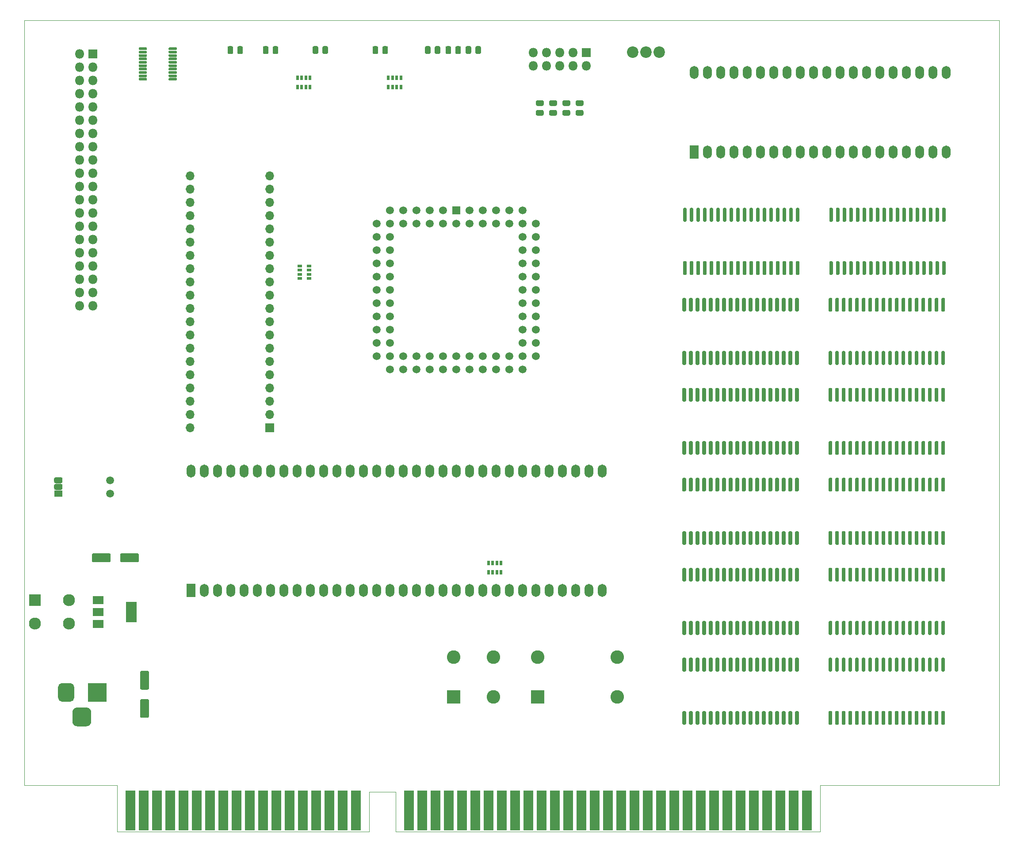
<source format=gbr>
%TF.GenerationSoftware,KiCad,Pcbnew,5.1.6-c6e7f7d~86~ubuntu18.04.1*%
%TF.CreationDate,2021-01-31T21:38:44+08:00*%
%TF.ProjectId,68k_dev,36386b5f-6465-4762-9e6b-696361645f70,rev?*%
%TF.SameCoordinates,Original*%
%TF.FileFunction,Soldermask,Top*%
%TF.FilePolarity,Negative*%
%FSLAX46Y46*%
G04 Gerber Fmt 4.6, Leading zero omitted, Abs format (unit mm)*
G04 Created by KiCad (PCBNEW 5.1.6-c6e7f7d~86~ubuntu18.04.1) date 2021-01-31 21:38:44*
%MOMM*%
%LPD*%
G01*
G04 APERTURE LIST*
%TA.AperFunction,Profile*%
%ADD10C,0.050000*%
%TD*%
%ADD11O,1.700000X2.500000*%
%ADD12R,1.700000X2.500000*%
%ADD13C,2.300000*%
%ADD14R,2.300000X2.300000*%
%ADD15C,2.200000*%
%ADD16R,1.880000X7.720000*%
%ADD17R,3.600000X3.600000*%
%ADD18C,1.500000*%
%ADD19R,0.600000X0.900000*%
%ADD20R,0.500000X0.900000*%
%ADD21R,0.900000X0.600000*%
%ADD22R,0.900000X0.500000*%
%ADD23R,2.100000X1.600000*%
%ADD24R,2.100000X3.900000*%
%ADD25R,1.700000X1.700000*%
%ADD26O,1.700000X1.700000*%
%ADD27R,2.600000X2.600000*%
%ADD28C,2.600000*%
%ADD29R,1.600000X1.150000*%
%ADD30C,1.522400*%
%ADD31R,1.522400X1.522400*%
%ADD32R,1.800000X1.800000*%
%ADD33O,1.800000X1.800000*%
G04 APERTURE END LIST*
D10*
X34163000Y-159512000D02*
X16383000Y-159512000D01*
X34163000Y-168402000D02*
X34163000Y-159512000D01*
X82423000Y-168402000D02*
X34163000Y-168402000D01*
X82423000Y-160782000D02*
X82423000Y-168402000D01*
X87503000Y-160782000D02*
X82423000Y-160782000D01*
X87503000Y-168402000D02*
X87503000Y-160782000D01*
X168783000Y-168402000D02*
X87503000Y-168402000D01*
X168783000Y-159512000D02*
X168783000Y-168402000D01*
X170053000Y-159512000D02*
X168783000Y-159512000D01*
X16383000Y-13000000D02*
X16383000Y-159512000D01*
X203073000Y-13000000D02*
X16383000Y-13000000D01*
X203073000Y-159512000D02*
X203073000Y-13000000D01*
X170053000Y-159512000D02*
X203073000Y-159512000D01*
D11*
%TO.C,U1*%
X48260000Y-99314000D03*
X127000000Y-122174000D03*
X50800000Y-99314000D03*
X124460000Y-122174000D03*
X53340000Y-99314000D03*
X121920000Y-122174000D03*
X55880000Y-99314000D03*
X119380000Y-122174000D03*
X58420000Y-99314000D03*
X116840000Y-122174000D03*
X60960000Y-99314000D03*
X114300000Y-122174000D03*
X63500000Y-99314000D03*
X111760000Y-122174000D03*
X66040000Y-99314000D03*
X109220000Y-122174000D03*
X68580000Y-99314000D03*
X106680000Y-122174000D03*
X71120000Y-99314000D03*
X104140000Y-122174000D03*
X73660000Y-99314000D03*
X101600000Y-122174000D03*
X76200000Y-99314000D03*
X99060000Y-122174000D03*
X78740000Y-99314000D03*
X96520000Y-122174000D03*
X81280000Y-99314000D03*
X93980000Y-122174000D03*
X83820000Y-99314000D03*
X91440000Y-122174000D03*
X86360000Y-99314000D03*
X88900000Y-122174000D03*
X88900000Y-99314000D03*
X86360000Y-122174000D03*
X91440000Y-99314000D03*
X83820000Y-122174000D03*
X93980000Y-99314000D03*
X81280000Y-122174000D03*
X96520000Y-99314000D03*
X78740000Y-122174000D03*
X99060000Y-99314000D03*
X76200000Y-122174000D03*
X101600000Y-99314000D03*
X73660000Y-122174000D03*
X104140000Y-99314000D03*
X71120000Y-122174000D03*
X106680000Y-99314000D03*
X68580000Y-122174000D03*
X109220000Y-99314000D03*
X66040000Y-122174000D03*
X111760000Y-99314000D03*
X63500000Y-122174000D03*
X114300000Y-99314000D03*
X60960000Y-122174000D03*
X116840000Y-99314000D03*
X58420000Y-122174000D03*
X119380000Y-99314000D03*
X55880000Y-122174000D03*
X121920000Y-99314000D03*
X53340000Y-122174000D03*
X124460000Y-99314000D03*
X50800000Y-122174000D03*
X127000000Y-99314000D03*
D12*
X48260000Y-122174000D03*
%TD*%
%TO.C,U18*%
G36*
G01*
X164123000Y-76339000D02*
X164473000Y-76339000D01*
G75*
G02*
X164648000Y-76514000I0J-175000D01*
G01*
X164648000Y-78814000D01*
G75*
G02*
X164473000Y-78989000I-175000J0D01*
G01*
X164123000Y-78989000D01*
G75*
G02*
X163948000Y-78814000I0J175000D01*
G01*
X163948000Y-76514000D01*
G75*
G02*
X164123000Y-76339000I175000J0D01*
G01*
G37*
G36*
G01*
X162853000Y-76339000D02*
X163203000Y-76339000D01*
G75*
G02*
X163378000Y-76514000I0J-175000D01*
G01*
X163378000Y-78814000D01*
G75*
G02*
X163203000Y-78989000I-175000J0D01*
G01*
X162853000Y-78989000D01*
G75*
G02*
X162678000Y-78814000I0J175000D01*
G01*
X162678000Y-76514000D01*
G75*
G02*
X162853000Y-76339000I175000J0D01*
G01*
G37*
G36*
G01*
X161583000Y-76339000D02*
X161933000Y-76339000D01*
G75*
G02*
X162108000Y-76514000I0J-175000D01*
G01*
X162108000Y-78814000D01*
G75*
G02*
X161933000Y-78989000I-175000J0D01*
G01*
X161583000Y-78989000D01*
G75*
G02*
X161408000Y-78814000I0J175000D01*
G01*
X161408000Y-76514000D01*
G75*
G02*
X161583000Y-76339000I175000J0D01*
G01*
G37*
G36*
G01*
X160313000Y-76339000D02*
X160663000Y-76339000D01*
G75*
G02*
X160838000Y-76514000I0J-175000D01*
G01*
X160838000Y-78814000D01*
G75*
G02*
X160663000Y-78989000I-175000J0D01*
G01*
X160313000Y-78989000D01*
G75*
G02*
X160138000Y-78814000I0J175000D01*
G01*
X160138000Y-76514000D01*
G75*
G02*
X160313000Y-76339000I175000J0D01*
G01*
G37*
G36*
G01*
X159043000Y-76339000D02*
X159393000Y-76339000D01*
G75*
G02*
X159568000Y-76514000I0J-175000D01*
G01*
X159568000Y-78814000D01*
G75*
G02*
X159393000Y-78989000I-175000J0D01*
G01*
X159043000Y-78989000D01*
G75*
G02*
X158868000Y-78814000I0J175000D01*
G01*
X158868000Y-76514000D01*
G75*
G02*
X159043000Y-76339000I175000J0D01*
G01*
G37*
G36*
G01*
X157773000Y-76339000D02*
X158123000Y-76339000D01*
G75*
G02*
X158298000Y-76514000I0J-175000D01*
G01*
X158298000Y-78814000D01*
G75*
G02*
X158123000Y-78989000I-175000J0D01*
G01*
X157773000Y-78989000D01*
G75*
G02*
X157598000Y-78814000I0J175000D01*
G01*
X157598000Y-76514000D01*
G75*
G02*
X157773000Y-76339000I175000J0D01*
G01*
G37*
G36*
G01*
X156503000Y-76339000D02*
X156853000Y-76339000D01*
G75*
G02*
X157028000Y-76514000I0J-175000D01*
G01*
X157028000Y-78814000D01*
G75*
G02*
X156853000Y-78989000I-175000J0D01*
G01*
X156503000Y-78989000D01*
G75*
G02*
X156328000Y-78814000I0J175000D01*
G01*
X156328000Y-76514000D01*
G75*
G02*
X156503000Y-76339000I175000J0D01*
G01*
G37*
G36*
G01*
X155233000Y-76339000D02*
X155583000Y-76339000D01*
G75*
G02*
X155758000Y-76514000I0J-175000D01*
G01*
X155758000Y-78814000D01*
G75*
G02*
X155583000Y-78989000I-175000J0D01*
G01*
X155233000Y-78989000D01*
G75*
G02*
X155058000Y-78814000I0J175000D01*
G01*
X155058000Y-76514000D01*
G75*
G02*
X155233000Y-76339000I175000J0D01*
G01*
G37*
G36*
G01*
X153963000Y-76339000D02*
X154313000Y-76339000D01*
G75*
G02*
X154488000Y-76514000I0J-175000D01*
G01*
X154488000Y-78814000D01*
G75*
G02*
X154313000Y-78989000I-175000J0D01*
G01*
X153963000Y-78989000D01*
G75*
G02*
X153788000Y-78814000I0J175000D01*
G01*
X153788000Y-76514000D01*
G75*
G02*
X153963000Y-76339000I175000J0D01*
G01*
G37*
G36*
G01*
X152693000Y-76339000D02*
X153043000Y-76339000D01*
G75*
G02*
X153218000Y-76514000I0J-175000D01*
G01*
X153218000Y-78814000D01*
G75*
G02*
X153043000Y-78989000I-175000J0D01*
G01*
X152693000Y-78989000D01*
G75*
G02*
X152518000Y-78814000I0J175000D01*
G01*
X152518000Y-76514000D01*
G75*
G02*
X152693000Y-76339000I175000J0D01*
G01*
G37*
G36*
G01*
X151423000Y-76339000D02*
X151773000Y-76339000D01*
G75*
G02*
X151948000Y-76514000I0J-175000D01*
G01*
X151948000Y-78814000D01*
G75*
G02*
X151773000Y-78989000I-175000J0D01*
G01*
X151423000Y-78989000D01*
G75*
G02*
X151248000Y-78814000I0J175000D01*
G01*
X151248000Y-76514000D01*
G75*
G02*
X151423000Y-76339000I175000J0D01*
G01*
G37*
G36*
G01*
X150153000Y-76339000D02*
X150503000Y-76339000D01*
G75*
G02*
X150678000Y-76514000I0J-175000D01*
G01*
X150678000Y-78814000D01*
G75*
G02*
X150503000Y-78989000I-175000J0D01*
G01*
X150153000Y-78989000D01*
G75*
G02*
X149978000Y-78814000I0J175000D01*
G01*
X149978000Y-76514000D01*
G75*
G02*
X150153000Y-76339000I175000J0D01*
G01*
G37*
G36*
G01*
X148883000Y-76339000D02*
X149233000Y-76339000D01*
G75*
G02*
X149408000Y-76514000I0J-175000D01*
G01*
X149408000Y-78814000D01*
G75*
G02*
X149233000Y-78989000I-175000J0D01*
G01*
X148883000Y-78989000D01*
G75*
G02*
X148708000Y-78814000I0J175000D01*
G01*
X148708000Y-76514000D01*
G75*
G02*
X148883000Y-76339000I175000J0D01*
G01*
G37*
G36*
G01*
X147613000Y-76339000D02*
X147963000Y-76339000D01*
G75*
G02*
X148138000Y-76514000I0J-175000D01*
G01*
X148138000Y-78814000D01*
G75*
G02*
X147963000Y-78989000I-175000J0D01*
G01*
X147613000Y-78989000D01*
G75*
G02*
X147438000Y-78814000I0J175000D01*
G01*
X147438000Y-76514000D01*
G75*
G02*
X147613000Y-76339000I175000J0D01*
G01*
G37*
G36*
G01*
X146343000Y-76339000D02*
X146693000Y-76339000D01*
G75*
G02*
X146868000Y-76514000I0J-175000D01*
G01*
X146868000Y-78814000D01*
G75*
G02*
X146693000Y-78989000I-175000J0D01*
G01*
X146343000Y-78989000D01*
G75*
G02*
X146168000Y-78814000I0J175000D01*
G01*
X146168000Y-76514000D01*
G75*
G02*
X146343000Y-76339000I175000J0D01*
G01*
G37*
G36*
G01*
X145073000Y-76339000D02*
X145423000Y-76339000D01*
G75*
G02*
X145598000Y-76514000I0J-175000D01*
G01*
X145598000Y-78814000D01*
G75*
G02*
X145423000Y-78989000I-175000J0D01*
G01*
X145073000Y-78989000D01*
G75*
G02*
X144898000Y-78814000I0J175000D01*
G01*
X144898000Y-76514000D01*
G75*
G02*
X145073000Y-76339000I175000J0D01*
G01*
G37*
G36*
G01*
X143803000Y-76339000D02*
X144153000Y-76339000D01*
G75*
G02*
X144328000Y-76514000I0J-175000D01*
G01*
X144328000Y-78814000D01*
G75*
G02*
X144153000Y-78989000I-175000J0D01*
G01*
X143803000Y-78989000D01*
G75*
G02*
X143628000Y-78814000I0J175000D01*
G01*
X143628000Y-76514000D01*
G75*
G02*
X143803000Y-76339000I175000J0D01*
G01*
G37*
G36*
G01*
X142533000Y-76339000D02*
X142883000Y-76339000D01*
G75*
G02*
X143058000Y-76514000I0J-175000D01*
G01*
X143058000Y-78814000D01*
G75*
G02*
X142883000Y-78989000I-175000J0D01*
G01*
X142533000Y-78989000D01*
G75*
G02*
X142358000Y-78814000I0J175000D01*
G01*
X142358000Y-76514000D01*
G75*
G02*
X142533000Y-76339000I175000J0D01*
G01*
G37*
G36*
G01*
X142533000Y-66139000D02*
X142883000Y-66139000D01*
G75*
G02*
X143058000Y-66314000I0J-175000D01*
G01*
X143058000Y-68614000D01*
G75*
G02*
X142883000Y-68789000I-175000J0D01*
G01*
X142533000Y-68789000D01*
G75*
G02*
X142358000Y-68614000I0J175000D01*
G01*
X142358000Y-66314000D01*
G75*
G02*
X142533000Y-66139000I175000J0D01*
G01*
G37*
G36*
G01*
X143803000Y-66139000D02*
X144153000Y-66139000D01*
G75*
G02*
X144328000Y-66314000I0J-175000D01*
G01*
X144328000Y-68614000D01*
G75*
G02*
X144153000Y-68789000I-175000J0D01*
G01*
X143803000Y-68789000D01*
G75*
G02*
X143628000Y-68614000I0J175000D01*
G01*
X143628000Y-66314000D01*
G75*
G02*
X143803000Y-66139000I175000J0D01*
G01*
G37*
G36*
G01*
X145073000Y-66139000D02*
X145423000Y-66139000D01*
G75*
G02*
X145598000Y-66314000I0J-175000D01*
G01*
X145598000Y-68614000D01*
G75*
G02*
X145423000Y-68789000I-175000J0D01*
G01*
X145073000Y-68789000D01*
G75*
G02*
X144898000Y-68614000I0J175000D01*
G01*
X144898000Y-66314000D01*
G75*
G02*
X145073000Y-66139000I175000J0D01*
G01*
G37*
G36*
G01*
X146343000Y-66139000D02*
X146693000Y-66139000D01*
G75*
G02*
X146868000Y-66314000I0J-175000D01*
G01*
X146868000Y-68614000D01*
G75*
G02*
X146693000Y-68789000I-175000J0D01*
G01*
X146343000Y-68789000D01*
G75*
G02*
X146168000Y-68614000I0J175000D01*
G01*
X146168000Y-66314000D01*
G75*
G02*
X146343000Y-66139000I175000J0D01*
G01*
G37*
G36*
G01*
X147613000Y-66139000D02*
X147963000Y-66139000D01*
G75*
G02*
X148138000Y-66314000I0J-175000D01*
G01*
X148138000Y-68614000D01*
G75*
G02*
X147963000Y-68789000I-175000J0D01*
G01*
X147613000Y-68789000D01*
G75*
G02*
X147438000Y-68614000I0J175000D01*
G01*
X147438000Y-66314000D01*
G75*
G02*
X147613000Y-66139000I175000J0D01*
G01*
G37*
G36*
G01*
X148883000Y-66139000D02*
X149233000Y-66139000D01*
G75*
G02*
X149408000Y-66314000I0J-175000D01*
G01*
X149408000Y-68614000D01*
G75*
G02*
X149233000Y-68789000I-175000J0D01*
G01*
X148883000Y-68789000D01*
G75*
G02*
X148708000Y-68614000I0J175000D01*
G01*
X148708000Y-66314000D01*
G75*
G02*
X148883000Y-66139000I175000J0D01*
G01*
G37*
G36*
G01*
X150153000Y-66139000D02*
X150503000Y-66139000D01*
G75*
G02*
X150678000Y-66314000I0J-175000D01*
G01*
X150678000Y-68614000D01*
G75*
G02*
X150503000Y-68789000I-175000J0D01*
G01*
X150153000Y-68789000D01*
G75*
G02*
X149978000Y-68614000I0J175000D01*
G01*
X149978000Y-66314000D01*
G75*
G02*
X150153000Y-66139000I175000J0D01*
G01*
G37*
G36*
G01*
X151423000Y-66139000D02*
X151773000Y-66139000D01*
G75*
G02*
X151948000Y-66314000I0J-175000D01*
G01*
X151948000Y-68614000D01*
G75*
G02*
X151773000Y-68789000I-175000J0D01*
G01*
X151423000Y-68789000D01*
G75*
G02*
X151248000Y-68614000I0J175000D01*
G01*
X151248000Y-66314000D01*
G75*
G02*
X151423000Y-66139000I175000J0D01*
G01*
G37*
G36*
G01*
X152693000Y-66139000D02*
X153043000Y-66139000D01*
G75*
G02*
X153218000Y-66314000I0J-175000D01*
G01*
X153218000Y-68614000D01*
G75*
G02*
X153043000Y-68789000I-175000J0D01*
G01*
X152693000Y-68789000D01*
G75*
G02*
X152518000Y-68614000I0J175000D01*
G01*
X152518000Y-66314000D01*
G75*
G02*
X152693000Y-66139000I175000J0D01*
G01*
G37*
G36*
G01*
X153963000Y-66139000D02*
X154313000Y-66139000D01*
G75*
G02*
X154488000Y-66314000I0J-175000D01*
G01*
X154488000Y-68614000D01*
G75*
G02*
X154313000Y-68789000I-175000J0D01*
G01*
X153963000Y-68789000D01*
G75*
G02*
X153788000Y-68614000I0J175000D01*
G01*
X153788000Y-66314000D01*
G75*
G02*
X153963000Y-66139000I175000J0D01*
G01*
G37*
G36*
G01*
X155233000Y-66139000D02*
X155583000Y-66139000D01*
G75*
G02*
X155758000Y-66314000I0J-175000D01*
G01*
X155758000Y-68614000D01*
G75*
G02*
X155583000Y-68789000I-175000J0D01*
G01*
X155233000Y-68789000D01*
G75*
G02*
X155058000Y-68614000I0J175000D01*
G01*
X155058000Y-66314000D01*
G75*
G02*
X155233000Y-66139000I175000J0D01*
G01*
G37*
G36*
G01*
X156503000Y-66139000D02*
X156853000Y-66139000D01*
G75*
G02*
X157028000Y-66314000I0J-175000D01*
G01*
X157028000Y-68614000D01*
G75*
G02*
X156853000Y-68789000I-175000J0D01*
G01*
X156503000Y-68789000D01*
G75*
G02*
X156328000Y-68614000I0J175000D01*
G01*
X156328000Y-66314000D01*
G75*
G02*
X156503000Y-66139000I175000J0D01*
G01*
G37*
G36*
G01*
X157773000Y-66139000D02*
X158123000Y-66139000D01*
G75*
G02*
X158298000Y-66314000I0J-175000D01*
G01*
X158298000Y-68614000D01*
G75*
G02*
X158123000Y-68789000I-175000J0D01*
G01*
X157773000Y-68789000D01*
G75*
G02*
X157598000Y-68614000I0J175000D01*
G01*
X157598000Y-66314000D01*
G75*
G02*
X157773000Y-66139000I175000J0D01*
G01*
G37*
G36*
G01*
X159043000Y-66139000D02*
X159393000Y-66139000D01*
G75*
G02*
X159568000Y-66314000I0J-175000D01*
G01*
X159568000Y-68614000D01*
G75*
G02*
X159393000Y-68789000I-175000J0D01*
G01*
X159043000Y-68789000D01*
G75*
G02*
X158868000Y-68614000I0J175000D01*
G01*
X158868000Y-66314000D01*
G75*
G02*
X159043000Y-66139000I175000J0D01*
G01*
G37*
G36*
G01*
X160313000Y-66139000D02*
X160663000Y-66139000D01*
G75*
G02*
X160838000Y-66314000I0J-175000D01*
G01*
X160838000Y-68614000D01*
G75*
G02*
X160663000Y-68789000I-175000J0D01*
G01*
X160313000Y-68789000D01*
G75*
G02*
X160138000Y-68614000I0J175000D01*
G01*
X160138000Y-66314000D01*
G75*
G02*
X160313000Y-66139000I175000J0D01*
G01*
G37*
G36*
G01*
X161583000Y-66139000D02*
X161933000Y-66139000D01*
G75*
G02*
X162108000Y-66314000I0J-175000D01*
G01*
X162108000Y-68614000D01*
G75*
G02*
X161933000Y-68789000I-175000J0D01*
G01*
X161583000Y-68789000D01*
G75*
G02*
X161408000Y-68614000I0J175000D01*
G01*
X161408000Y-66314000D01*
G75*
G02*
X161583000Y-66139000I175000J0D01*
G01*
G37*
G36*
G01*
X162853000Y-66139000D02*
X163203000Y-66139000D01*
G75*
G02*
X163378000Y-66314000I0J-175000D01*
G01*
X163378000Y-68614000D01*
G75*
G02*
X163203000Y-68789000I-175000J0D01*
G01*
X162853000Y-68789000D01*
G75*
G02*
X162678000Y-68614000I0J175000D01*
G01*
X162678000Y-66314000D01*
G75*
G02*
X162853000Y-66139000I175000J0D01*
G01*
G37*
G36*
G01*
X164123000Y-66139000D02*
X164473000Y-66139000D01*
G75*
G02*
X164648000Y-66314000I0J-175000D01*
G01*
X164648000Y-68614000D01*
G75*
G02*
X164473000Y-68789000I-175000J0D01*
G01*
X164123000Y-68789000D01*
G75*
G02*
X163948000Y-68614000I0J175000D01*
G01*
X163948000Y-66314000D01*
G75*
G02*
X164123000Y-66139000I175000J0D01*
G01*
G37*
%TD*%
%TO.C,U17*%
G36*
G01*
X192123000Y-76339000D02*
X192473000Y-76339000D01*
G75*
G02*
X192648000Y-76514000I0J-175000D01*
G01*
X192648000Y-78814000D01*
G75*
G02*
X192473000Y-78989000I-175000J0D01*
G01*
X192123000Y-78989000D01*
G75*
G02*
X191948000Y-78814000I0J175000D01*
G01*
X191948000Y-76514000D01*
G75*
G02*
X192123000Y-76339000I175000J0D01*
G01*
G37*
G36*
G01*
X190853000Y-76339000D02*
X191203000Y-76339000D01*
G75*
G02*
X191378000Y-76514000I0J-175000D01*
G01*
X191378000Y-78814000D01*
G75*
G02*
X191203000Y-78989000I-175000J0D01*
G01*
X190853000Y-78989000D01*
G75*
G02*
X190678000Y-78814000I0J175000D01*
G01*
X190678000Y-76514000D01*
G75*
G02*
X190853000Y-76339000I175000J0D01*
G01*
G37*
G36*
G01*
X189583000Y-76339000D02*
X189933000Y-76339000D01*
G75*
G02*
X190108000Y-76514000I0J-175000D01*
G01*
X190108000Y-78814000D01*
G75*
G02*
X189933000Y-78989000I-175000J0D01*
G01*
X189583000Y-78989000D01*
G75*
G02*
X189408000Y-78814000I0J175000D01*
G01*
X189408000Y-76514000D01*
G75*
G02*
X189583000Y-76339000I175000J0D01*
G01*
G37*
G36*
G01*
X188313000Y-76339000D02*
X188663000Y-76339000D01*
G75*
G02*
X188838000Y-76514000I0J-175000D01*
G01*
X188838000Y-78814000D01*
G75*
G02*
X188663000Y-78989000I-175000J0D01*
G01*
X188313000Y-78989000D01*
G75*
G02*
X188138000Y-78814000I0J175000D01*
G01*
X188138000Y-76514000D01*
G75*
G02*
X188313000Y-76339000I175000J0D01*
G01*
G37*
G36*
G01*
X187043000Y-76339000D02*
X187393000Y-76339000D01*
G75*
G02*
X187568000Y-76514000I0J-175000D01*
G01*
X187568000Y-78814000D01*
G75*
G02*
X187393000Y-78989000I-175000J0D01*
G01*
X187043000Y-78989000D01*
G75*
G02*
X186868000Y-78814000I0J175000D01*
G01*
X186868000Y-76514000D01*
G75*
G02*
X187043000Y-76339000I175000J0D01*
G01*
G37*
G36*
G01*
X185773000Y-76339000D02*
X186123000Y-76339000D01*
G75*
G02*
X186298000Y-76514000I0J-175000D01*
G01*
X186298000Y-78814000D01*
G75*
G02*
X186123000Y-78989000I-175000J0D01*
G01*
X185773000Y-78989000D01*
G75*
G02*
X185598000Y-78814000I0J175000D01*
G01*
X185598000Y-76514000D01*
G75*
G02*
X185773000Y-76339000I175000J0D01*
G01*
G37*
G36*
G01*
X184503000Y-76339000D02*
X184853000Y-76339000D01*
G75*
G02*
X185028000Y-76514000I0J-175000D01*
G01*
X185028000Y-78814000D01*
G75*
G02*
X184853000Y-78989000I-175000J0D01*
G01*
X184503000Y-78989000D01*
G75*
G02*
X184328000Y-78814000I0J175000D01*
G01*
X184328000Y-76514000D01*
G75*
G02*
X184503000Y-76339000I175000J0D01*
G01*
G37*
G36*
G01*
X183233000Y-76339000D02*
X183583000Y-76339000D01*
G75*
G02*
X183758000Y-76514000I0J-175000D01*
G01*
X183758000Y-78814000D01*
G75*
G02*
X183583000Y-78989000I-175000J0D01*
G01*
X183233000Y-78989000D01*
G75*
G02*
X183058000Y-78814000I0J175000D01*
G01*
X183058000Y-76514000D01*
G75*
G02*
X183233000Y-76339000I175000J0D01*
G01*
G37*
G36*
G01*
X181963000Y-76339000D02*
X182313000Y-76339000D01*
G75*
G02*
X182488000Y-76514000I0J-175000D01*
G01*
X182488000Y-78814000D01*
G75*
G02*
X182313000Y-78989000I-175000J0D01*
G01*
X181963000Y-78989000D01*
G75*
G02*
X181788000Y-78814000I0J175000D01*
G01*
X181788000Y-76514000D01*
G75*
G02*
X181963000Y-76339000I175000J0D01*
G01*
G37*
G36*
G01*
X180693000Y-76339000D02*
X181043000Y-76339000D01*
G75*
G02*
X181218000Y-76514000I0J-175000D01*
G01*
X181218000Y-78814000D01*
G75*
G02*
X181043000Y-78989000I-175000J0D01*
G01*
X180693000Y-78989000D01*
G75*
G02*
X180518000Y-78814000I0J175000D01*
G01*
X180518000Y-76514000D01*
G75*
G02*
X180693000Y-76339000I175000J0D01*
G01*
G37*
G36*
G01*
X179423000Y-76339000D02*
X179773000Y-76339000D01*
G75*
G02*
X179948000Y-76514000I0J-175000D01*
G01*
X179948000Y-78814000D01*
G75*
G02*
X179773000Y-78989000I-175000J0D01*
G01*
X179423000Y-78989000D01*
G75*
G02*
X179248000Y-78814000I0J175000D01*
G01*
X179248000Y-76514000D01*
G75*
G02*
X179423000Y-76339000I175000J0D01*
G01*
G37*
G36*
G01*
X178153000Y-76339000D02*
X178503000Y-76339000D01*
G75*
G02*
X178678000Y-76514000I0J-175000D01*
G01*
X178678000Y-78814000D01*
G75*
G02*
X178503000Y-78989000I-175000J0D01*
G01*
X178153000Y-78989000D01*
G75*
G02*
X177978000Y-78814000I0J175000D01*
G01*
X177978000Y-76514000D01*
G75*
G02*
X178153000Y-76339000I175000J0D01*
G01*
G37*
G36*
G01*
X176883000Y-76339000D02*
X177233000Y-76339000D01*
G75*
G02*
X177408000Y-76514000I0J-175000D01*
G01*
X177408000Y-78814000D01*
G75*
G02*
X177233000Y-78989000I-175000J0D01*
G01*
X176883000Y-78989000D01*
G75*
G02*
X176708000Y-78814000I0J175000D01*
G01*
X176708000Y-76514000D01*
G75*
G02*
X176883000Y-76339000I175000J0D01*
G01*
G37*
G36*
G01*
X175613000Y-76339000D02*
X175963000Y-76339000D01*
G75*
G02*
X176138000Y-76514000I0J-175000D01*
G01*
X176138000Y-78814000D01*
G75*
G02*
X175963000Y-78989000I-175000J0D01*
G01*
X175613000Y-78989000D01*
G75*
G02*
X175438000Y-78814000I0J175000D01*
G01*
X175438000Y-76514000D01*
G75*
G02*
X175613000Y-76339000I175000J0D01*
G01*
G37*
G36*
G01*
X174343000Y-76339000D02*
X174693000Y-76339000D01*
G75*
G02*
X174868000Y-76514000I0J-175000D01*
G01*
X174868000Y-78814000D01*
G75*
G02*
X174693000Y-78989000I-175000J0D01*
G01*
X174343000Y-78989000D01*
G75*
G02*
X174168000Y-78814000I0J175000D01*
G01*
X174168000Y-76514000D01*
G75*
G02*
X174343000Y-76339000I175000J0D01*
G01*
G37*
G36*
G01*
X173073000Y-76339000D02*
X173423000Y-76339000D01*
G75*
G02*
X173598000Y-76514000I0J-175000D01*
G01*
X173598000Y-78814000D01*
G75*
G02*
X173423000Y-78989000I-175000J0D01*
G01*
X173073000Y-78989000D01*
G75*
G02*
X172898000Y-78814000I0J175000D01*
G01*
X172898000Y-76514000D01*
G75*
G02*
X173073000Y-76339000I175000J0D01*
G01*
G37*
G36*
G01*
X171803000Y-76339000D02*
X172153000Y-76339000D01*
G75*
G02*
X172328000Y-76514000I0J-175000D01*
G01*
X172328000Y-78814000D01*
G75*
G02*
X172153000Y-78989000I-175000J0D01*
G01*
X171803000Y-78989000D01*
G75*
G02*
X171628000Y-78814000I0J175000D01*
G01*
X171628000Y-76514000D01*
G75*
G02*
X171803000Y-76339000I175000J0D01*
G01*
G37*
G36*
G01*
X170533000Y-76339000D02*
X170883000Y-76339000D01*
G75*
G02*
X171058000Y-76514000I0J-175000D01*
G01*
X171058000Y-78814000D01*
G75*
G02*
X170883000Y-78989000I-175000J0D01*
G01*
X170533000Y-78989000D01*
G75*
G02*
X170358000Y-78814000I0J175000D01*
G01*
X170358000Y-76514000D01*
G75*
G02*
X170533000Y-76339000I175000J0D01*
G01*
G37*
G36*
G01*
X170533000Y-66139000D02*
X170883000Y-66139000D01*
G75*
G02*
X171058000Y-66314000I0J-175000D01*
G01*
X171058000Y-68614000D01*
G75*
G02*
X170883000Y-68789000I-175000J0D01*
G01*
X170533000Y-68789000D01*
G75*
G02*
X170358000Y-68614000I0J175000D01*
G01*
X170358000Y-66314000D01*
G75*
G02*
X170533000Y-66139000I175000J0D01*
G01*
G37*
G36*
G01*
X171803000Y-66139000D02*
X172153000Y-66139000D01*
G75*
G02*
X172328000Y-66314000I0J-175000D01*
G01*
X172328000Y-68614000D01*
G75*
G02*
X172153000Y-68789000I-175000J0D01*
G01*
X171803000Y-68789000D01*
G75*
G02*
X171628000Y-68614000I0J175000D01*
G01*
X171628000Y-66314000D01*
G75*
G02*
X171803000Y-66139000I175000J0D01*
G01*
G37*
G36*
G01*
X173073000Y-66139000D02*
X173423000Y-66139000D01*
G75*
G02*
X173598000Y-66314000I0J-175000D01*
G01*
X173598000Y-68614000D01*
G75*
G02*
X173423000Y-68789000I-175000J0D01*
G01*
X173073000Y-68789000D01*
G75*
G02*
X172898000Y-68614000I0J175000D01*
G01*
X172898000Y-66314000D01*
G75*
G02*
X173073000Y-66139000I175000J0D01*
G01*
G37*
G36*
G01*
X174343000Y-66139000D02*
X174693000Y-66139000D01*
G75*
G02*
X174868000Y-66314000I0J-175000D01*
G01*
X174868000Y-68614000D01*
G75*
G02*
X174693000Y-68789000I-175000J0D01*
G01*
X174343000Y-68789000D01*
G75*
G02*
X174168000Y-68614000I0J175000D01*
G01*
X174168000Y-66314000D01*
G75*
G02*
X174343000Y-66139000I175000J0D01*
G01*
G37*
G36*
G01*
X175613000Y-66139000D02*
X175963000Y-66139000D01*
G75*
G02*
X176138000Y-66314000I0J-175000D01*
G01*
X176138000Y-68614000D01*
G75*
G02*
X175963000Y-68789000I-175000J0D01*
G01*
X175613000Y-68789000D01*
G75*
G02*
X175438000Y-68614000I0J175000D01*
G01*
X175438000Y-66314000D01*
G75*
G02*
X175613000Y-66139000I175000J0D01*
G01*
G37*
G36*
G01*
X176883000Y-66139000D02*
X177233000Y-66139000D01*
G75*
G02*
X177408000Y-66314000I0J-175000D01*
G01*
X177408000Y-68614000D01*
G75*
G02*
X177233000Y-68789000I-175000J0D01*
G01*
X176883000Y-68789000D01*
G75*
G02*
X176708000Y-68614000I0J175000D01*
G01*
X176708000Y-66314000D01*
G75*
G02*
X176883000Y-66139000I175000J0D01*
G01*
G37*
G36*
G01*
X178153000Y-66139000D02*
X178503000Y-66139000D01*
G75*
G02*
X178678000Y-66314000I0J-175000D01*
G01*
X178678000Y-68614000D01*
G75*
G02*
X178503000Y-68789000I-175000J0D01*
G01*
X178153000Y-68789000D01*
G75*
G02*
X177978000Y-68614000I0J175000D01*
G01*
X177978000Y-66314000D01*
G75*
G02*
X178153000Y-66139000I175000J0D01*
G01*
G37*
G36*
G01*
X179423000Y-66139000D02*
X179773000Y-66139000D01*
G75*
G02*
X179948000Y-66314000I0J-175000D01*
G01*
X179948000Y-68614000D01*
G75*
G02*
X179773000Y-68789000I-175000J0D01*
G01*
X179423000Y-68789000D01*
G75*
G02*
X179248000Y-68614000I0J175000D01*
G01*
X179248000Y-66314000D01*
G75*
G02*
X179423000Y-66139000I175000J0D01*
G01*
G37*
G36*
G01*
X180693000Y-66139000D02*
X181043000Y-66139000D01*
G75*
G02*
X181218000Y-66314000I0J-175000D01*
G01*
X181218000Y-68614000D01*
G75*
G02*
X181043000Y-68789000I-175000J0D01*
G01*
X180693000Y-68789000D01*
G75*
G02*
X180518000Y-68614000I0J175000D01*
G01*
X180518000Y-66314000D01*
G75*
G02*
X180693000Y-66139000I175000J0D01*
G01*
G37*
G36*
G01*
X181963000Y-66139000D02*
X182313000Y-66139000D01*
G75*
G02*
X182488000Y-66314000I0J-175000D01*
G01*
X182488000Y-68614000D01*
G75*
G02*
X182313000Y-68789000I-175000J0D01*
G01*
X181963000Y-68789000D01*
G75*
G02*
X181788000Y-68614000I0J175000D01*
G01*
X181788000Y-66314000D01*
G75*
G02*
X181963000Y-66139000I175000J0D01*
G01*
G37*
G36*
G01*
X183233000Y-66139000D02*
X183583000Y-66139000D01*
G75*
G02*
X183758000Y-66314000I0J-175000D01*
G01*
X183758000Y-68614000D01*
G75*
G02*
X183583000Y-68789000I-175000J0D01*
G01*
X183233000Y-68789000D01*
G75*
G02*
X183058000Y-68614000I0J175000D01*
G01*
X183058000Y-66314000D01*
G75*
G02*
X183233000Y-66139000I175000J0D01*
G01*
G37*
G36*
G01*
X184503000Y-66139000D02*
X184853000Y-66139000D01*
G75*
G02*
X185028000Y-66314000I0J-175000D01*
G01*
X185028000Y-68614000D01*
G75*
G02*
X184853000Y-68789000I-175000J0D01*
G01*
X184503000Y-68789000D01*
G75*
G02*
X184328000Y-68614000I0J175000D01*
G01*
X184328000Y-66314000D01*
G75*
G02*
X184503000Y-66139000I175000J0D01*
G01*
G37*
G36*
G01*
X185773000Y-66139000D02*
X186123000Y-66139000D01*
G75*
G02*
X186298000Y-66314000I0J-175000D01*
G01*
X186298000Y-68614000D01*
G75*
G02*
X186123000Y-68789000I-175000J0D01*
G01*
X185773000Y-68789000D01*
G75*
G02*
X185598000Y-68614000I0J175000D01*
G01*
X185598000Y-66314000D01*
G75*
G02*
X185773000Y-66139000I175000J0D01*
G01*
G37*
G36*
G01*
X187043000Y-66139000D02*
X187393000Y-66139000D01*
G75*
G02*
X187568000Y-66314000I0J-175000D01*
G01*
X187568000Y-68614000D01*
G75*
G02*
X187393000Y-68789000I-175000J0D01*
G01*
X187043000Y-68789000D01*
G75*
G02*
X186868000Y-68614000I0J175000D01*
G01*
X186868000Y-66314000D01*
G75*
G02*
X187043000Y-66139000I175000J0D01*
G01*
G37*
G36*
G01*
X188313000Y-66139000D02*
X188663000Y-66139000D01*
G75*
G02*
X188838000Y-66314000I0J-175000D01*
G01*
X188838000Y-68614000D01*
G75*
G02*
X188663000Y-68789000I-175000J0D01*
G01*
X188313000Y-68789000D01*
G75*
G02*
X188138000Y-68614000I0J175000D01*
G01*
X188138000Y-66314000D01*
G75*
G02*
X188313000Y-66139000I175000J0D01*
G01*
G37*
G36*
G01*
X189583000Y-66139000D02*
X189933000Y-66139000D01*
G75*
G02*
X190108000Y-66314000I0J-175000D01*
G01*
X190108000Y-68614000D01*
G75*
G02*
X189933000Y-68789000I-175000J0D01*
G01*
X189583000Y-68789000D01*
G75*
G02*
X189408000Y-68614000I0J175000D01*
G01*
X189408000Y-66314000D01*
G75*
G02*
X189583000Y-66139000I175000J0D01*
G01*
G37*
G36*
G01*
X190853000Y-66139000D02*
X191203000Y-66139000D01*
G75*
G02*
X191378000Y-66314000I0J-175000D01*
G01*
X191378000Y-68614000D01*
G75*
G02*
X191203000Y-68789000I-175000J0D01*
G01*
X190853000Y-68789000D01*
G75*
G02*
X190678000Y-68614000I0J175000D01*
G01*
X190678000Y-66314000D01*
G75*
G02*
X190853000Y-66139000I175000J0D01*
G01*
G37*
G36*
G01*
X192123000Y-66139000D02*
X192473000Y-66139000D01*
G75*
G02*
X192648000Y-66314000I0J-175000D01*
G01*
X192648000Y-68614000D01*
G75*
G02*
X192473000Y-68789000I-175000J0D01*
G01*
X192123000Y-68789000D01*
G75*
G02*
X191948000Y-68614000I0J175000D01*
G01*
X191948000Y-66314000D01*
G75*
G02*
X192123000Y-66139000I175000J0D01*
G01*
G37*
%TD*%
%TO.C,U16*%
G36*
G01*
X164250000Y-59101000D02*
X164600000Y-59101000D01*
G75*
G02*
X164775000Y-59276000I0J-175000D01*
G01*
X164775000Y-61576000D01*
G75*
G02*
X164600000Y-61751000I-175000J0D01*
G01*
X164250000Y-61751000D01*
G75*
G02*
X164075000Y-61576000I0J175000D01*
G01*
X164075000Y-59276000D01*
G75*
G02*
X164250000Y-59101000I175000J0D01*
G01*
G37*
G36*
G01*
X162980000Y-59101000D02*
X163330000Y-59101000D01*
G75*
G02*
X163505000Y-59276000I0J-175000D01*
G01*
X163505000Y-61576000D01*
G75*
G02*
X163330000Y-61751000I-175000J0D01*
G01*
X162980000Y-61751000D01*
G75*
G02*
X162805000Y-61576000I0J175000D01*
G01*
X162805000Y-59276000D01*
G75*
G02*
X162980000Y-59101000I175000J0D01*
G01*
G37*
G36*
G01*
X161710000Y-59101000D02*
X162060000Y-59101000D01*
G75*
G02*
X162235000Y-59276000I0J-175000D01*
G01*
X162235000Y-61576000D01*
G75*
G02*
X162060000Y-61751000I-175000J0D01*
G01*
X161710000Y-61751000D01*
G75*
G02*
X161535000Y-61576000I0J175000D01*
G01*
X161535000Y-59276000D01*
G75*
G02*
X161710000Y-59101000I175000J0D01*
G01*
G37*
G36*
G01*
X160440000Y-59101000D02*
X160790000Y-59101000D01*
G75*
G02*
X160965000Y-59276000I0J-175000D01*
G01*
X160965000Y-61576000D01*
G75*
G02*
X160790000Y-61751000I-175000J0D01*
G01*
X160440000Y-61751000D01*
G75*
G02*
X160265000Y-61576000I0J175000D01*
G01*
X160265000Y-59276000D01*
G75*
G02*
X160440000Y-59101000I175000J0D01*
G01*
G37*
G36*
G01*
X159170000Y-59101000D02*
X159520000Y-59101000D01*
G75*
G02*
X159695000Y-59276000I0J-175000D01*
G01*
X159695000Y-61576000D01*
G75*
G02*
X159520000Y-61751000I-175000J0D01*
G01*
X159170000Y-61751000D01*
G75*
G02*
X158995000Y-61576000I0J175000D01*
G01*
X158995000Y-59276000D01*
G75*
G02*
X159170000Y-59101000I175000J0D01*
G01*
G37*
G36*
G01*
X157900000Y-59101000D02*
X158250000Y-59101000D01*
G75*
G02*
X158425000Y-59276000I0J-175000D01*
G01*
X158425000Y-61576000D01*
G75*
G02*
X158250000Y-61751000I-175000J0D01*
G01*
X157900000Y-61751000D01*
G75*
G02*
X157725000Y-61576000I0J175000D01*
G01*
X157725000Y-59276000D01*
G75*
G02*
X157900000Y-59101000I175000J0D01*
G01*
G37*
G36*
G01*
X156630000Y-59101000D02*
X156980000Y-59101000D01*
G75*
G02*
X157155000Y-59276000I0J-175000D01*
G01*
X157155000Y-61576000D01*
G75*
G02*
X156980000Y-61751000I-175000J0D01*
G01*
X156630000Y-61751000D01*
G75*
G02*
X156455000Y-61576000I0J175000D01*
G01*
X156455000Y-59276000D01*
G75*
G02*
X156630000Y-59101000I175000J0D01*
G01*
G37*
G36*
G01*
X155360000Y-59101000D02*
X155710000Y-59101000D01*
G75*
G02*
X155885000Y-59276000I0J-175000D01*
G01*
X155885000Y-61576000D01*
G75*
G02*
X155710000Y-61751000I-175000J0D01*
G01*
X155360000Y-61751000D01*
G75*
G02*
X155185000Y-61576000I0J175000D01*
G01*
X155185000Y-59276000D01*
G75*
G02*
X155360000Y-59101000I175000J0D01*
G01*
G37*
G36*
G01*
X154090000Y-59101000D02*
X154440000Y-59101000D01*
G75*
G02*
X154615000Y-59276000I0J-175000D01*
G01*
X154615000Y-61576000D01*
G75*
G02*
X154440000Y-61751000I-175000J0D01*
G01*
X154090000Y-61751000D01*
G75*
G02*
X153915000Y-61576000I0J175000D01*
G01*
X153915000Y-59276000D01*
G75*
G02*
X154090000Y-59101000I175000J0D01*
G01*
G37*
G36*
G01*
X152820000Y-59101000D02*
X153170000Y-59101000D01*
G75*
G02*
X153345000Y-59276000I0J-175000D01*
G01*
X153345000Y-61576000D01*
G75*
G02*
X153170000Y-61751000I-175000J0D01*
G01*
X152820000Y-61751000D01*
G75*
G02*
X152645000Y-61576000I0J175000D01*
G01*
X152645000Y-59276000D01*
G75*
G02*
X152820000Y-59101000I175000J0D01*
G01*
G37*
G36*
G01*
X151550000Y-59101000D02*
X151900000Y-59101000D01*
G75*
G02*
X152075000Y-59276000I0J-175000D01*
G01*
X152075000Y-61576000D01*
G75*
G02*
X151900000Y-61751000I-175000J0D01*
G01*
X151550000Y-61751000D01*
G75*
G02*
X151375000Y-61576000I0J175000D01*
G01*
X151375000Y-59276000D01*
G75*
G02*
X151550000Y-59101000I175000J0D01*
G01*
G37*
G36*
G01*
X150280000Y-59101000D02*
X150630000Y-59101000D01*
G75*
G02*
X150805000Y-59276000I0J-175000D01*
G01*
X150805000Y-61576000D01*
G75*
G02*
X150630000Y-61751000I-175000J0D01*
G01*
X150280000Y-61751000D01*
G75*
G02*
X150105000Y-61576000I0J175000D01*
G01*
X150105000Y-59276000D01*
G75*
G02*
X150280000Y-59101000I175000J0D01*
G01*
G37*
G36*
G01*
X149010000Y-59101000D02*
X149360000Y-59101000D01*
G75*
G02*
X149535000Y-59276000I0J-175000D01*
G01*
X149535000Y-61576000D01*
G75*
G02*
X149360000Y-61751000I-175000J0D01*
G01*
X149010000Y-61751000D01*
G75*
G02*
X148835000Y-61576000I0J175000D01*
G01*
X148835000Y-59276000D01*
G75*
G02*
X149010000Y-59101000I175000J0D01*
G01*
G37*
G36*
G01*
X147740000Y-59101000D02*
X148090000Y-59101000D01*
G75*
G02*
X148265000Y-59276000I0J-175000D01*
G01*
X148265000Y-61576000D01*
G75*
G02*
X148090000Y-61751000I-175000J0D01*
G01*
X147740000Y-61751000D01*
G75*
G02*
X147565000Y-61576000I0J175000D01*
G01*
X147565000Y-59276000D01*
G75*
G02*
X147740000Y-59101000I175000J0D01*
G01*
G37*
G36*
G01*
X146470000Y-59101000D02*
X146820000Y-59101000D01*
G75*
G02*
X146995000Y-59276000I0J-175000D01*
G01*
X146995000Y-61576000D01*
G75*
G02*
X146820000Y-61751000I-175000J0D01*
G01*
X146470000Y-61751000D01*
G75*
G02*
X146295000Y-61576000I0J175000D01*
G01*
X146295000Y-59276000D01*
G75*
G02*
X146470000Y-59101000I175000J0D01*
G01*
G37*
G36*
G01*
X145200000Y-59101000D02*
X145550000Y-59101000D01*
G75*
G02*
X145725000Y-59276000I0J-175000D01*
G01*
X145725000Y-61576000D01*
G75*
G02*
X145550000Y-61751000I-175000J0D01*
G01*
X145200000Y-61751000D01*
G75*
G02*
X145025000Y-61576000I0J175000D01*
G01*
X145025000Y-59276000D01*
G75*
G02*
X145200000Y-59101000I175000J0D01*
G01*
G37*
G36*
G01*
X143930000Y-59101000D02*
X144280000Y-59101000D01*
G75*
G02*
X144455000Y-59276000I0J-175000D01*
G01*
X144455000Y-61576000D01*
G75*
G02*
X144280000Y-61751000I-175000J0D01*
G01*
X143930000Y-61751000D01*
G75*
G02*
X143755000Y-61576000I0J175000D01*
G01*
X143755000Y-59276000D01*
G75*
G02*
X143930000Y-59101000I175000J0D01*
G01*
G37*
G36*
G01*
X142660000Y-59101000D02*
X143010000Y-59101000D01*
G75*
G02*
X143185000Y-59276000I0J-175000D01*
G01*
X143185000Y-61576000D01*
G75*
G02*
X143010000Y-61751000I-175000J0D01*
G01*
X142660000Y-61751000D01*
G75*
G02*
X142485000Y-61576000I0J175000D01*
G01*
X142485000Y-59276000D01*
G75*
G02*
X142660000Y-59101000I175000J0D01*
G01*
G37*
G36*
G01*
X142660000Y-48901000D02*
X143010000Y-48901000D01*
G75*
G02*
X143185000Y-49076000I0J-175000D01*
G01*
X143185000Y-51376000D01*
G75*
G02*
X143010000Y-51551000I-175000J0D01*
G01*
X142660000Y-51551000D01*
G75*
G02*
X142485000Y-51376000I0J175000D01*
G01*
X142485000Y-49076000D01*
G75*
G02*
X142660000Y-48901000I175000J0D01*
G01*
G37*
G36*
G01*
X143930000Y-48901000D02*
X144280000Y-48901000D01*
G75*
G02*
X144455000Y-49076000I0J-175000D01*
G01*
X144455000Y-51376000D01*
G75*
G02*
X144280000Y-51551000I-175000J0D01*
G01*
X143930000Y-51551000D01*
G75*
G02*
X143755000Y-51376000I0J175000D01*
G01*
X143755000Y-49076000D01*
G75*
G02*
X143930000Y-48901000I175000J0D01*
G01*
G37*
G36*
G01*
X145200000Y-48901000D02*
X145550000Y-48901000D01*
G75*
G02*
X145725000Y-49076000I0J-175000D01*
G01*
X145725000Y-51376000D01*
G75*
G02*
X145550000Y-51551000I-175000J0D01*
G01*
X145200000Y-51551000D01*
G75*
G02*
X145025000Y-51376000I0J175000D01*
G01*
X145025000Y-49076000D01*
G75*
G02*
X145200000Y-48901000I175000J0D01*
G01*
G37*
G36*
G01*
X146470000Y-48901000D02*
X146820000Y-48901000D01*
G75*
G02*
X146995000Y-49076000I0J-175000D01*
G01*
X146995000Y-51376000D01*
G75*
G02*
X146820000Y-51551000I-175000J0D01*
G01*
X146470000Y-51551000D01*
G75*
G02*
X146295000Y-51376000I0J175000D01*
G01*
X146295000Y-49076000D01*
G75*
G02*
X146470000Y-48901000I175000J0D01*
G01*
G37*
G36*
G01*
X147740000Y-48901000D02*
X148090000Y-48901000D01*
G75*
G02*
X148265000Y-49076000I0J-175000D01*
G01*
X148265000Y-51376000D01*
G75*
G02*
X148090000Y-51551000I-175000J0D01*
G01*
X147740000Y-51551000D01*
G75*
G02*
X147565000Y-51376000I0J175000D01*
G01*
X147565000Y-49076000D01*
G75*
G02*
X147740000Y-48901000I175000J0D01*
G01*
G37*
G36*
G01*
X149010000Y-48901000D02*
X149360000Y-48901000D01*
G75*
G02*
X149535000Y-49076000I0J-175000D01*
G01*
X149535000Y-51376000D01*
G75*
G02*
X149360000Y-51551000I-175000J0D01*
G01*
X149010000Y-51551000D01*
G75*
G02*
X148835000Y-51376000I0J175000D01*
G01*
X148835000Y-49076000D01*
G75*
G02*
X149010000Y-48901000I175000J0D01*
G01*
G37*
G36*
G01*
X150280000Y-48901000D02*
X150630000Y-48901000D01*
G75*
G02*
X150805000Y-49076000I0J-175000D01*
G01*
X150805000Y-51376000D01*
G75*
G02*
X150630000Y-51551000I-175000J0D01*
G01*
X150280000Y-51551000D01*
G75*
G02*
X150105000Y-51376000I0J175000D01*
G01*
X150105000Y-49076000D01*
G75*
G02*
X150280000Y-48901000I175000J0D01*
G01*
G37*
G36*
G01*
X151550000Y-48901000D02*
X151900000Y-48901000D01*
G75*
G02*
X152075000Y-49076000I0J-175000D01*
G01*
X152075000Y-51376000D01*
G75*
G02*
X151900000Y-51551000I-175000J0D01*
G01*
X151550000Y-51551000D01*
G75*
G02*
X151375000Y-51376000I0J175000D01*
G01*
X151375000Y-49076000D01*
G75*
G02*
X151550000Y-48901000I175000J0D01*
G01*
G37*
G36*
G01*
X152820000Y-48901000D02*
X153170000Y-48901000D01*
G75*
G02*
X153345000Y-49076000I0J-175000D01*
G01*
X153345000Y-51376000D01*
G75*
G02*
X153170000Y-51551000I-175000J0D01*
G01*
X152820000Y-51551000D01*
G75*
G02*
X152645000Y-51376000I0J175000D01*
G01*
X152645000Y-49076000D01*
G75*
G02*
X152820000Y-48901000I175000J0D01*
G01*
G37*
G36*
G01*
X154090000Y-48901000D02*
X154440000Y-48901000D01*
G75*
G02*
X154615000Y-49076000I0J-175000D01*
G01*
X154615000Y-51376000D01*
G75*
G02*
X154440000Y-51551000I-175000J0D01*
G01*
X154090000Y-51551000D01*
G75*
G02*
X153915000Y-51376000I0J175000D01*
G01*
X153915000Y-49076000D01*
G75*
G02*
X154090000Y-48901000I175000J0D01*
G01*
G37*
G36*
G01*
X155360000Y-48901000D02*
X155710000Y-48901000D01*
G75*
G02*
X155885000Y-49076000I0J-175000D01*
G01*
X155885000Y-51376000D01*
G75*
G02*
X155710000Y-51551000I-175000J0D01*
G01*
X155360000Y-51551000D01*
G75*
G02*
X155185000Y-51376000I0J175000D01*
G01*
X155185000Y-49076000D01*
G75*
G02*
X155360000Y-48901000I175000J0D01*
G01*
G37*
G36*
G01*
X156630000Y-48901000D02*
X156980000Y-48901000D01*
G75*
G02*
X157155000Y-49076000I0J-175000D01*
G01*
X157155000Y-51376000D01*
G75*
G02*
X156980000Y-51551000I-175000J0D01*
G01*
X156630000Y-51551000D01*
G75*
G02*
X156455000Y-51376000I0J175000D01*
G01*
X156455000Y-49076000D01*
G75*
G02*
X156630000Y-48901000I175000J0D01*
G01*
G37*
G36*
G01*
X157900000Y-48901000D02*
X158250000Y-48901000D01*
G75*
G02*
X158425000Y-49076000I0J-175000D01*
G01*
X158425000Y-51376000D01*
G75*
G02*
X158250000Y-51551000I-175000J0D01*
G01*
X157900000Y-51551000D01*
G75*
G02*
X157725000Y-51376000I0J175000D01*
G01*
X157725000Y-49076000D01*
G75*
G02*
X157900000Y-48901000I175000J0D01*
G01*
G37*
G36*
G01*
X159170000Y-48901000D02*
X159520000Y-48901000D01*
G75*
G02*
X159695000Y-49076000I0J-175000D01*
G01*
X159695000Y-51376000D01*
G75*
G02*
X159520000Y-51551000I-175000J0D01*
G01*
X159170000Y-51551000D01*
G75*
G02*
X158995000Y-51376000I0J175000D01*
G01*
X158995000Y-49076000D01*
G75*
G02*
X159170000Y-48901000I175000J0D01*
G01*
G37*
G36*
G01*
X160440000Y-48901000D02*
X160790000Y-48901000D01*
G75*
G02*
X160965000Y-49076000I0J-175000D01*
G01*
X160965000Y-51376000D01*
G75*
G02*
X160790000Y-51551000I-175000J0D01*
G01*
X160440000Y-51551000D01*
G75*
G02*
X160265000Y-51376000I0J175000D01*
G01*
X160265000Y-49076000D01*
G75*
G02*
X160440000Y-48901000I175000J0D01*
G01*
G37*
G36*
G01*
X161710000Y-48901000D02*
X162060000Y-48901000D01*
G75*
G02*
X162235000Y-49076000I0J-175000D01*
G01*
X162235000Y-51376000D01*
G75*
G02*
X162060000Y-51551000I-175000J0D01*
G01*
X161710000Y-51551000D01*
G75*
G02*
X161535000Y-51376000I0J175000D01*
G01*
X161535000Y-49076000D01*
G75*
G02*
X161710000Y-48901000I175000J0D01*
G01*
G37*
G36*
G01*
X162980000Y-48901000D02*
X163330000Y-48901000D01*
G75*
G02*
X163505000Y-49076000I0J-175000D01*
G01*
X163505000Y-51376000D01*
G75*
G02*
X163330000Y-51551000I-175000J0D01*
G01*
X162980000Y-51551000D01*
G75*
G02*
X162805000Y-51376000I0J175000D01*
G01*
X162805000Y-49076000D01*
G75*
G02*
X162980000Y-48901000I175000J0D01*
G01*
G37*
G36*
G01*
X164250000Y-48901000D02*
X164600000Y-48901000D01*
G75*
G02*
X164775000Y-49076000I0J-175000D01*
G01*
X164775000Y-51376000D01*
G75*
G02*
X164600000Y-51551000I-175000J0D01*
G01*
X164250000Y-51551000D01*
G75*
G02*
X164075000Y-51376000I0J175000D01*
G01*
X164075000Y-49076000D01*
G75*
G02*
X164250000Y-48901000I175000J0D01*
G01*
G37*
%TD*%
%TO.C,U4*%
G36*
G01*
X192250000Y-59101000D02*
X192600000Y-59101000D01*
G75*
G02*
X192775000Y-59276000I0J-175000D01*
G01*
X192775000Y-61576000D01*
G75*
G02*
X192600000Y-61751000I-175000J0D01*
G01*
X192250000Y-61751000D01*
G75*
G02*
X192075000Y-61576000I0J175000D01*
G01*
X192075000Y-59276000D01*
G75*
G02*
X192250000Y-59101000I175000J0D01*
G01*
G37*
G36*
G01*
X190980000Y-59101000D02*
X191330000Y-59101000D01*
G75*
G02*
X191505000Y-59276000I0J-175000D01*
G01*
X191505000Y-61576000D01*
G75*
G02*
X191330000Y-61751000I-175000J0D01*
G01*
X190980000Y-61751000D01*
G75*
G02*
X190805000Y-61576000I0J175000D01*
G01*
X190805000Y-59276000D01*
G75*
G02*
X190980000Y-59101000I175000J0D01*
G01*
G37*
G36*
G01*
X189710000Y-59101000D02*
X190060000Y-59101000D01*
G75*
G02*
X190235000Y-59276000I0J-175000D01*
G01*
X190235000Y-61576000D01*
G75*
G02*
X190060000Y-61751000I-175000J0D01*
G01*
X189710000Y-61751000D01*
G75*
G02*
X189535000Y-61576000I0J175000D01*
G01*
X189535000Y-59276000D01*
G75*
G02*
X189710000Y-59101000I175000J0D01*
G01*
G37*
G36*
G01*
X188440000Y-59101000D02*
X188790000Y-59101000D01*
G75*
G02*
X188965000Y-59276000I0J-175000D01*
G01*
X188965000Y-61576000D01*
G75*
G02*
X188790000Y-61751000I-175000J0D01*
G01*
X188440000Y-61751000D01*
G75*
G02*
X188265000Y-61576000I0J175000D01*
G01*
X188265000Y-59276000D01*
G75*
G02*
X188440000Y-59101000I175000J0D01*
G01*
G37*
G36*
G01*
X187170000Y-59101000D02*
X187520000Y-59101000D01*
G75*
G02*
X187695000Y-59276000I0J-175000D01*
G01*
X187695000Y-61576000D01*
G75*
G02*
X187520000Y-61751000I-175000J0D01*
G01*
X187170000Y-61751000D01*
G75*
G02*
X186995000Y-61576000I0J175000D01*
G01*
X186995000Y-59276000D01*
G75*
G02*
X187170000Y-59101000I175000J0D01*
G01*
G37*
G36*
G01*
X185900000Y-59101000D02*
X186250000Y-59101000D01*
G75*
G02*
X186425000Y-59276000I0J-175000D01*
G01*
X186425000Y-61576000D01*
G75*
G02*
X186250000Y-61751000I-175000J0D01*
G01*
X185900000Y-61751000D01*
G75*
G02*
X185725000Y-61576000I0J175000D01*
G01*
X185725000Y-59276000D01*
G75*
G02*
X185900000Y-59101000I175000J0D01*
G01*
G37*
G36*
G01*
X184630000Y-59101000D02*
X184980000Y-59101000D01*
G75*
G02*
X185155000Y-59276000I0J-175000D01*
G01*
X185155000Y-61576000D01*
G75*
G02*
X184980000Y-61751000I-175000J0D01*
G01*
X184630000Y-61751000D01*
G75*
G02*
X184455000Y-61576000I0J175000D01*
G01*
X184455000Y-59276000D01*
G75*
G02*
X184630000Y-59101000I175000J0D01*
G01*
G37*
G36*
G01*
X183360000Y-59101000D02*
X183710000Y-59101000D01*
G75*
G02*
X183885000Y-59276000I0J-175000D01*
G01*
X183885000Y-61576000D01*
G75*
G02*
X183710000Y-61751000I-175000J0D01*
G01*
X183360000Y-61751000D01*
G75*
G02*
X183185000Y-61576000I0J175000D01*
G01*
X183185000Y-59276000D01*
G75*
G02*
X183360000Y-59101000I175000J0D01*
G01*
G37*
G36*
G01*
X182090000Y-59101000D02*
X182440000Y-59101000D01*
G75*
G02*
X182615000Y-59276000I0J-175000D01*
G01*
X182615000Y-61576000D01*
G75*
G02*
X182440000Y-61751000I-175000J0D01*
G01*
X182090000Y-61751000D01*
G75*
G02*
X181915000Y-61576000I0J175000D01*
G01*
X181915000Y-59276000D01*
G75*
G02*
X182090000Y-59101000I175000J0D01*
G01*
G37*
G36*
G01*
X180820000Y-59101000D02*
X181170000Y-59101000D01*
G75*
G02*
X181345000Y-59276000I0J-175000D01*
G01*
X181345000Y-61576000D01*
G75*
G02*
X181170000Y-61751000I-175000J0D01*
G01*
X180820000Y-61751000D01*
G75*
G02*
X180645000Y-61576000I0J175000D01*
G01*
X180645000Y-59276000D01*
G75*
G02*
X180820000Y-59101000I175000J0D01*
G01*
G37*
G36*
G01*
X179550000Y-59101000D02*
X179900000Y-59101000D01*
G75*
G02*
X180075000Y-59276000I0J-175000D01*
G01*
X180075000Y-61576000D01*
G75*
G02*
X179900000Y-61751000I-175000J0D01*
G01*
X179550000Y-61751000D01*
G75*
G02*
X179375000Y-61576000I0J175000D01*
G01*
X179375000Y-59276000D01*
G75*
G02*
X179550000Y-59101000I175000J0D01*
G01*
G37*
G36*
G01*
X178280000Y-59101000D02*
X178630000Y-59101000D01*
G75*
G02*
X178805000Y-59276000I0J-175000D01*
G01*
X178805000Y-61576000D01*
G75*
G02*
X178630000Y-61751000I-175000J0D01*
G01*
X178280000Y-61751000D01*
G75*
G02*
X178105000Y-61576000I0J175000D01*
G01*
X178105000Y-59276000D01*
G75*
G02*
X178280000Y-59101000I175000J0D01*
G01*
G37*
G36*
G01*
X177010000Y-59101000D02*
X177360000Y-59101000D01*
G75*
G02*
X177535000Y-59276000I0J-175000D01*
G01*
X177535000Y-61576000D01*
G75*
G02*
X177360000Y-61751000I-175000J0D01*
G01*
X177010000Y-61751000D01*
G75*
G02*
X176835000Y-61576000I0J175000D01*
G01*
X176835000Y-59276000D01*
G75*
G02*
X177010000Y-59101000I175000J0D01*
G01*
G37*
G36*
G01*
X175740000Y-59101000D02*
X176090000Y-59101000D01*
G75*
G02*
X176265000Y-59276000I0J-175000D01*
G01*
X176265000Y-61576000D01*
G75*
G02*
X176090000Y-61751000I-175000J0D01*
G01*
X175740000Y-61751000D01*
G75*
G02*
X175565000Y-61576000I0J175000D01*
G01*
X175565000Y-59276000D01*
G75*
G02*
X175740000Y-59101000I175000J0D01*
G01*
G37*
G36*
G01*
X174470000Y-59101000D02*
X174820000Y-59101000D01*
G75*
G02*
X174995000Y-59276000I0J-175000D01*
G01*
X174995000Y-61576000D01*
G75*
G02*
X174820000Y-61751000I-175000J0D01*
G01*
X174470000Y-61751000D01*
G75*
G02*
X174295000Y-61576000I0J175000D01*
G01*
X174295000Y-59276000D01*
G75*
G02*
X174470000Y-59101000I175000J0D01*
G01*
G37*
G36*
G01*
X173200000Y-59101000D02*
X173550000Y-59101000D01*
G75*
G02*
X173725000Y-59276000I0J-175000D01*
G01*
X173725000Y-61576000D01*
G75*
G02*
X173550000Y-61751000I-175000J0D01*
G01*
X173200000Y-61751000D01*
G75*
G02*
X173025000Y-61576000I0J175000D01*
G01*
X173025000Y-59276000D01*
G75*
G02*
X173200000Y-59101000I175000J0D01*
G01*
G37*
G36*
G01*
X171930000Y-59101000D02*
X172280000Y-59101000D01*
G75*
G02*
X172455000Y-59276000I0J-175000D01*
G01*
X172455000Y-61576000D01*
G75*
G02*
X172280000Y-61751000I-175000J0D01*
G01*
X171930000Y-61751000D01*
G75*
G02*
X171755000Y-61576000I0J175000D01*
G01*
X171755000Y-59276000D01*
G75*
G02*
X171930000Y-59101000I175000J0D01*
G01*
G37*
G36*
G01*
X170660000Y-59101000D02*
X171010000Y-59101000D01*
G75*
G02*
X171185000Y-59276000I0J-175000D01*
G01*
X171185000Y-61576000D01*
G75*
G02*
X171010000Y-61751000I-175000J0D01*
G01*
X170660000Y-61751000D01*
G75*
G02*
X170485000Y-61576000I0J175000D01*
G01*
X170485000Y-59276000D01*
G75*
G02*
X170660000Y-59101000I175000J0D01*
G01*
G37*
G36*
G01*
X170660000Y-48901000D02*
X171010000Y-48901000D01*
G75*
G02*
X171185000Y-49076000I0J-175000D01*
G01*
X171185000Y-51376000D01*
G75*
G02*
X171010000Y-51551000I-175000J0D01*
G01*
X170660000Y-51551000D01*
G75*
G02*
X170485000Y-51376000I0J175000D01*
G01*
X170485000Y-49076000D01*
G75*
G02*
X170660000Y-48901000I175000J0D01*
G01*
G37*
G36*
G01*
X171930000Y-48901000D02*
X172280000Y-48901000D01*
G75*
G02*
X172455000Y-49076000I0J-175000D01*
G01*
X172455000Y-51376000D01*
G75*
G02*
X172280000Y-51551000I-175000J0D01*
G01*
X171930000Y-51551000D01*
G75*
G02*
X171755000Y-51376000I0J175000D01*
G01*
X171755000Y-49076000D01*
G75*
G02*
X171930000Y-48901000I175000J0D01*
G01*
G37*
G36*
G01*
X173200000Y-48901000D02*
X173550000Y-48901000D01*
G75*
G02*
X173725000Y-49076000I0J-175000D01*
G01*
X173725000Y-51376000D01*
G75*
G02*
X173550000Y-51551000I-175000J0D01*
G01*
X173200000Y-51551000D01*
G75*
G02*
X173025000Y-51376000I0J175000D01*
G01*
X173025000Y-49076000D01*
G75*
G02*
X173200000Y-48901000I175000J0D01*
G01*
G37*
G36*
G01*
X174470000Y-48901000D02*
X174820000Y-48901000D01*
G75*
G02*
X174995000Y-49076000I0J-175000D01*
G01*
X174995000Y-51376000D01*
G75*
G02*
X174820000Y-51551000I-175000J0D01*
G01*
X174470000Y-51551000D01*
G75*
G02*
X174295000Y-51376000I0J175000D01*
G01*
X174295000Y-49076000D01*
G75*
G02*
X174470000Y-48901000I175000J0D01*
G01*
G37*
G36*
G01*
X175740000Y-48901000D02*
X176090000Y-48901000D01*
G75*
G02*
X176265000Y-49076000I0J-175000D01*
G01*
X176265000Y-51376000D01*
G75*
G02*
X176090000Y-51551000I-175000J0D01*
G01*
X175740000Y-51551000D01*
G75*
G02*
X175565000Y-51376000I0J175000D01*
G01*
X175565000Y-49076000D01*
G75*
G02*
X175740000Y-48901000I175000J0D01*
G01*
G37*
G36*
G01*
X177010000Y-48901000D02*
X177360000Y-48901000D01*
G75*
G02*
X177535000Y-49076000I0J-175000D01*
G01*
X177535000Y-51376000D01*
G75*
G02*
X177360000Y-51551000I-175000J0D01*
G01*
X177010000Y-51551000D01*
G75*
G02*
X176835000Y-51376000I0J175000D01*
G01*
X176835000Y-49076000D01*
G75*
G02*
X177010000Y-48901000I175000J0D01*
G01*
G37*
G36*
G01*
X178280000Y-48901000D02*
X178630000Y-48901000D01*
G75*
G02*
X178805000Y-49076000I0J-175000D01*
G01*
X178805000Y-51376000D01*
G75*
G02*
X178630000Y-51551000I-175000J0D01*
G01*
X178280000Y-51551000D01*
G75*
G02*
X178105000Y-51376000I0J175000D01*
G01*
X178105000Y-49076000D01*
G75*
G02*
X178280000Y-48901000I175000J0D01*
G01*
G37*
G36*
G01*
X179550000Y-48901000D02*
X179900000Y-48901000D01*
G75*
G02*
X180075000Y-49076000I0J-175000D01*
G01*
X180075000Y-51376000D01*
G75*
G02*
X179900000Y-51551000I-175000J0D01*
G01*
X179550000Y-51551000D01*
G75*
G02*
X179375000Y-51376000I0J175000D01*
G01*
X179375000Y-49076000D01*
G75*
G02*
X179550000Y-48901000I175000J0D01*
G01*
G37*
G36*
G01*
X180820000Y-48901000D02*
X181170000Y-48901000D01*
G75*
G02*
X181345000Y-49076000I0J-175000D01*
G01*
X181345000Y-51376000D01*
G75*
G02*
X181170000Y-51551000I-175000J0D01*
G01*
X180820000Y-51551000D01*
G75*
G02*
X180645000Y-51376000I0J175000D01*
G01*
X180645000Y-49076000D01*
G75*
G02*
X180820000Y-48901000I175000J0D01*
G01*
G37*
G36*
G01*
X182090000Y-48901000D02*
X182440000Y-48901000D01*
G75*
G02*
X182615000Y-49076000I0J-175000D01*
G01*
X182615000Y-51376000D01*
G75*
G02*
X182440000Y-51551000I-175000J0D01*
G01*
X182090000Y-51551000D01*
G75*
G02*
X181915000Y-51376000I0J175000D01*
G01*
X181915000Y-49076000D01*
G75*
G02*
X182090000Y-48901000I175000J0D01*
G01*
G37*
G36*
G01*
X183360000Y-48901000D02*
X183710000Y-48901000D01*
G75*
G02*
X183885000Y-49076000I0J-175000D01*
G01*
X183885000Y-51376000D01*
G75*
G02*
X183710000Y-51551000I-175000J0D01*
G01*
X183360000Y-51551000D01*
G75*
G02*
X183185000Y-51376000I0J175000D01*
G01*
X183185000Y-49076000D01*
G75*
G02*
X183360000Y-48901000I175000J0D01*
G01*
G37*
G36*
G01*
X184630000Y-48901000D02*
X184980000Y-48901000D01*
G75*
G02*
X185155000Y-49076000I0J-175000D01*
G01*
X185155000Y-51376000D01*
G75*
G02*
X184980000Y-51551000I-175000J0D01*
G01*
X184630000Y-51551000D01*
G75*
G02*
X184455000Y-51376000I0J175000D01*
G01*
X184455000Y-49076000D01*
G75*
G02*
X184630000Y-48901000I175000J0D01*
G01*
G37*
G36*
G01*
X185900000Y-48901000D02*
X186250000Y-48901000D01*
G75*
G02*
X186425000Y-49076000I0J-175000D01*
G01*
X186425000Y-51376000D01*
G75*
G02*
X186250000Y-51551000I-175000J0D01*
G01*
X185900000Y-51551000D01*
G75*
G02*
X185725000Y-51376000I0J175000D01*
G01*
X185725000Y-49076000D01*
G75*
G02*
X185900000Y-48901000I175000J0D01*
G01*
G37*
G36*
G01*
X187170000Y-48901000D02*
X187520000Y-48901000D01*
G75*
G02*
X187695000Y-49076000I0J-175000D01*
G01*
X187695000Y-51376000D01*
G75*
G02*
X187520000Y-51551000I-175000J0D01*
G01*
X187170000Y-51551000D01*
G75*
G02*
X186995000Y-51376000I0J175000D01*
G01*
X186995000Y-49076000D01*
G75*
G02*
X187170000Y-48901000I175000J0D01*
G01*
G37*
G36*
G01*
X188440000Y-48901000D02*
X188790000Y-48901000D01*
G75*
G02*
X188965000Y-49076000I0J-175000D01*
G01*
X188965000Y-51376000D01*
G75*
G02*
X188790000Y-51551000I-175000J0D01*
G01*
X188440000Y-51551000D01*
G75*
G02*
X188265000Y-51376000I0J175000D01*
G01*
X188265000Y-49076000D01*
G75*
G02*
X188440000Y-48901000I175000J0D01*
G01*
G37*
G36*
G01*
X189710000Y-48901000D02*
X190060000Y-48901000D01*
G75*
G02*
X190235000Y-49076000I0J-175000D01*
G01*
X190235000Y-51376000D01*
G75*
G02*
X190060000Y-51551000I-175000J0D01*
G01*
X189710000Y-51551000D01*
G75*
G02*
X189535000Y-51376000I0J175000D01*
G01*
X189535000Y-49076000D01*
G75*
G02*
X189710000Y-48901000I175000J0D01*
G01*
G37*
G36*
G01*
X190980000Y-48901000D02*
X191330000Y-48901000D01*
G75*
G02*
X191505000Y-49076000I0J-175000D01*
G01*
X191505000Y-51376000D01*
G75*
G02*
X191330000Y-51551000I-175000J0D01*
G01*
X190980000Y-51551000D01*
G75*
G02*
X190805000Y-51376000I0J175000D01*
G01*
X190805000Y-49076000D01*
G75*
G02*
X190980000Y-48901000I175000J0D01*
G01*
G37*
G36*
G01*
X192250000Y-48901000D02*
X192600000Y-48901000D01*
G75*
G02*
X192775000Y-49076000I0J-175000D01*
G01*
X192775000Y-51376000D01*
G75*
G02*
X192600000Y-51551000I-175000J0D01*
G01*
X192250000Y-51551000D01*
G75*
G02*
X192075000Y-51376000I0J175000D01*
G01*
X192075000Y-49076000D01*
G75*
G02*
X192250000Y-48901000I175000J0D01*
G01*
G37*
%TD*%
%TO.C,D7*%
G36*
G01*
X73425000Y-19150250D02*
X73425000Y-18187750D01*
G75*
G02*
X73693750Y-17919000I268750J0D01*
G01*
X74231250Y-17919000D01*
G75*
G02*
X74500000Y-18187750I0J-268750D01*
G01*
X74500000Y-19150250D01*
G75*
G02*
X74231250Y-19419000I-268750J0D01*
G01*
X73693750Y-19419000D01*
G75*
G02*
X73425000Y-19150250I0J268750D01*
G01*
G37*
G36*
G01*
X71550000Y-19150250D02*
X71550000Y-18187750D01*
G75*
G02*
X71818750Y-17919000I268750J0D01*
G01*
X72356250Y-17919000D01*
G75*
G02*
X72625000Y-18187750I0J-268750D01*
G01*
X72625000Y-19150250D01*
G75*
G02*
X72356250Y-19419000I-268750J0D01*
G01*
X71818750Y-19419000D01*
G75*
G02*
X71550000Y-19150250I0J268750D01*
G01*
G37*
%TD*%
D13*
%TO.C,S1*%
X18415000Y-128579000D03*
X24915000Y-128579000D03*
X24915000Y-124079000D03*
D14*
X18415000Y-124079000D03*
%TD*%
%TO.C,C13*%
G36*
G01*
X32882000Y-115366625D02*
X32882000Y-116535375D01*
G75*
G02*
X32616375Y-116801000I-265625J0D01*
G01*
X29547625Y-116801000D01*
G75*
G02*
X29282000Y-116535375I0J265625D01*
G01*
X29282000Y-115366625D01*
G75*
G02*
X29547625Y-115101000I265625J0D01*
G01*
X32616375Y-115101000D01*
G75*
G02*
X32882000Y-115366625I0J-265625D01*
G01*
G37*
G36*
G01*
X38282000Y-115366625D02*
X38282000Y-116535375D01*
G75*
G02*
X38016375Y-116801000I-265625J0D01*
G01*
X34947625Y-116801000D01*
G75*
G02*
X34682000Y-116535375I0J265625D01*
G01*
X34682000Y-115366625D01*
G75*
G02*
X34947625Y-115101000I265625J0D01*
G01*
X38016375Y-115101000D01*
G75*
G02*
X38282000Y-115366625I0J-265625D01*
G01*
G37*
%TD*%
%TO.C,C12*%
G36*
G01*
X38785625Y-143013000D02*
X39954375Y-143013000D01*
G75*
G02*
X40220000Y-143278625I0J-265625D01*
G01*
X40220000Y-146347375D01*
G75*
G02*
X39954375Y-146613000I-265625J0D01*
G01*
X38785625Y-146613000D01*
G75*
G02*
X38520000Y-146347375I0J265625D01*
G01*
X38520000Y-143278625D01*
G75*
G02*
X38785625Y-143013000I265625J0D01*
G01*
G37*
G36*
G01*
X38785625Y-137613000D02*
X39954375Y-137613000D01*
G75*
G02*
X40220000Y-137878625I0J-265625D01*
G01*
X40220000Y-140947375D01*
G75*
G02*
X39954375Y-141213000I-265625J0D01*
G01*
X38785625Y-141213000D01*
G75*
G02*
X38520000Y-140947375I0J265625D01*
G01*
X38520000Y-137878625D01*
G75*
G02*
X38785625Y-137613000I265625J0D01*
G01*
G37*
%TD*%
%TO.C,U15*%
G36*
G01*
X43985000Y-18536000D02*
X43985000Y-18286000D01*
G75*
G02*
X44110000Y-18161000I125000J0D01*
G01*
X45435000Y-18161000D01*
G75*
G02*
X45560000Y-18286000I0J-125000D01*
G01*
X45560000Y-18536000D01*
G75*
G02*
X45435000Y-18661000I-125000J0D01*
G01*
X44110000Y-18661000D01*
G75*
G02*
X43985000Y-18536000I0J125000D01*
G01*
G37*
G36*
G01*
X43985000Y-19186000D02*
X43985000Y-18936000D01*
G75*
G02*
X44110000Y-18811000I125000J0D01*
G01*
X45435000Y-18811000D01*
G75*
G02*
X45560000Y-18936000I0J-125000D01*
G01*
X45560000Y-19186000D01*
G75*
G02*
X45435000Y-19311000I-125000J0D01*
G01*
X44110000Y-19311000D01*
G75*
G02*
X43985000Y-19186000I0J125000D01*
G01*
G37*
G36*
G01*
X43985000Y-19836000D02*
X43985000Y-19586000D01*
G75*
G02*
X44110000Y-19461000I125000J0D01*
G01*
X45435000Y-19461000D01*
G75*
G02*
X45560000Y-19586000I0J-125000D01*
G01*
X45560000Y-19836000D01*
G75*
G02*
X45435000Y-19961000I-125000J0D01*
G01*
X44110000Y-19961000D01*
G75*
G02*
X43985000Y-19836000I0J125000D01*
G01*
G37*
G36*
G01*
X43985000Y-20486000D02*
X43985000Y-20236000D01*
G75*
G02*
X44110000Y-20111000I125000J0D01*
G01*
X45435000Y-20111000D01*
G75*
G02*
X45560000Y-20236000I0J-125000D01*
G01*
X45560000Y-20486000D01*
G75*
G02*
X45435000Y-20611000I-125000J0D01*
G01*
X44110000Y-20611000D01*
G75*
G02*
X43985000Y-20486000I0J125000D01*
G01*
G37*
G36*
G01*
X43985000Y-21136000D02*
X43985000Y-20886000D01*
G75*
G02*
X44110000Y-20761000I125000J0D01*
G01*
X45435000Y-20761000D01*
G75*
G02*
X45560000Y-20886000I0J-125000D01*
G01*
X45560000Y-21136000D01*
G75*
G02*
X45435000Y-21261000I-125000J0D01*
G01*
X44110000Y-21261000D01*
G75*
G02*
X43985000Y-21136000I0J125000D01*
G01*
G37*
G36*
G01*
X43985000Y-21786000D02*
X43985000Y-21536000D01*
G75*
G02*
X44110000Y-21411000I125000J0D01*
G01*
X45435000Y-21411000D01*
G75*
G02*
X45560000Y-21536000I0J-125000D01*
G01*
X45560000Y-21786000D01*
G75*
G02*
X45435000Y-21911000I-125000J0D01*
G01*
X44110000Y-21911000D01*
G75*
G02*
X43985000Y-21786000I0J125000D01*
G01*
G37*
G36*
G01*
X43985000Y-22436000D02*
X43985000Y-22186000D01*
G75*
G02*
X44110000Y-22061000I125000J0D01*
G01*
X45435000Y-22061000D01*
G75*
G02*
X45560000Y-22186000I0J-125000D01*
G01*
X45560000Y-22436000D01*
G75*
G02*
X45435000Y-22561000I-125000J0D01*
G01*
X44110000Y-22561000D01*
G75*
G02*
X43985000Y-22436000I0J125000D01*
G01*
G37*
G36*
G01*
X43985000Y-23086000D02*
X43985000Y-22836000D01*
G75*
G02*
X44110000Y-22711000I125000J0D01*
G01*
X45435000Y-22711000D01*
G75*
G02*
X45560000Y-22836000I0J-125000D01*
G01*
X45560000Y-23086000D01*
G75*
G02*
X45435000Y-23211000I-125000J0D01*
G01*
X44110000Y-23211000D01*
G75*
G02*
X43985000Y-23086000I0J125000D01*
G01*
G37*
G36*
G01*
X43985000Y-23736000D02*
X43985000Y-23486000D01*
G75*
G02*
X44110000Y-23361000I125000J0D01*
G01*
X45435000Y-23361000D01*
G75*
G02*
X45560000Y-23486000I0J-125000D01*
G01*
X45560000Y-23736000D01*
G75*
G02*
X45435000Y-23861000I-125000J0D01*
G01*
X44110000Y-23861000D01*
G75*
G02*
X43985000Y-23736000I0J125000D01*
G01*
G37*
G36*
G01*
X43985000Y-24386000D02*
X43985000Y-24136000D01*
G75*
G02*
X44110000Y-24011000I125000J0D01*
G01*
X45435000Y-24011000D01*
G75*
G02*
X45560000Y-24136000I0J-125000D01*
G01*
X45560000Y-24386000D01*
G75*
G02*
X45435000Y-24511000I-125000J0D01*
G01*
X44110000Y-24511000D01*
G75*
G02*
X43985000Y-24386000I0J125000D01*
G01*
G37*
G36*
G01*
X38260000Y-24386000D02*
X38260000Y-24136000D01*
G75*
G02*
X38385000Y-24011000I125000J0D01*
G01*
X39710000Y-24011000D01*
G75*
G02*
X39835000Y-24136000I0J-125000D01*
G01*
X39835000Y-24386000D01*
G75*
G02*
X39710000Y-24511000I-125000J0D01*
G01*
X38385000Y-24511000D01*
G75*
G02*
X38260000Y-24386000I0J125000D01*
G01*
G37*
G36*
G01*
X38260000Y-23736000D02*
X38260000Y-23486000D01*
G75*
G02*
X38385000Y-23361000I125000J0D01*
G01*
X39710000Y-23361000D01*
G75*
G02*
X39835000Y-23486000I0J-125000D01*
G01*
X39835000Y-23736000D01*
G75*
G02*
X39710000Y-23861000I-125000J0D01*
G01*
X38385000Y-23861000D01*
G75*
G02*
X38260000Y-23736000I0J125000D01*
G01*
G37*
G36*
G01*
X38260000Y-23086000D02*
X38260000Y-22836000D01*
G75*
G02*
X38385000Y-22711000I125000J0D01*
G01*
X39710000Y-22711000D01*
G75*
G02*
X39835000Y-22836000I0J-125000D01*
G01*
X39835000Y-23086000D01*
G75*
G02*
X39710000Y-23211000I-125000J0D01*
G01*
X38385000Y-23211000D01*
G75*
G02*
X38260000Y-23086000I0J125000D01*
G01*
G37*
G36*
G01*
X38260000Y-22436000D02*
X38260000Y-22186000D01*
G75*
G02*
X38385000Y-22061000I125000J0D01*
G01*
X39710000Y-22061000D01*
G75*
G02*
X39835000Y-22186000I0J-125000D01*
G01*
X39835000Y-22436000D01*
G75*
G02*
X39710000Y-22561000I-125000J0D01*
G01*
X38385000Y-22561000D01*
G75*
G02*
X38260000Y-22436000I0J125000D01*
G01*
G37*
G36*
G01*
X38260000Y-21786000D02*
X38260000Y-21536000D01*
G75*
G02*
X38385000Y-21411000I125000J0D01*
G01*
X39710000Y-21411000D01*
G75*
G02*
X39835000Y-21536000I0J-125000D01*
G01*
X39835000Y-21786000D01*
G75*
G02*
X39710000Y-21911000I-125000J0D01*
G01*
X38385000Y-21911000D01*
G75*
G02*
X38260000Y-21786000I0J125000D01*
G01*
G37*
G36*
G01*
X38260000Y-21136000D02*
X38260000Y-20886000D01*
G75*
G02*
X38385000Y-20761000I125000J0D01*
G01*
X39710000Y-20761000D01*
G75*
G02*
X39835000Y-20886000I0J-125000D01*
G01*
X39835000Y-21136000D01*
G75*
G02*
X39710000Y-21261000I-125000J0D01*
G01*
X38385000Y-21261000D01*
G75*
G02*
X38260000Y-21136000I0J125000D01*
G01*
G37*
G36*
G01*
X38260000Y-20486000D02*
X38260000Y-20236000D01*
G75*
G02*
X38385000Y-20111000I125000J0D01*
G01*
X39710000Y-20111000D01*
G75*
G02*
X39835000Y-20236000I0J-125000D01*
G01*
X39835000Y-20486000D01*
G75*
G02*
X39710000Y-20611000I-125000J0D01*
G01*
X38385000Y-20611000D01*
G75*
G02*
X38260000Y-20486000I0J125000D01*
G01*
G37*
G36*
G01*
X38260000Y-19836000D02*
X38260000Y-19586000D01*
G75*
G02*
X38385000Y-19461000I125000J0D01*
G01*
X39710000Y-19461000D01*
G75*
G02*
X39835000Y-19586000I0J-125000D01*
G01*
X39835000Y-19836000D01*
G75*
G02*
X39710000Y-19961000I-125000J0D01*
G01*
X38385000Y-19961000D01*
G75*
G02*
X38260000Y-19836000I0J125000D01*
G01*
G37*
G36*
G01*
X38260000Y-19186000D02*
X38260000Y-18936000D01*
G75*
G02*
X38385000Y-18811000I125000J0D01*
G01*
X39710000Y-18811000D01*
G75*
G02*
X39835000Y-18936000I0J-125000D01*
G01*
X39835000Y-19186000D01*
G75*
G02*
X39710000Y-19311000I-125000J0D01*
G01*
X38385000Y-19311000D01*
G75*
G02*
X38260000Y-19186000I0J125000D01*
G01*
G37*
G36*
G01*
X38260000Y-18536000D02*
X38260000Y-18286000D01*
G75*
G02*
X38385000Y-18161000I125000J0D01*
G01*
X39710000Y-18161000D01*
G75*
G02*
X39835000Y-18286000I0J-125000D01*
G01*
X39835000Y-18536000D01*
G75*
G02*
X39710000Y-18661000I-125000J0D01*
G01*
X38385000Y-18661000D01*
G75*
G02*
X38260000Y-18536000I0J125000D01*
G01*
G37*
%TD*%
%TO.C,U13*%
G36*
G01*
X164123000Y-93577000D02*
X164473000Y-93577000D01*
G75*
G02*
X164648000Y-93752000I0J-175000D01*
G01*
X164648000Y-96052000D01*
G75*
G02*
X164473000Y-96227000I-175000J0D01*
G01*
X164123000Y-96227000D01*
G75*
G02*
X163948000Y-96052000I0J175000D01*
G01*
X163948000Y-93752000D01*
G75*
G02*
X164123000Y-93577000I175000J0D01*
G01*
G37*
G36*
G01*
X162853000Y-93577000D02*
X163203000Y-93577000D01*
G75*
G02*
X163378000Y-93752000I0J-175000D01*
G01*
X163378000Y-96052000D01*
G75*
G02*
X163203000Y-96227000I-175000J0D01*
G01*
X162853000Y-96227000D01*
G75*
G02*
X162678000Y-96052000I0J175000D01*
G01*
X162678000Y-93752000D01*
G75*
G02*
X162853000Y-93577000I175000J0D01*
G01*
G37*
G36*
G01*
X161583000Y-93577000D02*
X161933000Y-93577000D01*
G75*
G02*
X162108000Y-93752000I0J-175000D01*
G01*
X162108000Y-96052000D01*
G75*
G02*
X161933000Y-96227000I-175000J0D01*
G01*
X161583000Y-96227000D01*
G75*
G02*
X161408000Y-96052000I0J175000D01*
G01*
X161408000Y-93752000D01*
G75*
G02*
X161583000Y-93577000I175000J0D01*
G01*
G37*
G36*
G01*
X160313000Y-93577000D02*
X160663000Y-93577000D01*
G75*
G02*
X160838000Y-93752000I0J-175000D01*
G01*
X160838000Y-96052000D01*
G75*
G02*
X160663000Y-96227000I-175000J0D01*
G01*
X160313000Y-96227000D01*
G75*
G02*
X160138000Y-96052000I0J175000D01*
G01*
X160138000Y-93752000D01*
G75*
G02*
X160313000Y-93577000I175000J0D01*
G01*
G37*
G36*
G01*
X159043000Y-93577000D02*
X159393000Y-93577000D01*
G75*
G02*
X159568000Y-93752000I0J-175000D01*
G01*
X159568000Y-96052000D01*
G75*
G02*
X159393000Y-96227000I-175000J0D01*
G01*
X159043000Y-96227000D01*
G75*
G02*
X158868000Y-96052000I0J175000D01*
G01*
X158868000Y-93752000D01*
G75*
G02*
X159043000Y-93577000I175000J0D01*
G01*
G37*
G36*
G01*
X157773000Y-93577000D02*
X158123000Y-93577000D01*
G75*
G02*
X158298000Y-93752000I0J-175000D01*
G01*
X158298000Y-96052000D01*
G75*
G02*
X158123000Y-96227000I-175000J0D01*
G01*
X157773000Y-96227000D01*
G75*
G02*
X157598000Y-96052000I0J175000D01*
G01*
X157598000Y-93752000D01*
G75*
G02*
X157773000Y-93577000I175000J0D01*
G01*
G37*
G36*
G01*
X156503000Y-93577000D02*
X156853000Y-93577000D01*
G75*
G02*
X157028000Y-93752000I0J-175000D01*
G01*
X157028000Y-96052000D01*
G75*
G02*
X156853000Y-96227000I-175000J0D01*
G01*
X156503000Y-96227000D01*
G75*
G02*
X156328000Y-96052000I0J175000D01*
G01*
X156328000Y-93752000D01*
G75*
G02*
X156503000Y-93577000I175000J0D01*
G01*
G37*
G36*
G01*
X155233000Y-93577000D02*
X155583000Y-93577000D01*
G75*
G02*
X155758000Y-93752000I0J-175000D01*
G01*
X155758000Y-96052000D01*
G75*
G02*
X155583000Y-96227000I-175000J0D01*
G01*
X155233000Y-96227000D01*
G75*
G02*
X155058000Y-96052000I0J175000D01*
G01*
X155058000Y-93752000D01*
G75*
G02*
X155233000Y-93577000I175000J0D01*
G01*
G37*
G36*
G01*
X153963000Y-93577000D02*
X154313000Y-93577000D01*
G75*
G02*
X154488000Y-93752000I0J-175000D01*
G01*
X154488000Y-96052000D01*
G75*
G02*
X154313000Y-96227000I-175000J0D01*
G01*
X153963000Y-96227000D01*
G75*
G02*
X153788000Y-96052000I0J175000D01*
G01*
X153788000Y-93752000D01*
G75*
G02*
X153963000Y-93577000I175000J0D01*
G01*
G37*
G36*
G01*
X152693000Y-93577000D02*
X153043000Y-93577000D01*
G75*
G02*
X153218000Y-93752000I0J-175000D01*
G01*
X153218000Y-96052000D01*
G75*
G02*
X153043000Y-96227000I-175000J0D01*
G01*
X152693000Y-96227000D01*
G75*
G02*
X152518000Y-96052000I0J175000D01*
G01*
X152518000Y-93752000D01*
G75*
G02*
X152693000Y-93577000I175000J0D01*
G01*
G37*
G36*
G01*
X151423000Y-93577000D02*
X151773000Y-93577000D01*
G75*
G02*
X151948000Y-93752000I0J-175000D01*
G01*
X151948000Y-96052000D01*
G75*
G02*
X151773000Y-96227000I-175000J0D01*
G01*
X151423000Y-96227000D01*
G75*
G02*
X151248000Y-96052000I0J175000D01*
G01*
X151248000Y-93752000D01*
G75*
G02*
X151423000Y-93577000I175000J0D01*
G01*
G37*
G36*
G01*
X150153000Y-93577000D02*
X150503000Y-93577000D01*
G75*
G02*
X150678000Y-93752000I0J-175000D01*
G01*
X150678000Y-96052000D01*
G75*
G02*
X150503000Y-96227000I-175000J0D01*
G01*
X150153000Y-96227000D01*
G75*
G02*
X149978000Y-96052000I0J175000D01*
G01*
X149978000Y-93752000D01*
G75*
G02*
X150153000Y-93577000I175000J0D01*
G01*
G37*
G36*
G01*
X148883000Y-93577000D02*
X149233000Y-93577000D01*
G75*
G02*
X149408000Y-93752000I0J-175000D01*
G01*
X149408000Y-96052000D01*
G75*
G02*
X149233000Y-96227000I-175000J0D01*
G01*
X148883000Y-96227000D01*
G75*
G02*
X148708000Y-96052000I0J175000D01*
G01*
X148708000Y-93752000D01*
G75*
G02*
X148883000Y-93577000I175000J0D01*
G01*
G37*
G36*
G01*
X147613000Y-93577000D02*
X147963000Y-93577000D01*
G75*
G02*
X148138000Y-93752000I0J-175000D01*
G01*
X148138000Y-96052000D01*
G75*
G02*
X147963000Y-96227000I-175000J0D01*
G01*
X147613000Y-96227000D01*
G75*
G02*
X147438000Y-96052000I0J175000D01*
G01*
X147438000Y-93752000D01*
G75*
G02*
X147613000Y-93577000I175000J0D01*
G01*
G37*
G36*
G01*
X146343000Y-93577000D02*
X146693000Y-93577000D01*
G75*
G02*
X146868000Y-93752000I0J-175000D01*
G01*
X146868000Y-96052000D01*
G75*
G02*
X146693000Y-96227000I-175000J0D01*
G01*
X146343000Y-96227000D01*
G75*
G02*
X146168000Y-96052000I0J175000D01*
G01*
X146168000Y-93752000D01*
G75*
G02*
X146343000Y-93577000I175000J0D01*
G01*
G37*
G36*
G01*
X145073000Y-93577000D02*
X145423000Y-93577000D01*
G75*
G02*
X145598000Y-93752000I0J-175000D01*
G01*
X145598000Y-96052000D01*
G75*
G02*
X145423000Y-96227000I-175000J0D01*
G01*
X145073000Y-96227000D01*
G75*
G02*
X144898000Y-96052000I0J175000D01*
G01*
X144898000Y-93752000D01*
G75*
G02*
X145073000Y-93577000I175000J0D01*
G01*
G37*
G36*
G01*
X143803000Y-93577000D02*
X144153000Y-93577000D01*
G75*
G02*
X144328000Y-93752000I0J-175000D01*
G01*
X144328000Y-96052000D01*
G75*
G02*
X144153000Y-96227000I-175000J0D01*
G01*
X143803000Y-96227000D01*
G75*
G02*
X143628000Y-96052000I0J175000D01*
G01*
X143628000Y-93752000D01*
G75*
G02*
X143803000Y-93577000I175000J0D01*
G01*
G37*
G36*
G01*
X142533000Y-93577000D02*
X142883000Y-93577000D01*
G75*
G02*
X143058000Y-93752000I0J-175000D01*
G01*
X143058000Y-96052000D01*
G75*
G02*
X142883000Y-96227000I-175000J0D01*
G01*
X142533000Y-96227000D01*
G75*
G02*
X142358000Y-96052000I0J175000D01*
G01*
X142358000Y-93752000D01*
G75*
G02*
X142533000Y-93577000I175000J0D01*
G01*
G37*
G36*
G01*
X142533000Y-83377000D02*
X142883000Y-83377000D01*
G75*
G02*
X143058000Y-83552000I0J-175000D01*
G01*
X143058000Y-85852000D01*
G75*
G02*
X142883000Y-86027000I-175000J0D01*
G01*
X142533000Y-86027000D01*
G75*
G02*
X142358000Y-85852000I0J175000D01*
G01*
X142358000Y-83552000D01*
G75*
G02*
X142533000Y-83377000I175000J0D01*
G01*
G37*
G36*
G01*
X143803000Y-83377000D02*
X144153000Y-83377000D01*
G75*
G02*
X144328000Y-83552000I0J-175000D01*
G01*
X144328000Y-85852000D01*
G75*
G02*
X144153000Y-86027000I-175000J0D01*
G01*
X143803000Y-86027000D01*
G75*
G02*
X143628000Y-85852000I0J175000D01*
G01*
X143628000Y-83552000D01*
G75*
G02*
X143803000Y-83377000I175000J0D01*
G01*
G37*
G36*
G01*
X145073000Y-83377000D02*
X145423000Y-83377000D01*
G75*
G02*
X145598000Y-83552000I0J-175000D01*
G01*
X145598000Y-85852000D01*
G75*
G02*
X145423000Y-86027000I-175000J0D01*
G01*
X145073000Y-86027000D01*
G75*
G02*
X144898000Y-85852000I0J175000D01*
G01*
X144898000Y-83552000D01*
G75*
G02*
X145073000Y-83377000I175000J0D01*
G01*
G37*
G36*
G01*
X146343000Y-83377000D02*
X146693000Y-83377000D01*
G75*
G02*
X146868000Y-83552000I0J-175000D01*
G01*
X146868000Y-85852000D01*
G75*
G02*
X146693000Y-86027000I-175000J0D01*
G01*
X146343000Y-86027000D01*
G75*
G02*
X146168000Y-85852000I0J175000D01*
G01*
X146168000Y-83552000D01*
G75*
G02*
X146343000Y-83377000I175000J0D01*
G01*
G37*
G36*
G01*
X147613000Y-83377000D02*
X147963000Y-83377000D01*
G75*
G02*
X148138000Y-83552000I0J-175000D01*
G01*
X148138000Y-85852000D01*
G75*
G02*
X147963000Y-86027000I-175000J0D01*
G01*
X147613000Y-86027000D01*
G75*
G02*
X147438000Y-85852000I0J175000D01*
G01*
X147438000Y-83552000D01*
G75*
G02*
X147613000Y-83377000I175000J0D01*
G01*
G37*
G36*
G01*
X148883000Y-83377000D02*
X149233000Y-83377000D01*
G75*
G02*
X149408000Y-83552000I0J-175000D01*
G01*
X149408000Y-85852000D01*
G75*
G02*
X149233000Y-86027000I-175000J0D01*
G01*
X148883000Y-86027000D01*
G75*
G02*
X148708000Y-85852000I0J175000D01*
G01*
X148708000Y-83552000D01*
G75*
G02*
X148883000Y-83377000I175000J0D01*
G01*
G37*
G36*
G01*
X150153000Y-83377000D02*
X150503000Y-83377000D01*
G75*
G02*
X150678000Y-83552000I0J-175000D01*
G01*
X150678000Y-85852000D01*
G75*
G02*
X150503000Y-86027000I-175000J0D01*
G01*
X150153000Y-86027000D01*
G75*
G02*
X149978000Y-85852000I0J175000D01*
G01*
X149978000Y-83552000D01*
G75*
G02*
X150153000Y-83377000I175000J0D01*
G01*
G37*
G36*
G01*
X151423000Y-83377000D02*
X151773000Y-83377000D01*
G75*
G02*
X151948000Y-83552000I0J-175000D01*
G01*
X151948000Y-85852000D01*
G75*
G02*
X151773000Y-86027000I-175000J0D01*
G01*
X151423000Y-86027000D01*
G75*
G02*
X151248000Y-85852000I0J175000D01*
G01*
X151248000Y-83552000D01*
G75*
G02*
X151423000Y-83377000I175000J0D01*
G01*
G37*
G36*
G01*
X152693000Y-83377000D02*
X153043000Y-83377000D01*
G75*
G02*
X153218000Y-83552000I0J-175000D01*
G01*
X153218000Y-85852000D01*
G75*
G02*
X153043000Y-86027000I-175000J0D01*
G01*
X152693000Y-86027000D01*
G75*
G02*
X152518000Y-85852000I0J175000D01*
G01*
X152518000Y-83552000D01*
G75*
G02*
X152693000Y-83377000I175000J0D01*
G01*
G37*
G36*
G01*
X153963000Y-83377000D02*
X154313000Y-83377000D01*
G75*
G02*
X154488000Y-83552000I0J-175000D01*
G01*
X154488000Y-85852000D01*
G75*
G02*
X154313000Y-86027000I-175000J0D01*
G01*
X153963000Y-86027000D01*
G75*
G02*
X153788000Y-85852000I0J175000D01*
G01*
X153788000Y-83552000D01*
G75*
G02*
X153963000Y-83377000I175000J0D01*
G01*
G37*
G36*
G01*
X155233000Y-83377000D02*
X155583000Y-83377000D01*
G75*
G02*
X155758000Y-83552000I0J-175000D01*
G01*
X155758000Y-85852000D01*
G75*
G02*
X155583000Y-86027000I-175000J0D01*
G01*
X155233000Y-86027000D01*
G75*
G02*
X155058000Y-85852000I0J175000D01*
G01*
X155058000Y-83552000D01*
G75*
G02*
X155233000Y-83377000I175000J0D01*
G01*
G37*
G36*
G01*
X156503000Y-83377000D02*
X156853000Y-83377000D01*
G75*
G02*
X157028000Y-83552000I0J-175000D01*
G01*
X157028000Y-85852000D01*
G75*
G02*
X156853000Y-86027000I-175000J0D01*
G01*
X156503000Y-86027000D01*
G75*
G02*
X156328000Y-85852000I0J175000D01*
G01*
X156328000Y-83552000D01*
G75*
G02*
X156503000Y-83377000I175000J0D01*
G01*
G37*
G36*
G01*
X157773000Y-83377000D02*
X158123000Y-83377000D01*
G75*
G02*
X158298000Y-83552000I0J-175000D01*
G01*
X158298000Y-85852000D01*
G75*
G02*
X158123000Y-86027000I-175000J0D01*
G01*
X157773000Y-86027000D01*
G75*
G02*
X157598000Y-85852000I0J175000D01*
G01*
X157598000Y-83552000D01*
G75*
G02*
X157773000Y-83377000I175000J0D01*
G01*
G37*
G36*
G01*
X159043000Y-83377000D02*
X159393000Y-83377000D01*
G75*
G02*
X159568000Y-83552000I0J-175000D01*
G01*
X159568000Y-85852000D01*
G75*
G02*
X159393000Y-86027000I-175000J0D01*
G01*
X159043000Y-86027000D01*
G75*
G02*
X158868000Y-85852000I0J175000D01*
G01*
X158868000Y-83552000D01*
G75*
G02*
X159043000Y-83377000I175000J0D01*
G01*
G37*
G36*
G01*
X160313000Y-83377000D02*
X160663000Y-83377000D01*
G75*
G02*
X160838000Y-83552000I0J-175000D01*
G01*
X160838000Y-85852000D01*
G75*
G02*
X160663000Y-86027000I-175000J0D01*
G01*
X160313000Y-86027000D01*
G75*
G02*
X160138000Y-85852000I0J175000D01*
G01*
X160138000Y-83552000D01*
G75*
G02*
X160313000Y-83377000I175000J0D01*
G01*
G37*
G36*
G01*
X161583000Y-83377000D02*
X161933000Y-83377000D01*
G75*
G02*
X162108000Y-83552000I0J-175000D01*
G01*
X162108000Y-85852000D01*
G75*
G02*
X161933000Y-86027000I-175000J0D01*
G01*
X161583000Y-86027000D01*
G75*
G02*
X161408000Y-85852000I0J175000D01*
G01*
X161408000Y-83552000D01*
G75*
G02*
X161583000Y-83377000I175000J0D01*
G01*
G37*
G36*
G01*
X162853000Y-83377000D02*
X163203000Y-83377000D01*
G75*
G02*
X163378000Y-83552000I0J-175000D01*
G01*
X163378000Y-85852000D01*
G75*
G02*
X163203000Y-86027000I-175000J0D01*
G01*
X162853000Y-86027000D01*
G75*
G02*
X162678000Y-85852000I0J175000D01*
G01*
X162678000Y-83552000D01*
G75*
G02*
X162853000Y-83377000I175000J0D01*
G01*
G37*
G36*
G01*
X164123000Y-83377000D02*
X164473000Y-83377000D01*
G75*
G02*
X164648000Y-83552000I0J-175000D01*
G01*
X164648000Y-85852000D01*
G75*
G02*
X164473000Y-86027000I-175000J0D01*
G01*
X164123000Y-86027000D01*
G75*
G02*
X163948000Y-85852000I0J175000D01*
G01*
X163948000Y-83552000D01*
G75*
G02*
X164123000Y-83377000I175000J0D01*
G01*
G37*
%TD*%
%TO.C,U12*%
G36*
G01*
X192123000Y-93577000D02*
X192473000Y-93577000D01*
G75*
G02*
X192648000Y-93752000I0J-175000D01*
G01*
X192648000Y-96052000D01*
G75*
G02*
X192473000Y-96227000I-175000J0D01*
G01*
X192123000Y-96227000D01*
G75*
G02*
X191948000Y-96052000I0J175000D01*
G01*
X191948000Y-93752000D01*
G75*
G02*
X192123000Y-93577000I175000J0D01*
G01*
G37*
G36*
G01*
X190853000Y-93577000D02*
X191203000Y-93577000D01*
G75*
G02*
X191378000Y-93752000I0J-175000D01*
G01*
X191378000Y-96052000D01*
G75*
G02*
X191203000Y-96227000I-175000J0D01*
G01*
X190853000Y-96227000D01*
G75*
G02*
X190678000Y-96052000I0J175000D01*
G01*
X190678000Y-93752000D01*
G75*
G02*
X190853000Y-93577000I175000J0D01*
G01*
G37*
G36*
G01*
X189583000Y-93577000D02*
X189933000Y-93577000D01*
G75*
G02*
X190108000Y-93752000I0J-175000D01*
G01*
X190108000Y-96052000D01*
G75*
G02*
X189933000Y-96227000I-175000J0D01*
G01*
X189583000Y-96227000D01*
G75*
G02*
X189408000Y-96052000I0J175000D01*
G01*
X189408000Y-93752000D01*
G75*
G02*
X189583000Y-93577000I175000J0D01*
G01*
G37*
G36*
G01*
X188313000Y-93577000D02*
X188663000Y-93577000D01*
G75*
G02*
X188838000Y-93752000I0J-175000D01*
G01*
X188838000Y-96052000D01*
G75*
G02*
X188663000Y-96227000I-175000J0D01*
G01*
X188313000Y-96227000D01*
G75*
G02*
X188138000Y-96052000I0J175000D01*
G01*
X188138000Y-93752000D01*
G75*
G02*
X188313000Y-93577000I175000J0D01*
G01*
G37*
G36*
G01*
X187043000Y-93577000D02*
X187393000Y-93577000D01*
G75*
G02*
X187568000Y-93752000I0J-175000D01*
G01*
X187568000Y-96052000D01*
G75*
G02*
X187393000Y-96227000I-175000J0D01*
G01*
X187043000Y-96227000D01*
G75*
G02*
X186868000Y-96052000I0J175000D01*
G01*
X186868000Y-93752000D01*
G75*
G02*
X187043000Y-93577000I175000J0D01*
G01*
G37*
G36*
G01*
X185773000Y-93577000D02*
X186123000Y-93577000D01*
G75*
G02*
X186298000Y-93752000I0J-175000D01*
G01*
X186298000Y-96052000D01*
G75*
G02*
X186123000Y-96227000I-175000J0D01*
G01*
X185773000Y-96227000D01*
G75*
G02*
X185598000Y-96052000I0J175000D01*
G01*
X185598000Y-93752000D01*
G75*
G02*
X185773000Y-93577000I175000J0D01*
G01*
G37*
G36*
G01*
X184503000Y-93577000D02*
X184853000Y-93577000D01*
G75*
G02*
X185028000Y-93752000I0J-175000D01*
G01*
X185028000Y-96052000D01*
G75*
G02*
X184853000Y-96227000I-175000J0D01*
G01*
X184503000Y-96227000D01*
G75*
G02*
X184328000Y-96052000I0J175000D01*
G01*
X184328000Y-93752000D01*
G75*
G02*
X184503000Y-93577000I175000J0D01*
G01*
G37*
G36*
G01*
X183233000Y-93577000D02*
X183583000Y-93577000D01*
G75*
G02*
X183758000Y-93752000I0J-175000D01*
G01*
X183758000Y-96052000D01*
G75*
G02*
X183583000Y-96227000I-175000J0D01*
G01*
X183233000Y-96227000D01*
G75*
G02*
X183058000Y-96052000I0J175000D01*
G01*
X183058000Y-93752000D01*
G75*
G02*
X183233000Y-93577000I175000J0D01*
G01*
G37*
G36*
G01*
X181963000Y-93577000D02*
X182313000Y-93577000D01*
G75*
G02*
X182488000Y-93752000I0J-175000D01*
G01*
X182488000Y-96052000D01*
G75*
G02*
X182313000Y-96227000I-175000J0D01*
G01*
X181963000Y-96227000D01*
G75*
G02*
X181788000Y-96052000I0J175000D01*
G01*
X181788000Y-93752000D01*
G75*
G02*
X181963000Y-93577000I175000J0D01*
G01*
G37*
G36*
G01*
X180693000Y-93577000D02*
X181043000Y-93577000D01*
G75*
G02*
X181218000Y-93752000I0J-175000D01*
G01*
X181218000Y-96052000D01*
G75*
G02*
X181043000Y-96227000I-175000J0D01*
G01*
X180693000Y-96227000D01*
G75*
G02*
X180518000Y-96052000I0J175000D01*
G01*
X180518000Y-93752000D01*
G75*
G02*
X180693000Y-93577000I175000J0D01*
G01*
G37*
G36*
G01*
X179423000Y-93577000D02*
X179773000Y-93577000D01*
G75*
G02*
X179948000Y-93752000I0J-175000D01*
G01*
X179948000Y-96052000D01*
G75*
G02*
X179773000Y-96227000I-175000J0D01*
G01*
X179423000Y-96227000D01*
G75*
G02*
X179248000Y-96052000I0J175000D01*
G01*
X179248000Y-93752000D01*
G75*
G02*
X179423000Y-93577000I175000J0D01*
G01*
G37*
G36*
G01*
X178153000Y-93577000D02*
X178503000Y-93577000D01*
G75*
G02*
X178678000Y-93752000I0J-175000D01*
G01*
X178678000Y-96052000D01*
G75*
G02*
X178503000Y-96227000I-175000J0D01*
G01*
X178153000Y-96227000D01*
G75*
G02*
X177978000Y-96052000I0J175000D01*
G01*
X177978000Y-93752000D01*
G75*
G02*
X178153000Y-93577000I175000J0D01*
G01*
G37*
G36*
G01*
X176883000Y-93577000D02*
X177233000Y-93577000D01*
G75*
G02*
X177408000Y-93752000I0J-175000D01*
G01*
X177408000Y-96052000D01*
G75*
G02*
X177233000Y-96227000I-175000J0D01*
G01*
X176883000Y-96227000D01*
G75*
G02*
X176708000Y-96052000I0J175000D01*
G01*
X176708000Y-93752000D01*
G75*
G02*
X176883000Y-93577000I175000J0D01*
G01*
G37*
G36*
G01*
X175613000Y-93577000D02*
X175963000Y-93577000D01*
G75*
G02*
X176138000Y-93752000I0J-175000D01*
G01*
X176138000Y-96052000D01*
G75*
G02*
X175963000Y-96227000I-175000J0D01*
G01*
X175613000Y-96227000D01*
G75*
G02*
X175438000Y-96052000I0J175000D01*
G01*
X175438000Y-93752000D01*
G75*
G02*
X175613000Y-93577000I175000J0D01*
G01*
G37*
G36*
G01*
X174343000Y-93577000D02*
X174693000Y-93577000D01*
G75*
G02*
X174868000Y-93752000I0J-175000D01*
G01*
X174868000Y-96052000D01*
G75*
G02*
X174693000Y-96227000I-175000J0D01*
G01*
X174343000Y-96227000D01*
G75*
G02*
X174168000Y-96052000I0J175000D01*
G01*
X174168000Y-93752000D01*
G75*
G02*
X174343000Y-93577000I175000J0D01*
G01*
G37*
G36*
G01*
X173073000Y-93577000D02*
X173423000Y-93577000D01*
G75*
G02*
X173598000Y-93752000I0J-175000D01*
G01*
X173598000Y-96052000D01*
G75*
G02*
X173423000Y-96227000I-175000J0D01*
G01*
X173073000Y-96227000D01*
G75*
G02*
X172898000Y-96052000I0J175000D01*
G01*
X172898000Y-93752000D01*
G75*
G02*
X173073000Y-93577000I175000J0D01*
G01*
G37*
G36*
G01*
X171803000Y-93577000D02*
X172153000Y-93577000D01*
G75*
G02*
X172328000Y-93752000I0J-175000D01*
G01*
X172328000Y-96052000D01*
G75*
G02*
X172153000Y-96227000I-175000J0D01*
G01*
X171803000Y-96227000D01*
G75*
G02*
X171628000Y-96052000I0J175000D01*
G01*
X171628000Y-93752000D01*
G75*
G02*
X171803000Y-93577000I175000J0D01*
G01*
G37*
G36*
G01*
X170533000Y-93577000D02*
X170883000Y-93577000D01*
G75*
G02*
X171058000Y-93752000I0J-175000D01*
G01*
X171058000Y-96052000D01*
G75*
G02*
X170883000Y-96227000I-175000J0D01*
G01*
X170533000Y-96227000D01*
G75*
G02*
X170358000Y-96052000I0J175000D01*
G01*
X170358000Y-93752000D01*
G75*
G02*
X170533000Y-93577000I175000J0D01*
G01*
G37*
G36*
G01*
X170533000Y-83377000D02*
X170883000Y-83377000D01*
G75*
G02*
X171058000Y-83552000I0J-175000D01*
G01*
X171058000Y-85852000D01*
G75*
G02*
X170883000Y-86027000I-175000J0D01*
G01*
X170533000Y-86027000D01*
G75*
G02*
X170358000Y-85852000I0J175000D01*
G01*
X170358000Y-83552000D01*
G75*
G02*
X170533000Y-83377000I175000J0D01*
G01*
G37*
G36*
G01*
X171803000Y-83377000D02*
X172153000Y-83377000D01*
G75*
G02*
X172328000Y-83552000I0J-175000D01*
G01*
X172328000Y-85852000D01*
G75*
G02*
X172153000Y-86027000I-175000J0D01*
G01*
X171803000Y-86027000D01*
G75*
G02*
X171628000Y-85852000I0J175000D01*
G01*
X171628000Y-83552000D01*
G75*
G02*
X171803000Y-83377000I175000J0D01*
G01*
G37*
G36*
G01*
X173073000Y-83377000D02*
X173423000Y-83377000D01*
G75*
G02*
X173598000Y-83552000I0J-175000D01*
G01*
X173598000Y-85852000D01*
G75*
G02*
X173423000Y-86027000I-175000J0D01*
G01*
X173073000Y-86027000D01*
G75*
G02*
X172898000Y-85852000I0J175000D01*
G01*
X172898000Y-83552000D01*
G75*
G02*
X173073000Y-83377000I175000J0D01*
G01*
G37*
G36*
G01*
X174343000Y-83377000D02*
X174693000Y-83377000D01*
G75*
G02*
X174868000Y-83552000I0J-175000D01*
G01*
X174868000Y-85852000D01*
G75*
G02*
X174693000Y-86027000I-175000J0D01*
G01*
X174343000Y-86027000D01*
G75*
G02*
X174168000Y-85852000I0J175000D01*
G01*
X174168000Y-83552000D01*
G75*
G02*
X174343000Y-83377000I175000J0D01*
G01*
G37*
G36*
G01*
X175613000Y-83377000D02*
X175963000Y-83377000D01*
G75*
G02*
X176138000Y-83552000I0J-175000D01*
G01*
X176138000Y-85852000D01*
G75*
G02*
X175963000Y-86027000I-175000J0D01*
G01*
X175613000Y-86027000D01*
G75*
G02*
X175438000Y-85852000I0J175000D01*
G01*
X175438000Y-83552000D01*
G75*
G02*
X175613000Y-83377000I175000J0D01*
G01*
G37*
G36*
G01*
X176883000Y-83377000D02*
X177233000Y-83377000D01*
G75*
G02*
X177408000Y-83552000I0J-175000D01*
G01*
X177408000Y-85852000D01*
G75*
G02*
X177233000Y-86027000I-175000J0D01*
G01*
X176883000Y-86027000D01*
G75*
G02*
X176708000Y-85852000I0J175000D01*
G01*
X176708000Y-83552000D01*
G75*
G02*
X176883000Y-83377000I175000J0D01*
G01*
G37*
G36*
G01*
X178153000Y-83377000D02*
X178503000Y-83377000D01*
G75*
G02*
X178678000Y-83552000I0J-175000D01*
G01*
X178678000Y-85852000D01*
G75*
G02*
X178503000Y-86027000I-175000J0D01*
G01*
X178153000Y-86027000D01*
G75*
G02*
X177978000Y-85852000I0J175000D01*
G01*
X177978000Y-83552000D01*
G75*
G02*
X178153000Y-83377000I175000J0D01*
G01*
G37*
G36*
G01*
X179423000Y-83377000D02*
X179773000Y-83377000D01*
G75*
G02*
X179948000Y-83552000I0J-175000D01*
G01*
X179948000Y-85852000D01*
G75*
G02*
X179773000Y-86027000I-175000J0D01*
G01*
X179423000Y-86027000D01*
G75*
G02*
X179248000Y-85852000I0J175000D01*
G01*
X179248000Y-83552000D01*
G75*
G02*
X179423000Y-83377000I175000J0D01*
G01*
G37*
G36*
G01*
X180693000Y-83377000D02*
X181043000Y-83377000D01*
G75*
G02*
X181218000Y-83552000I0J-175000D01*
G01*
X181218000Y-85852000D01*
G75*
G02*
X181043000Y-86027000I-175000J0D01*
G01*
X180693000Y-86027000D01*
G75*
G02*
X180518000Y-85852000I0J175000D01*
G01*
X180518000Y-83552000D01*
G75*
G02*
X180693000Y-83377000I175000J0D01*
G01*
G37*
G36*
G01*
X181963000Y-83377000D02*
X182313000Y-83377000D01*
G75*
G02*
X182488000Y-83552000I0J-175000D01*
G01*
X182488000Y-85852000D01*
G75*
G02*
X182313000Y-86027000I-175000J0D01*
G01*
X181963000Y-86027000D01*
G75*
G02*
X181788000Y-85852000I0J175000D01*
G01*
X181788000Y-83552000D01*
G75*
G02*
X181963000Y-83377000I175000J0D01*
G01*
G37*
G36*
G01*
X183233000Y-83377000D02*
X183583000Y-83377000D01*
G75*
G02*
X183758000Y-83552000I0J-175000D01*
G01*
X183758000Y-85852000D01*
G75*
G02*
X183583000Y-86027000I-175000J0D01*
G01*
X183233000Y-86027000D01*
G75*
G02*
X183058000Y-85852000I0J175000D01*
G01*
X183058000Y-83552000D01*
G75*
G02*
X183233000Y-83377000I175000J0D01*
G01*
G37*
G36*
G01*
X184503000Y-83377000D02*
X184853000Y-83377000D01*
G75*
G02*
X185028000Y-83552000I0J-175000D01*
G01*
X185028000Y-85852000D01*
G75*
G02*
X184853000Y-86027000I-175000J0D01*
G01*
X184503000Y-86027000D01*
G75*
G02*
X184328000Y-85852000I0J175000D01*
G01*
X184328000Y-83552000D01*
G75*
G02*
X184503000Y-83377000I175000J0D01*
G01*
G37*
G36*
G01*
X185773000Y-83377000D02*
X186123000Y-83377000D01*
G75*
G02*
X186298000Y-83552000I0J-175000D01*
G01*
X186298000Y-85852000D01*
G75*
G02*
X186123000Y-86027000I-175000J0D01*
G01*
X185773000Y-86027000D01*
G75*
G02*
X185598000Y-85852000I0J175000D01*
G01*
X185598000Y-83552000D01*
G75*
G02*
X185773000Y-83377000I175000J0D01*
G01*
G37*
G36*
G01*
X187043000Y-83377000D02*
X187393000Y-83377000D01*
G75*
G02*
X187568000Y-83552000I0J-175000D01*
G01*
X187568000Y-85852000D01*
G75*
G02*
X187393000Y-86027000I-175000J0D01*
G01*
X187043000Y-86027000D01*
G75*
G02*
X186868000Y-85852000I0J175000D01*
G01*
X186868000Y-83552000D01*
G75*
G02*
X187043000Y-83377000I175000J0D01*
G01*
G37*
G36*
G01*
X188313000Y-83377000D02*
X188663000Y-83377000D01*
G75*
G02*
X188838000Y-83552000I0J-175000D01*
G01*
X188838000Y-85852000D01*
G75*
G02*
X188663000Y-86027000I-175000J0D01*
G01*
X188313000Y-86027000D01*
G75*
G02*
X188138000Y-85852000I0J175000D01*
G01*
X188138000Y-83552000D01*
G75*
G02*
X188313000Y-83377000I175000J0D01*
G01*
G37*
G36*
G01*
X189583000Y-83377000D02*
X189933000Y-83377000D01*
G75*
G02*
X190108000Y-83552000I0J-175000D01*
G01*
X190108000Y-85852000D01*
G75*
G02*
X189933000Y-86027000I-175000J0D01*
G01*
X189583000Y-86027000D01*
G75*
G02*
X189408000Y-85852000I0J175000D01*
G01*
X189408000Y-83552000D01*
G75*
G02*
X189583000Y-83377000I175000J0D01*
G01*
G37*
G36*
G01*
X190853000Y-83377000D02*
X191203000Y-83377000D01*
G75*
G02*
X191378000Y-83552000I0J-175000D01*
G01*
X191378000Y-85852000D01*
G75*
G02*
X191203000Y-86027000I-175000J0D01*
G01*
X190853000Y-86027000D01*
G75*
G02*
X190678000Y-85852000I0J175000D01*
G01*
X190678000Y-83552000D01*
G75*
G02*
X190853000Y-83377000I175000J0D01*
G01*
G37*
G36*
G01*
X192123000Y-83377000D02*
X192473000Y-83377000D01*
G75*
G02*
X192648000Y-83552000I0J-175000D01*
G01*
X192648000Y-85852000D01*
G75*
G02*
X192473000Y-86027000I-175000J0D01*
G01*
X192123000Y-86027000D01*
G75*
G02*
X191948000Y-85852000I0J175000D01*
G01*
X191948000Y-83552000D01*
G75*
G02*
X192123000Y-83377000I175000J0D01*
G01*
G37*
%TD*%
%TO.C,U11*%
G36*
G01*
X164123000Y-110815000D02*
X164473000Y-110815000D01*
G75*
G02*
X164648000Y-110990000I0J-175000D01*
G01*
X164648000Y-113290000D01*
G75*
G02*
X164473000Y-113465000I-175000J0D01*
G01*
X164123000Y-113465000D01*
G75*
G02*
X163948000Y-113290000I0J175000D01*
G01*
X163948000Y-110990000D01*
G75*
G02*
X164123000Y-110815000I175000J0D01*
G01*
G37*
G36*
G01*
X162853000Y-110815000D02*
X163203000Y-110815000D01*
G75*
G02*
X163378000Y-110990000I0J-175000D01*
G01*
X163378000Y-113290000D01*
G75*
G02*
X163203000Y-113465000I-175000J0D01*
G01*
X162853000Y-113465000D01*
G75*
G02*
X162678000Y-113290000I0J175000D01*
G01*
X162678000Y-110990000D01*
G75*
G02*
X162853000Y-110815000I175000J0D01*
G01*
G37*
G36*
G01*
X161583000Y-110815000D02*
X161933000Y-110815000D01*
G75*
G02*
X162108000Y-110990000I0J-175000D01*
G01*
X162108000Y-113290000D01*
G75*
G02*
X161933000Y-113465000I-175000J0D01*
G01*
X161583000Y-113465000D01*
G75*
G02*
X161408000Y-113290000I0J175000D01*
G01*
X161408000Y-110990000D01*
G75*
G02*
X161583000Y-110815000I175000J0D01*
G01*
G37*
G36*
G01*
X160313000Y-110815000D02*
X160663000Y-110815000D01*
G75*
G02*
X160838000Y-110990000I0J-175000D01*
G01*
X160838000Y-113290000D01*
G75*
G02*
X160663000Y-113465000I-175000J0D01*
G01*
X160313000Y-113465000D01*
G75*
G02*
X160138000Y-113290000I0J175000D01*
G01*
X160138000Y-110990000D01*
G75*
G02*
X160313000Y-110815000I175000J0D01*
G01*
G37*
G36*
G01*
X159043000Y-110815000D02*
X159393000Y-110815000D01*
G75*
G02*
X159568000Y-110990000I0J-175000D01*
G01*
X159568000Y-113290000D01*
G75*
G02*
X159393000Y-113465000I-175000J0D01*
G01*
X159043000Y-113465000D01*
G75*
G02*
X158868000Y-113290000I0J175000D01*
G01*
X158868000Y-110990000D01*
G75*
G02*
X159043000Y-110815000I175000J0D01*
G01*
G37*
G36*
G01*
X157773000Y-110815000D02*
X158123000Y-110815000D01*
G75*
G02*
X158298000Y-110990000I0J-175000D01*
G01*
X158298000Y-113290000D01*
G75*
G02*
X158123000Y-113465000I-175000J0D01*
G01*
X157773000Y-113465000D01*
G75*
G02*
X157598000Y-113290000I0J175000D01*
G01*
X157598000Y-110990000D01*
G75*
G02*
X157773000Y-110815000I175000J0D01*
G01*
G37*
G36*
G01*
X156503000Y-110815000D02*
X156853000Y-110815000D01*
G75*
G02*
X157028000Y-110990000I0J-175000D01*
G01*
X157028000Y-113290000D01*
G75*
G02*
X156853000Y-113465000I-175000J0D01*
G01*
X156503000Y-113465000D01*
G75*
G02*
X156328000Y-113290000I0J175000D01*
G01*
X156328000Y-110990000D01*
G75*
G02*
X156503000Y-110815000I175000J0D01*
G01*
G37*
G36*
G01*
X155233000Y-110815000D02*
X155583000Y-110815000D01*
G75*
G02*
X155758000Y-110990000I0J-175000D01*
G01*
X155758000Y-113290000D01*
G75*
G02*
X155583000Y-113465000I-175000J0D01*
G01*
X155233000Y-113465000D01*
G75*
G02*
X155058000Y-113290000I0J175000D01*
G01*
X155058000Y-110990000D01*
G75*
G02*
X155233000Y-110815000I175000J0D01*
G01*
G37*
G36*
G01*
X153963000Y-110815000D02*
X154313000Y-110815000D01*
G75*
G02*
X154488000Y-110990000I0J-175000D01*
G01*
X154488000Y-113290000D01*
G75*
G02*
X154313000Y-113465000I-175000J0D01*
G01*
X153963000Y-113465000D01*
G75*
G02*
X153788000Y-113290000I0J175000D01*
G01*
X153788000Y-110990000D01*
G75*
G02*
X153963000Y-110815000I175000J0D01*
G01*
G37*
G36*
G01*
X152693000Y-110815000D02*
X153043000Y-110815000D01*
G75*
G02*
X153218000Y-110990000I0J-175000D01*
G01*
X153218000Y-113290000D01*
G75*
G02*
X153043000Y-113465000I-175000J0D01*
G01*
X152693000Y-113465000D01*
G75*
G02*
X152518000Y-113290000I0J175000D01*
G01*
X152518000Y-110990000D01*
G75*
G02*
X152693000Y-110815000I175000J0D01*
G01*
G37*
G36*
G01*
X151423000Y-110815000D02*
X151773000Y-110815000D01*
G75*
G02*
X151948000Y-110990000I0J-175000D01*
G01*
X151948000Y-113290000D01*
G75*
G02*
X151773000Y-113465000I-175000J0D01*
G01*
X151423000Y-113465000D01*
G75*
G02*
X151248000Y-113290000I0J175000D01*
G01*
X151248000Y-110990000D01*
G75*
G02*
X151423000Y-110815000I175000J0D01*
G01*
G37*
G36*
G01*
X150153000Y-110815000D02*
X150503000Y-110815000D01*
G75*
G02*
X150678000Y-110990000I0J-175000D01*
G01*
X150678000Y-113290000D01*
G75*
G02*
X150503000Y-113465000I-175000J0D01*
G01*
X150153000Y-113465000D01*
G75*
G02*
X149978000Y-113290000I0J175000D01*
G01*
X149978000Y-110990000D01*
G75*
G02*
X150153000Y-110815000I175000J0D01*
G01*
G37*
G36*
G01*
X148883000Y-110815000D02*
X149233000Y-110815000D01*
G75*
G02*
X149408000Y-110990000I0J-175000D01*
G01*
X149408000Y-113290000D01*
G75*
G02*
X149233000Y-113465000I-175000J0D01*
G01*
X148883000Y-113465000D01*
G75*
G02*
X148708000Y-113290000I0J175000D01*
G01*
X148708000Y-110990000D01*
G75*
G02*
X148883000Y-110815000I175000J0D01*
G01*
G37*
G36*
G01*
X147613000Y-110815000D02*
X147963000Y-110815000D01*
G75*
G02*
X148138000Y-110990000I0J-175000D01*
G01*
X148138000Y-113290000D01*
G75*
G02*
X147963000Y-113465000I-175000J0D01*
G01*
X147613000Y-113465000D01*
G75*
G02*
X147438000Y-113290000I0J175000D01*
G01*
X147438000Y-110990000D01*
G75*
G02*
X147613000Y-110815000I175000J0D01*
G01*
G37*
G36*
G01*
X146343000Y-110815000D02*
X146693000Y-110815000D01*
G75*
G02*
X146868000Y-110990000I0J-175000D01*
G01*
X146868000Y-113290000D01*
G75*
G02*
X146693000Y-113465000I-175000J0D01*
G01*
X146343000Y-113465000D01*
G75*
G02*
X146168000Y-113290000I0J175000D01*
G01*
X146168000Y-110990000D01*
G75*
G02*
X146343000Y-110815000I175000J0D01*
G01*
G37*
G36*
G01*
X145073000Y-110815000D02*
X145423000Y-110815000D01*
G75*
G02*
X145598000Y-110990000I0J-175000D01*
G01*
X145598000Y-113290000D01*
G75*
G02*
X145423000Y-113465000I-175000J0D01*
G01*
X145073000Y-113465000D01*
G75*
G02*
X144898000Y-113290000I0J175000D01*
G01*
X144898000Y-110990000D01*
G75*
G02*
X145073000Y-110815000I175000J0D01*
G01*
G37*
G36*
G01*
X143803000Y-110815000D02*
X144153000Y-110815000D01*
G75*
G02*
X144328000Y-110990000I0J-175000D01*
G01*
X144328000Y-113290000D01*
G75*
G02*
X144153000Y-113465000I-175000J0D01*
G01*
X143803000Y-113465000D01*
G75*
G02*
X143628000Y-113290000I0J175000D01*
G01*
X143628000Y-110990000D01*
G75*
G02*
X143803000Y-110815000I175000J0D01*
G01*
G37*
G36*
G01*
X142533000Y-110815000D02*
X142883000Y-110815000D01*
G75*
G02*
X143058000Y-110990000I0J-175000D01*
G01*
X143058000Y-113290000D01*
G75*
G02*
X142883000Y-113465000I-175000J0D01*
G01*
X142533000Y-113465000D01*
G75*
G02*
X142358000Y-113290000I0J175000D01*
G01*
X142358000Y-110990000D01*
G75*
G02*
X142533000Y-110815000I175000J0D01*
G01*
G37*
G36*
G01*
X142533000Y-100615000D02*
X142883000Y-100615000D01*
G75*
G02*
X143058000Y-100790000I0J-175000D01*
G01*
X143058000Y-103090000D01*
G75*
G02*
X142883000Y-103265000I-175000J0D01*
G01*
X142533000Y-103265000D01*
G75*
G02*
X142358000Y-103090000I0J175000D01*
G01*
X142358000Y-100790000D01*
G75*
G02*
X142533000Y-100615000I175000J0D01*
G01*
G37*
G36*
G01*
X143803000Y-100615000D02*
X144153000Y-100615000D01*
G75*
G02*
X144328000Y-100790000I0J-175000D01*
G01*
X144328000Y-103090000D01*
G75*
G02*
X144153000Y-103265000I-175000J0D01*
G01*
X143803000Y-103265000D01*
G75*
G02*
X143628000Y-103090000I0J175000D01*
G01*
X143628000Y-100790000D01*
G75*
G02*
X143803000Y-100615000I175000J0D01*
G01*
G37*
G36*
G01*
X145073000Y-100615000D02*
X145423000Y-100615000D01*
G75*
G02*
X145598000Y-100790000I0J-175000D01*
G01*
X145598000Y-103090000D01*
G75*
G02*
X145423000Y-103265000I-175000J0D01*
G01*
X145073000Y-103265000D01*
G75*
G02*
X144898000Y-103090000I0J175000D01*
G01*
X144898000Y-100790000D01*
G75*
G02*
X145073000Y-100615000I175000J0D01*
G01*
G37*
G36*
G01*
X146343000Y-100615000D02*
X146693000Y-100615000D01*
G75*
G02*
X146868000Y-100790000I0J-175000D01*
G01*
X146868000Y-103090000D01*
G75*
G02*
X146693000Y-103265000I-175000J0D01*
G01*
X146343000Y-103265000D01*
G75*
G02*
X146168000Y-103090000I0J175000D01*
G01*
X146168000Y-100790000D01*
G75*
G02*
X146343000Y-100615000I175000J0D01*
G01*
G37*
G36*
G01*
X147613000Y-100615000D02*
X147963000Y-100615000D01*
G75*
G02*
X148138000Y-100790000I0J-175000D01*
G01*
X148138000Y-103090000D01*
G75*
G02*
X147963000Y-103265000I-175000J0D01*
G01*
X147613000Y-103265000D01*
G75*
G02*
X147438000Y-103090000I0J175000D01*
G01*
X147438000Y-100790000D01*
G75*
G02*
X147613000Y-100615000I175000J0D01*
G01*
G37*
G36*
G01*
X148883000Y-100615000D02*
X149233000Y-100615000D01*
G75*
G02*
X149408000Y-100790000I0J-175000D01*
G01*
X149408000Y-103090000D01*
G75*
G02*
X149233000Y-103265000I-175000J0D01*
G01*
X148883000Y-103265000D01*
G75*
G02*
X148708000Y-103090000I0J175000D01*
G01*
X148708000Y-100790000D01*
G75*
G02*
X148883000Y-100615000I175000J0D01*
G01*
G37*
G36*
G01*
X150153000Y-100615000D02*
X150503000Y-100615000D01*
G75*
G02*
X150678000Y-100790000I0J-175000D01*
G01*
X150678000Y-103090000D01*
G75*
G02*
X150503000Y-103265000I-175000J0D01*
G01*
X150153000Y-103265000D01*
G75*
G02*
X149978000Y-103090000I0J175000D01*
G01*
X149978000Y-100790000D01*
G75*
G02*
X150153000Y-100615000I175000J0D01*
G01*
G37*
G36*
G01*
X151423000Y-100615000D02*
X151773000Y-100615000D01*
G75*
G02*
X151948000Y-100790000I0J-175000D01*
G01*
X151948000Y-103090000D01*
G75*
G02*
X151773000Y-103265000I-175000J0D01*
G01*
X151423000Y-103265000D01*
G75*
G02*
X151248000Y-103090000I0J175000D01*
G01*
X151248000Y-100790000D01*
G75*
G02*
X151423000Y-100615000I175000J0D01*
G01*
G37*
G36*
G01*
X152693000Y-100615000D02*
X153043000Y-100615000D01*
G75*
G02*
X153218000Y-100790000I0J-175000D01*
G01*
X153218000Y-103090000D01*
G75*
G02*
X153043000Y-103265000I-175000J0D01*
G01*
X152693000Y-103265000D01*
G75*
G02*
X152518000Y-103090000I0J175000D01*
G01*
X152518000Y-100790000D01*
G75*
G02*
X152693000Y-100615000I175000J0D01*
G01*
G37*
G36*
G01*
X153963000Y-100615000D02*
X154313000Y-100615000D01*
G75*
G02*
X154488000Y-100790000I0J-175000D01*
G01*
X154488000Y-103090000D01*
G75*
G02*
X154313000Y-103265000I-175000J0D01*
G01*
X153963000Y-103265000D01*
G75*
G02*
X153788000Y-103090000I0J175000D01*
G01*
X153788000Y-100790000D01*
G75*
G02*
X153963000Y-100615000I175000J0D01*
G01*
G37*
G36*
G01*
X155233000Y-100615000D02*
X155583000Y-100615000D01*
G75*
G02*
X155758000Y-100790000I0J-175000D01*
G01*
X155758000Y-103090000D01*
G75*
G02*
X155583000Y-103265000I-175000J0D01*
G01*
X155233000Y-103265000D01*
G75*
G02*
X155058000Y-103090000I0J175000D01*
G01*
X155058000Y-100790000D01*
G75*
G02*
X155233000Y-100615000I175000J0D01*
G01*
G37*
G36*
G01*
X156503000Y-100615000D02*
X156853000Y-100615000D01*
G75*
G02*
X157028000Y-100790000I0J-175000D01*
G01*
X157028000Y-103090000D01*
G75*
G02*
X156853000Y-103265000I-175000J0D01*
G01*
X156503000Y-103265000D01*
G75*
G02*
X156328000Y-103090000I0J175000D01*
G01*
X156328000Y-100790000D01*
G75*
G02*
X156503000Y-100615000I175000J0D01*
G01*
G37*
G36*
G01*
X157773000Y-100615000D02*
X158123000Y-100615000D01*
G75*
G02*
X158298000Y-100790000I0J-175000D01*
G01*
X158298000Y-103090000D01*
G75*
G02*
X158123000Y-103265000I-175000J0D01*
G01*
X157773000Y-103265000D01*
G75*
G02*
X157598000Y-103090000I0J175000D01*
G01*
X157598000Y-100790000D01*
G75*
G02*
X157773000Y-100615000I175000J0D01*
G01*
G37*
G36*
G01*
X159043000Y-100615000D02*
X159393000Y-100615000D01*
G75*
G02*
X159568000Y-100790000I0J-175000D01*
G01*
X159568000Y-103090000D01*
G75*
G02*
X159393000Y-103265000I-175000J0D01*
G01*
X159043000Y-103265000D01*
G75*
G02*
X158868000Y-103090000I0J175000D01*
G01*
X158868000Y-100790000D01*
G75*
G02*
X159043000Y-100615000I175000J0D01*
G01*
G37*
G36*
G01*
X160313000Y-100615000D02*
X160663000Y-100615000D01*
G75*
G02*
X160838000Y-100790000I0J-175000D01*
G01*
X160838000Y-103090000D01*
G75*
G02*
X160663000Y-103265000I-175000J0D01*
G01*
X160313000Y-103265000D01*
G75*
G02*
X160138000Y-103090000I0J175000D01*
G01*
X160138000Y-100790000D01*
G75*
G02*
X160313000Y-100615000I175000J0D01*
G01*
G37*
G36*
G01*
X161583000Y-100615000D02*
X161933000Y-100615000D01*
G75*
G02*
X162108000Y-100790000I0J-175000D01*
G01*
X162108000Y-103090000D01*
G75*
G02*
X161933000Y-103265000I-175000J0D01*
G01*
X161583000Y-103265000D01*
G75*
G02*
X161408000Y-103090000I0J175000D01*
G01*
X161408000Y-100790000D01*
G75*
G02*
X161583000Y-100615000I175000J0D01*
G01*
G37*
G36*
G01*
X162853000Y-100615000D02*
X163203000Y-100615000D01*
G75*
G02*
X163378000Y-100790000I0J-175000D01*
G01*
X163378000Y-103090000D01*
G75*
G02*
X163203000Y-103265000I-175000J0D01*
G01*
X162853000Y-103265000D01*
G75*
G02*
X162678000Y-103090000I0J175000D01*
G01*
X162678000Y-100790000D01*
G75*
G02*
X162853000Y-100615000I175000J0D01*
G01*
G37*
G36*
G01*
X164123000Y-100615000D02*
X164473000Y-100615000D01*
G75*
G02*
X164648000Y-100790000I0J-175000D01*
G01*
X164648000Y-103090000D01*
G75*
G02*
X164473000Y-103265000I-175000J0D01*
G01*
X164123000Y-103265000D01*
G75*
G02*
X163948000Y-103090000I0J175000D01*
G01*
X163948000Y-100790000D01*
G75*
G02*
X164123000Y-100615000I175000J0D01*
G01*
G37*
%TD*%
%TO.C,U10*%
G36*
G01*
X192123000Y-110815000D02*
X192473000Y-110815000D01*
G75*
G02*
X192648000Y-110990000I0J-175000D01*
G01*
X192648000Y-113290000D01*
G75*
G02*
X192473000Y-113465000I-175000J0D01*
G01*
X192123000Y-113465000D01*
G75*
G02*
X191948000Y-113290000I0J175000D01*
G01*
X191948000Y-110990000D01*
G75*
G02*
X192123000Y-110815000I175000J0D01*
G01*
G37*
G36*
G01*
X190853000Y-110815000D02*
X191203000Y-110815000D01*
G75*
G02*
X191378000Y-110990000I0J-175000D01*
G01*
X191378000Y-113290000D01*
G75*
G02*
X191203000Y-113465000I-175000J0D01*
G01*
X190853000Y-113465000D01*
G75*
G02*
X190678000Y-113290000I0J175000D01*
G01*
X190678000Y-110990000D01*
G75*
G02*
X190853000Y-110815000I175000J0D01*
G01*
G37*
G36*
G01*
X189583000Y-110815000D02*
X189933000Y-110815000D01*
G75*
G02*
X190108000Y-110990000I0J-175000D01*
G01*
X190108000Y-113290000D01*
G75*
G02*
X189933000Y-113465000I-175000J0D01*
G01*
X189583000Y-113465000D01*
G75*
G02*
X189408000Y-113290000I0J175000D01*
G01*
X189408000Y-110990000D01*
G75*
G02*
X189583000Y-110815000I175000J0D01*
G01*
G37*
G36*
G01*
X188313000Y-110815000D02*
X188663000Y-110815000D01*
G75*
G02*
X188838000Y-110990000I0J-175000D01*
G01*
X188838000Y-113290000D01*
G75*
G02*
X188663000Y-113465000I-175000J0D01*
G01*
X188313000Y-113465000D01*
G75*
G02*
X188138000Y-113290000I0J175000D01*
G01*
X188138000Y-110990000D01*
G75*
G02*
X188313000Y-110815000I175000J0D01*
G01*
G37*
G36*
G01*
X187043000Y-110815000D02*
X187393000Y-110815000D01*
G75*
G02*
X187568000Y-110990000I0J-175000D01*
G01*
X187568000Y-113290000D01*
G75*
G02*
X187393000Y-113465000I-175000J0D01*
G01*
X187043000Y-113465000D01*
G75*
G02*
X186868000Y-113290000I0J175000D01*
G01*
X186868000Y-110990000D01*
G75*
G02*
X187043000Y-110815000I175000J0D01*
G01*
G37*
G36*
G01*
X185773000Y-110815000D02*
X186123000Y-110815000D01*
G75*
G02*
X186298000Y-110990000I0J-175000D01*
G01*
X186298000Y-113290000D01*
G75*
G02*
X186123000Y-113465000I-175000J0D01*
G01*
X185773000Y-113465000D01*
G75*
G02*
X185598000Y-113290000I0J175000D01*
G01*
X185598000Y-110990000D01*
G75*
G02*
X185773000Y-110815000I175000J0D01*
G01*
G37*
G36*
G01*
X184503000Y-110815000D02*
X184853000Y-110815000D01*
G75*
G02*
X185028000Y-110990000I0J-175000D01*
G01*
X185028000Y-113290000D01*
G75*
G02*
X184853000Y-113465000I-175000J0D01*
G01*
X184503000Y-113465000D01*
G75*
G02*
X184328000Y-113290000I0J175000D01*
G01*
X184328000Y-110990000D01*
G75*
G02*
X184503000Y-110815000I175000J0D01*
G01*
G37*
G36*
G01*
X183233000Y-110815000D02*
X183583000Y-110815000D01*
G75*
G02*
X183758000Y-110990000I0J-175000D01*
G01*
X183758000Y-113290000D01*
G75*
G02*
X183583000Y-113465000I-175000J0D01*
G01*
X183233000Y-113465000D01*
G75*
G02*
X183058000Y-113290000I0J175000D01*
G01*
X183058000Y-110990000D01*
G75*
G02*
X183233000Y-110815000I175000J0D01*
G01*
G37*
G36*
G01*
X181963000Y-110815000D02*
X182313000Y-110815000D01*
G75*
G02*
X182488000Y-110990000I0J-175000D01*
G01*
X182488000Y-113290000D01*
G75*
G02*
X182313000Y-113465000I-175000J0D01*
G01*
X181963000Y-113465000D01*
G75*
G02*
X181788000Y-113290000I0J175000D01*
G01*
X181788000Y-110990000D01*
G75*
G02*
X181963000Y-110815000I175000J0D01*
G01*
G37*
G36*
G01*
X180693000Y-110815000D02*
X181043000Y-110815000D01*
G75*
G02*
X181218000Y-110990000I0J-175000D01*
G01*
X181218000Y-113290000D01*
G75*
G02*
X181043000Y-113465000I-175000J0D01*
G01*
X180693000Y-113465000D01*
G75*
G02*
X180518000Y-113290000I0J175000D01*
G01*
X180518000Y-110990000D01*
G75*
G02*
X180693000Y-110815000I175000J0D01*
G01*
G37*
G36*
G01*
X179423000Y-110815000D02*
X179773000Y-110815000D01*
G75*
G02*
X179948000Y-110990000I0J-175000D01*
G01*
X179948000Y-113290000D01*
G75*
G02*
X179773000Y-113465000I-175000J0D01*
G01*
X179423000Y-113465000D01*
G75*
G02*
X179248000Y-113290000I0J175000D01*
G01*
X179248000Y-110990000D01*
G75*
G02*
X179423000Y-110815000I175000J0D01*
G01*
G37*
G36*
G01*
X178153000Y-110815000D02*
X178503000Y-110815000D01*
G75*
G02*
X178678000Y-110990000I0J-175000D01*
G01*
X178678000Y-113290000D01*
G75*
G02*
X178503000Y-113465000I-175000J0D01*
G01*
X178153000Y-113465000D01*
G75*
G02*
X177978000Y-113290000I0J175000D01*
G01*
X177978000Y-110990000D01*
G75*
G02*
X178153000Y-110815000I175000J0D01*
G01*
G37*
G36*
G01*
X176883000Y-110815000D02*
X177233000Y-110815000D01*
G75*
G02*
X177408000Y-110990000I0J-175000D01*
G01*
X177408000Y-113290000D01*
G75*
G02*
X177233000Y-113465000I-175000J0D01*
G01*
X176883000Y-113465000D01*
G75*
G02*
X176708000Y-113290000I0J175000D01*
G01*
X176708000Y-110990000D01*
G75*
G02*
X176883000Y-110815000I175000J0D01*
G01*
G37*
G36*
G01*
X175613000Y-110815000D02*
X175963000Y-110815000D01*
G75*
G02*
X176138000Y-110990000I0J-175000D01*
G01*
X176138000Y-113290000D01*
G75*
G02*
X175963000Y-113465000I-175000J0D01*
G01*
X175613000Y-113465000D01*
G75*
G02*
X175438000Y-113290000I0J175000D01*
G01*
X175438000Y-110990000D01*
G75*
G02*
X175613000Y-110815000I175000J0D01*
G01*
G37*
G36*
G01*
X174343000Y-110815000D02*
X174693000Y-110815000D01*
G75*
G02*
X174868000Y-110990000I0J-175000D01*
G01*
X174868000Y-113290000D01*
G75*
G02*
X174693000Y-113465000I-175000J0D01*
G01*
X174343000Y-113465000D01*
G75*
G02*
X174168000Y-113290000I0J175000D01*
G01*
X174168000Y-110990000D01*
G75*
G02*
X174343000Y-110815000I175000J0D01*
G01*
G37*
G36*
G01*
X173073000Y-110815000D02*
X173423000Y-110815000D01*
G75*
G02*
X173598000Y-110990000I0J-175000D01*
G01*
X173598000Y-113290000D01*
G75*
G02*
X173423000Y-113465000I-175000J0D01*
G01*
X173073000Y-113465000D01*
G75*
G02*
X172898000Y-113290000I0J175000D01*
G01*
X172898000Y-110990000D01*
G75*
G02*
X173073000Y-110815000I175000J0D01*
G01*
G37*
G36*
G01*
X171803000Y-110815000D02*
X172153000Y-110815000D01*
G75*
G02*
X172328000Y-110990000I0J-175000D01*
G01*
X172328000Y-113290000D01*
G75*
G02*
X172153000Y-113465000I-175000J0D01*
G01*
X171803000Y-113465000D01*
G75*
G02*
X171628000Y-113290000I0J175000D01*
G01*
X171628000Y-110990000D01*
G75*
G02*
X171803000Y-110815000I175000J0D01*
G01*
G37*
G36*
G01*
X170533000Y-110815000D02*
X170883000Y-110815000D01*
G75*
G02*
X171058000Y-110990000I0J-175000D01*
G01*
X171058000Y-113290000D01*
G75*
G02*
X170883000Y-113465000I-175000J0D01*
G01*
X170533000Y-113465000D01*
G75*
G02*
X170358000Y-113290000I0J175000D01*
G01*
X170358000Y-110990000D01*
G75*
G02*
X170533000Y-110815000I175000J0D01*
G01*
G37*
G36*
G01*
X170533000Y-100615000D02*
X170883000Y-100615000D01*
G75*
G02*
X171058000Y-100790000I0J-175000D01*
G01*
X171058000Y-103090000D01*
G75*
G02*
X170883000Y-103265000I-175000J0D01*
G01*
X170533000Y-103265000D01*
G75*
G02*
X170358000Y-103090000I0J175000D01*
G01*
X170358000Y-100790000D01*
G75*
G02*
X170533000Y-100615000I175000J0D01*
G01*
G37*
G36*
G01*
X171803000Y-100615000D02*
X172153000Y-100615000D01*
G75*
G02*
X172328000Y-100790000I0J-175000D01*
G01*
X172328000Y-103090000D01*
G75*
G02*
X172153000Y-103265000I-175000J0D01*
G01*
X171803000Y-103265000D01*
G75*
G02*
X171628000Y-103090000I0J175000D01*
G01*
X171628000Y-100790000D01*
G75*
G02*
X171803000Y-100615000I175000J0D01*
G01*
G37*
G36*
G01*
X173073000Y-100615000D02*
X173423000Y-100615000D01*
G75*
G02*
X173598000Y-100790000I0J-175000D01*
G01*
X173598000Y-103090000D01*
G75*
G02*
X173423000Y-103265000I-175000J0D01*
G01*
X173073000Y-103265000D01*
G75*
G02*
X172898000Y-103090000I0J175000D01*
G01*
X172898000Y-100790000D01*
G75*
G02*
X173073000Y-100615000I175000J0D01*
G01*
G37*
G36*
G01*
X174343000Y-100615000D02*
X174693000Y-100615000D01*
G75*
G02*
X174868000Y-100790000I0J-175000D01*
G01*
X174868000Y-103090000D01*
G75*
G02*
X174693000Y-103265000I-175000J0D01*
G01*
X174343000Y-103265000D01*
G75*
G02*
X174168000Y-103090000I0J175000D01*
G01*
X174168000Y-100790000D01*
G75*
G02*
X174343000Y-100615000I175000J0D01*
G01*
G37*
G36*
G01*
X175613000Y-100615000D02*
X175963000Y-100615000D01*
G75*
G02*
X176138000Y-100790000I0J-175000D01*
G01*
X176138000Y-103090000D01*
G75*
G02*
X175963000Y-103265000I-175000J0D01*
G01*
X175613000Y-103265000D01*
G75*
G02*
X175438000Y-103090000I0J175000D01*
G01*
X175438000Y-100790000D01*
G75*
G02*
X175613000Y-100615000I175000J0D01*
G01*
G37*
G36*
G01*
X176883000Y-100615000D02*
X177233000Y-100615000D01*
G75*
G02*
X177408000Y-100790000I0J-175000D01*
G01*
X177408000Y-103090000D01*
G75*
G02*
X177233000Y-103265000I-175000J0D01*
G01*
X176883000Y-103265000D01*
G75*
G02*
X176708000Y-103090000I0J175000D01*
G01*
X176708000Y-100790000D01*
G75*
G02*
X176883000Y-100615000I175000J0D01*
G01*
G37*
G36*
G01*
X178153000Y-100615000D02*
X178503000Y-100615000D01*
G75*
G02*
X178678000Y-100790000I0J-175000D01*
G01*
X178678000Y-103090000D01*
G75*
G02*
X178503000Y-103265000I-175000J0D01*
G01*
X178153000Y-103265000D01*
G75*
G02*
X177978000Y-103090000I0J175000D01*
G01*
X177978000Y-100790000D01*
G75*
G02*
X178153000Y-100615000I175000J0D01*
G01*
G37*
G36*
G01*
X179423000Y-100615000D02*
X179773000Y-100615000D01*
G75*
G02*
X179948000Y-100790000I0J-175000D01*
G01*
X179948000Y-103090000D01*
G75*
G02*
X179773000Y-103265000I-175000J0D01*
G01*
X179423000Y-103265000D01*
G75*
G02*
X179248000Y-103090000I0J175000D01*
G01*
X179248000Y-100790000D01*
G75*
G02*
X179423000Y-100615000I175000J0D01*
G01*
G37*
G36*
G01*
X180693000Y-100615000D02*
X181043000Y-100615000D01*
G75*
G02*
X181218000Y-100790000I0J-175000D01*
G01*
X181218000Y-103090000D01*
G75*
G02*
X181043000Y-103265000I-175000J0D01*
G01*
X180693000Y-103265000D01*
G75*
G02*
X180518000Y-103090000I0J175000D01*
G01*
X180518000Y-100790000D01*
G75*
G02*
X180693000Y-100615000I175000J0D01*
G01*
G37*
G36*
G01*
X181963000Y-100615000D02*
X182313000Y-100615000D01*
G75*
G02*
X182488000Y-100790000I0J-175000D01*
G01*
X182488000Y-103090000D01*
G75*
G02*
X182313000Y-103265000I-175000J0D01*
G01*
X181963000Y-103265000D01*
G75*
G02*
X181788000Y-103090000I0J175000D01*
G01*
X181788000Y-100790000D01*
G75*
G02*
X181963000Y-100615000I175000J0D01*
G01*
G37*
G36*
G01*
X183233000Y-100615000D02*
X183583000Y-100615000D01*
G75*
G02*
X183758000Y-100790000I0J-175000D01*
G01*
X183758000Y-103090000D01*
G75*
G02*
X183583000Y-103265000I-175000J0D01*
G01*
X183233000Y-103265000D01*
G75*
G02*
X183058000Y-103090000I0J175000D01*
G01*
X183058000Y-100790000D01*
G75*
G02*
X183233000Y-100615000I175000J0D01*
G01*
G37*
G36*
G01*
X184503000Y-100615000D02*
X184853000Y-100615000D01*
G75*
G02*
X185028000Y-100790000I0J-175000D01*
G01*
X185028000Y-103090000D01*
G75*
G02*
X184853000Y-103265000I-175000J0D01*
G01*
X184503000Y-103265000D01*
G75*
G02*
X184328000Y-103090000I0J175000D01*
G01*
X184328000Y-100790000D01*
G75*
G02*
X184503000Y-100615000I175000J0D01*
G01*
G37*
G36*
G01*
X185773000Y-100615000D02*
X186123000Y-100615000D01*
G75*
G02*
X186298000Y-100790000I0J-175000D01*
G01*
X186298000Y-103090000D01*
G75*
G02*
X186123000Y-103265000I-175000J0D01*
G01*
X185773000Y-103265000D01*
G75*
G02*
X185598000Y-103090000I0J175000D01*
G01*
X185598000Y-100790000D01*
G75*
G02*
X185773000Y-100615000I175000J0D01*
G01*
G37*
G36*
G01*
X187043000Y-100615000D02*
X187393000Y-100615000D01*
G75*
G02*
X187568000Y-100790000I0J-175000D01*
G01*
X187568000Y-103090000D01*
G75*
G02*
X187393000Y-103265000I-175000J0D01*
G01*
X187043000Y-103265000D01*
G75*
G02*
X186868000Y-103090000I0J175000D01*
G01*
X186868000Y-100790000D01*
G75*
G02*
X187043000Y-100615000I175000J0D01*
G01*
G37*
G36*
G01*
X188313000Y-100615000D02*
X188663000Y-100615000D01*
G75*
G02*
X188838000Y-100790000I0J-175000D01*
G01*
X188838000Y-103090000D01*
G75*
G02*
X188663000Y-103265000I-175000J0D01*
G01*
X188313000Y-103265000D01*
G75*
G02*
X188138000Y-103090000I0J175000D01*
G01*
X188138000Y-100790000D01*
G75*
G02*
X188313000Y-100615000I175000J0D01*
G01*
G37*
G36*
G01*
X189583000Y-100615000D02*
X189933000Y-100615000D01*
G75*
G02*
X190108000Y-100790000I0J-175000D01*
G01*
X190108000Y-103090000D01*
G75*
G02*
X189933000Y-103265000I-175000J0D01*
G01*
X189583000Y-103265000D01*
G75*
G02*
X189408000Y-103090000I0J175000D01*
G01*
X189408000Y-100790000D01*
G75*
G02*
X189583000Y-100615000I175000J0D01*
G01*
G37*
G36*
G01*
X190853000Y-100615000D02*
X191203000Y-100615000D01*
G75*
G02*
X191378000Y-100790000I0J-175000D01*
G01*
X191378000Y-103090000D01*
G75*
G02*
X191203000Y-103265000I-175000J0D01*
G01*
X190853000Y-103265000D01*
G75*
G02*
X190678000Y-103090000I0J175000D01*
G01*
X190678000Y-100790000D01*
G75*
G02*
X190853000Y-100615000I175000J0D01*
G01*
G37*
G36*
G01*
X192123000Y-100615000D02*
X192473000Y-100615000D01*
G75*
G02*
X192648000Y-100790000I0J-175000D01*
G01*
X192648000Y-103090000D01*
G75*
G02*
X192473000Y-103265000I-175000J0D01*
G01*
X192123000Y-103265000D01*
G75*
G02*
X191948000Y-103090000I0J175000D01*
G01*
X191948000Y-100790000D01*
G75*
G02*
X192123000Y-100615000I175000J0D01*
G01*
G37*
%TD*%
%TO.C,U9*%
G36*
G01*
X164123000Y-128053000D02*
X164473000Y-128053000D01*
G75*
G02*
X164648000Y-128228000I0J-175000D01*
G01*
X164648000Y-130528000D01*
G75*
G02*
X164473000Y-130703000I-175000J0D01*
G01*
X164123000Y-130703000D01*
G75*
G02*
X163948000Y-130528000I0J175000D01*
G01*
X163948000Y-128228000D01*
G75*
G02*
X164123000Y-128053000I175000J0D01*
G01*
G37*
G36*
G01*
X162853000Y-128053000D02*
X163203000Y-128053000D01*
G75*
G02*
X163378000Y-128228000I0J-175000D01*
G01*
X163378000Y-130528000D01*
G75*
G02*
X163203000Y-130703000I-175000J0D01*
G01*
X162853000Y-130703000D01*
G75*
G02*
X162678000Y-130528000I0J175000D01*
G01*
X162678000Y-128228000D01*
G75*
G02*
X162853000Y-128053000I175000J0D01*
G01*
G37*
G36*
G01*
X161583000Y-128053000D02*
X161933000Y-128053000D01*
G75*
G02*
X162108000Y-128228000I0J-175000D01*
G01*
X162108000Y-130528000D01*
G75*
G02*
X161933000Y-130703000I-175000J0D01*
G01*
X161583000Y-130703000D01*
G75*
G02*
X161408000Y-130528000I0J175000D01*
G01*
X161408000Y-128228000D01*
G75*
G02*
X161583000Y-128053000I175000J0D01*
G01*
G37*
G36*
G01*
X160313000Y-128053000D02*
X160663000Y-128053000D01*
G75*
G02*
X160838000Y-128228000I0J-175000D01*
G01*
X160838000Y-130528000D01*
G75*
G02*
X160663000Y-130703000I-175000J0D01*
G01*
X160313000Y-130703000D01*
G75*
G02*
X160138000Y-130528000I0J175000D01*
G01*
X160138000Y-128228000D01*
G75*
G02*
X160313000Y-128053000I175000J0D01*
G01*
G37*
G36*
G01*
X159043000Y-128053000D02*
X159393000Y-128053000D01*
G75*
G02*
X159568000Y-128228000I0J-175000D01*
G01*
X159568000Y-130528000D01*
G75*
G02*
X159393000Y-130703000I-175000J0D01*
G01*
X159043000Y-130703000D01*
G75*
G02*
X158868000Y-130528000I0J175000D01*
G01*
X158868000Y-128228000D01*
G75*
G02*
X159043000Y-128053000I175000J0D01*
G01*
G37*
G36*
G01*
X157773000Y-128053000D02*
X158123000Y-128053000D01*
G75*
G02*
X158298000Y-128228000I0J-175000D01*
G01*
X158298000Y-130528000D01*
G75*
G02*
X158123000Y-130703000I-175000J0D01*
G01*
X157773000Y-130703000D01*
G75*
G02*
X157598000Y-130528000I0J175000D01*
G01*
X157598000Y-128228000D01*
G75*
G02*
X157773000Y-128053000I175000J0D01*
G01*
G37*
G36*
G01*
X156503000Y-128053000D02*
X156853000Y-128053000D01*
G75*
G02*
X157028000Y-128228000I0J-175000D01*
G01*
X157028000Y-130528000D01*
G75*
G02*
X156853000Y-130703000I-175000J0D01*
G01*
X156503000Y-130703000D01*
G75*
G02*
X156328000Y-130528000I0J175000D01*
G01*
X156328000Y-128228000D01*
G75*
G02*
X156503000Y-128053000I175000J0D01*
G01*
G37*
G36*
G01*
X155233000Y-128053000D02*
X155583000Y-128053000D01*
G75*
G02*
X155758000Y-128228000I0J-175000D01*
G01*
X155758000Y-130528000D01*
G75*
G02*
X155583000Y-130703000I-175000J0D01*
G01*
X155233000Y-130703000D01*
G75*
G02*
X155058000Y-130528000I0J175000D01*
G01*
X155058000Y-128228000D01*
G75*
G02*
X155233000Y-128053000I175000J0D01*
G01*
G37*
G36*
G01*
X153963000Y-128053000D02*
X154313000Y-128053000D01*
G75*
G02*
X154488000Y-128228000I0J-175000D01*
G01*
X154488000Y-130528000D01*
G75*
G02*
X154313000Y-130703000I-175000J0D01*
G01*
X153963000Y-130703000D01*
G75*
G02*
X153788000Y-130528000I0J175000D01*
G01*
X153788000Y-128228000D01*
G75*
G02*
X153963000Y-128053000I175000J0D01*
G01*
G37*
G36*
G01*
X152693000Y-128053000D02*
X153043000Y-128053000D01*
G75*
G02*
X153218000Y-128228000I0J-175000D01*
G01*
X153218000Y-130528000D01*
G75*
G02*
X153043000Y-130703000I-175000J0D01*
G01*
X152693000Y-130703000D01*
G75*
G02*
X152518000Y-130528000I0J175000D01*
G01*
X152518000Y-128228000D01*
G75*
G02*
X152693000Y-128053000I175000J0D01*
G01*
G37*
G36*
G01*
X151423000Y-128053000D02*
X151773000Y-128053000D01*
G75*
G02*
X151948000Y-128228000I0J-175000D01*
G01*
X151948000Y-130528000D01*
G75*
G02*
X151773000Y-130703000I-175000J0D01*
G01*
X151423000Y-130703000D01*
G75*
G02*
X151248000Y-130528000I0J175000D01*
G01*
X151248000Y-128228000D01*
G75*
G02*
X151423000Y-128053000I175000J0D01*
G01*
G37*
G36*
G01*
X150153000Y-128053000D02*
X150503000Y-128053000D01*
G75*
G02*
X150678000Y-128228000I0J-175000D01*
G01*
X150678000Y-130528000D01*
G75*
G02*
X150503000Y-130703000I-175000J0D01*
G01*
X150153000Y-130703000D01*
G75*
G02*
X149978000Y-130528000I0J175000D01*
G01*
X149978000Y-128228000D01*
G75*
G02*
X150153000Y-128053000I175000J0D01*
G01*
G37*
G36*
G01*
X148883000Y-128053000D02*
X149233000Y-128053000D01*
G75*
G02*
X149408000Y-128228000I0J-175000D01*
G01*
X149408000Y-130528000D01*
G75*
G02*
X149233000Y-130703000I-175000J0D01*
G01*
X148883000Y-130703000D01*
G75*
G02*
X148708000Y-130528000I0J175000D01*
G01*
X148708000Y-128228000D01*
G75*
G02*
X148883000Y-128053000I175000J0D01*
G01*
G37*
G36*
G01*
X147613000Y-128053000D02*
X147963000Y-128053000D01*
G75*
G02*
X148138000Y-128228000I0J-175000D01*
G01*
X148138000Y-130528000D01*
G75*
G02*
X147963000Y-130703000I-175000J0D01*
G01*
X147613000Y-130703000D01*
G75*
G02*
X147438000Y-130528000I0J175000D01*
G01*
X147438000Y-128228000D01*
G75*
G02*
X147613000Y-128053000I175000J0D01*
G01*
G37*
G36*
G01*
X146343000Y-128053000D02*
X146693000Y-128053000D01*
G75*
G02*
X146868000Y-128228000I0J-175000D01*
G01*
X146868000Y-130528000D01*
G75*
G02*
X146693000Y-130703000I-175000J0D01*
G01*
X146343000Y-130703000D01*
G75*
G02*
X146168000Y-130528000I0J175000D01*
G01*
X146168000Y-128228000D01*
G75*
G02*
X146343000Y-128053000I175000J0D01*
G01*
G37*
G36*
G01*
X145073000Y-128053000D02*
X145423000Y-128053000D01*
G75*
G02*
X145598000Y-128228000I0J-175000D01*
G01*
X145598000Y-130528000D01*
G75*
G02*
X145423000Y-130703000I-175000J0D01*
G01*
X145073000Y-130703000D01*
G75*
G02*
X144898000Y-130528000I0J175000D01*
G01*
X144898000Y-128228000D01*
G75*
G02*
X145073000Y-128053000I175000J0D01*
G01*
G37*
G36*
G01*
X143803000Y-128053000D02*
X144153000Y-128053000D01*
G75*
G02*
X144328000Y-128228000I0J-175000D01*
G01*
X144328000Y-130528000D01*
G75*
G02*
X144153000Y-130703000I-175000J0D01*
G01*
X143803000Y-130703000D01*
G75*
G02*
X143628000Y-130528000I0J175000D01*
G01*
X143628000Y-128228000D01*
G75*
G02*
X143803000Y-128053000I175000J0D01*
G01*
G37*
G36*
G01*
X142533000Y-128053000D02*
X142883000Y-128053000D01*
G75*
G02*
X143058000Y-128228000I0J-175000D01*
G01*
X143058000Y-130528000D01*
G75*
G02*
X142883000Y-130703000I-175000J0D01*
G01*
X142533000Y-130703000D01*
G75*
G02*
X142358000Y-130528000I0J175000D01*
G01*
X142358000Y-128228000D01*
G75*
G02*
X142533000Y-128053000I175000J0D01*
G01*
G37*
G36*
G01*
X142533000Y-117853000D02*
X142883000Y-117853000D01*
G75*
G02*
X143058000Y-118028000I0J-175000D01*
G01*
X143058000Y-120328000D01*
G75*
G02*
X142883000Y-120503000I-175000J0D01*
G01*
X142533000Y-120503000D01*
G75*
G02*
X142358000Y-120328000I0J175000D01*
G01*
X142358000Y-118028000D01*
G75*
G02*
X142533000Y-117853000I175000J0D01*
G01*
G37*
G36*
G01*
X143803000Y-117853000D02*
X144153000Y-117853000D01*
G75*
G02*
X144328000Y-118028000I0J-175000D01*
G01*
X144328000Y-120328000D01*
G75*
G02*
X144153000Y-120503000I-175000J0D01*
G01*
X143803000Y-120503000D01*
G75*
G02*
X143628000Y-120328000I0J175000D01*
G01*
X143628000Y-118028000D01*
G75*
G02*
X143803000Y-117853000I175000J0D01*
G01*
G37*
G36*
G01*
X145073000Y-117853000D02*
X145423000Y-117853000D01*
G75*
G02*
X145598000Y-118028000I0J-175000D01*
G01*
X145598000Y-120328000D01*
G75*
G02*
X145423000Y-120503000I-175000J0D01*
G01*
X145073000Y-120503000D01*
G75*
G02*
X144898000Y-120328000I0J175000D01*
G01*
X144898000Y-118028000D01*
G75*
G02*
X145073000Y-117853000I175000J0D01*
G01*
G37*
G36*
G01*
X146343000Y-117853000D02*
X146693000Y-117853000D01*
G75*
G02*
X146868000Y-118028000I0J-175000D01*
G01*
X146868000Y-120328000D01*
G75*
G02*
X146693000Y-120503000I-175000J0D01*
G01*
X146343000Y-120503000D01*
G75*
G02*
X146168000Y-120328000I0J175000D01*
G01*
X146168000Y-118028000D01*
G75*
G02*
X146343000Y-117853000I175000J0D01*
G01*
G37*
G36*
G01*
X147613000Y-117853000D02*
X147963000Y-117853000D01*
G75*
G02*
X148138000Y-118028000I0J-175000D01*
G01*
X148138000Y-120328000D01*
G75*
G02*
X147963000Y-120503000I-175000J0D01*
G01*
X147613000Y-120503000D01*
G75*
G02*
X147438000Y-120328000I0J175000D01*
G01*
X147438000Y-118028000D01*
G75*
G02*
X147613000Y-117853000I175000J0D01*
G01*
G37*
G36*
G01*
X148883000Y-117853000D02*
X149233000Y-117853000D01*
G75*
G02*
X149408000Y-118028000I0J-175000D01*
G01*
X149408000Y-120328000D01*
G75*
G02*
X149233000Y-120503000I-175000J0D01*
G01*
X148883000Y-120503000D01*
G75*
G02*
X148708000Y-120328000I0J175000D01*
G01*
X148708000Y-118028000D01*
G75*
G02*
X148883000Y-117853000I175000J0D01*
G01*
G37*
G36*
G01*
X150153000Y-117853000D02*
X150503000Y-117853000D01*
G75*
G02*
X150678000Y-118028000I0J-175000D01*
G01*
X150678000Y-120328000D01*
G75*
G02*
X150503000Y-120503000I-175000J0D01*
G01*
X150153000Y-120503000D01*
G75*
G02*
X149978000Y-120328000I0J175000D01*
G01*
X149978000Y-118028000D01*
G75*
G02*
X150153000Y-117853000I175000J0D01*
G01*
G37*
G36*
G01*
X151423000Y-117853000D02*
X151773000Y-117853000D01*
G75*
G02*
X151948000Y-118028000I0J-175000D01*
G01*
X151948000Y-120328000D01*
G75*
G02*
X151773000Y-120503000I-175000J0D01*
G01*
X151423000Y-120503000D01*
G75*
G02*
X151248000Y-120328000I0J175000D01*
G01*
X151248000Y-118028000D01*
G75*
G02*
X151423000Y-117853000I175000J0D01*
G01*
G37*
G36*
G01*
X152693000Y-117853000D02*
X153043000Y-117853000D01*
G75*
G02*
X153218000Y-118028000I0J-175000D01*
G01*
X153218000Y-120328000D01*
G75*
G02*
X153043000Y-120503000I-175000J0D01*
G01*
X152693000Y-120503000D01*
G75*
G02*
X152518000Y-120328000I0J175000D01*
G01*
X152518000Y-118028000D01*
G75*
G02*
X152693000Y-117853000I175000J0D01*
G01*
G37*
G36*
G01*
X153963000Y-117853000D02*
X154313000Y-117853000D01*
G75*
G02*
X154488000Y-118028000I0J-175000D01*
G01*
X154488000Y-120328000D01*
G75*
G02*
X154313000Y-120503000I-175000J0D01*
G01*
X153963000Y-120503000D01*
G75*
G02*
X153788000Y-120328000I0J175000D01*
G01*
X153788000Y-118028000D01*
G75*
G02*
X153963000Y-117853000I175000J0D01*
G01*
G37*
G36*
G01*
X155233000Y-117853000D02*
X155583000Y-117853000D01*
G75*
G02*
X155758000Y-118028000I0J-175000D01*
G01*
X155758000Y-120328000D01*
G75*
G02*
X155583000Y-120503000I-175000J0D01*
G01*
X155233000Y-120503000D01*
G75*
G02*
X155058000Y-120328000I0J175000D01*
G01*
X155058000Y-118028000D01*
G75*
G02*
X155233000Y-117853000I175000J0D01*
G01*
G37*
G36*
G01*
X156503000Y-117853000D02*
X156853000Y-117853000D01*
G75*
G02*
X157028000Y-118028000I0J-175000D01*
G01*
X157028000Y-120328000D01*
G75*
G02*
X156853000Y-120503000I-175000J0D01*
G01*
X156503000Y-120503000D01*
G75*
G02*
X156328000Y-120328000I0J175000D01*
G01*
X156328000Y-118028000D01*
G75*
G02*
X156503000Y-117853000I175000J0D01*
G01*
G37*
G36*
G01*
X157773000Y-117853000D02*
X158123000Y-117853000D01*
G75*
G02*
X158298000Y-118028000I0J-175000D01*
G01*
X158298000Y-120328000D01*
G75*
G02*
X158123000Y-120503000I-175000J0D01*
G01*
X157773000Y-120503000D01*
G75*
G02*
X157598000Y-120328000I0J175000D01*
G01*
X157598000Y-118028000D01*
G75*
G02*
X157773000Y-117853000I175000J0D01*
G01*
G37*
G36*
G01*
X159043000Y-117853000D02*
X159393000Y-117853000D01*
G75*
G02*
X159568000Y-118028000I0J-175000D01*
G01*
X159568000Y-120328000D01*
G75*
G02*
X159393000Y-120503000I-175000J0D01*
G01*
X159043000Y-120503000D01*
G75*
G02*
X158868000Y-120328000I0J175000D01*
G01*
X158868000Y-118028000D01*
G75*
G02*
X159043000Y-117853000I175000J0D01*
G01*
G37*
G36*
G01*
X160313000Y-117853000D02*
X160663000Y-117853000D01*
G75*
G02*
X160838000Y-118028000I0J-175000D01*
G01*
X160838000Y-120328000D01*
G75*
G02*
X160663000Y-120503000I-175000J0D01*
G01*
X160313000Y-120503000D01*
G75*
G02*
X160138000Y-120328000I0J175000D01*
G01*
X160138000Y-118028000D01*
G75*
G02*
X160313000Y-117853000I175000J0D01*
G01*
G37*
G36*
G01*
X161583000Y-117853000D02*
X161933000Y-117853000D01*
G75*
G02*
X162108000Y-118028000I0J-175000D01*
G01*
X162108000Y-120328000D01*
G75*
G02*
X161933000Y-120503000I-175000J0D01*
G01*
X161583000Y-120503000D01*
G75*
G02*
X161408000Y-120328000I0J175000D01*
G01*
X161408000Y-118028000D01*
G75*
G02*
X161583000Y-117853000I175000J0D01*
G01*
G37*
G36*
G01*
X162853000Y-117853000D02*
X163203000Y-117853000D01*
G75*
G02*
X163378000Y-118028000I0J-175000D01*
G01*
X163378000Y-120328000D01*
G75*
G02*
X163203000Y-120503000I-175000J0D01*
G01*
X162853000Y-120503000D01*
G75*
G02*
X162678000Y-120328000I0J175000D01*
G01*
X162678000Y-118028000D01*
G75*
G02*
X162853000Y-117853000I175000J0D01*
G01*
G37*
G36*
G01*
X164123000Y-117853000D02*
X164473000Y-117853000D01*
G75*
G02*
X164648000Y-118028000I0J-175000D01*
G01*
X164648000Y-120328000D01*
G75*
G02*
X164473000Y-120503000I-175000J0D01*
G01*
X164123000Y-120503000D01*
G75*
G02*
X163948000Y-120328000I0J175000D01*
G01*
X163948000Y-118028000D01*
G75*
G02*
X164123000Y-117853000I175000J0D01*
G01*
G37*
%TD*%
%TO.C,U8*%
G36*
G01*
X192123000Y-128053000D02*
X192473000Y-128053000D01*
G75*
G02*
X192648000Y-128228000I0J-175000D01*
G01*
X192648000Y-130528000D01*
G75*
G02*
X192473000Y-130703000I-175000J0D01*
G01*
X192123000Y-130703000D01*
G75*
G02*
X191948000Y-130528000I0J175000D01*
G01*
X191948000Y-128228000D01*
G75*
G02*
X192123000Y-128053000I175000J0D01*
G01*
G37*
G36*
G01*
X190853000Y-128053000D02*
X191203000Y-128053000D01*
G75*
G02*
X191378000Y-128228000I0J-175000D01*
G01*
X191378000Y-130528000D01*
G75*
G02*
X191203000Y-130703000I-175000J0D01*
G01*
X190853000Y-130703000D01*
G75*
G02*
X190678000Y-130528000I0J175000D01*
G01*
X190678000Y-128228000D01*
G75*
G02*
X190853000Y-128053000I175000J0D01*
G01*
G37*
G36*
G01*
X189583000Y-128053000D02*
X189933000Y-128053000D01*
G75*
G02*
X190108000Y-128228000I0J-175000D01*
G01*
X190108000Y-130528000D01*
G75*
G02*
X189933000Y-130703000I-175000J0D01*
G01*
X189583000Y-130703000D01*
G75*
G02*
X189408000Y-130528000I0J175000D01*
G01*
X189408000Y-128228000D01*
G75*
G02*
X189583000Y-128053000I175000J0D01*
G01*
G37*
G36*
G01*
X188313000Y-128053000D02*
X188663000Y-128053000D01*
G75*
G02*
X188838000Y-128228000I0J-175000D01*
G01*
X188838000Y-130528000D01*
G75*
G02*
X188663000Y-130703000I-175000J0D01*
G01*
X188313000Y-130703000D01*
G75*
G02*
X188138000Y-130528000I0J175000D01*
G01*
X188138000Y-128228000D01*
G75*
G02*
X188313000Y-128053000I175000J0D01*
G01*
G37*
G36*
G01*
X187043000Y-128053000D02*
X187393000Y-128053000D01*
G75*
G02*
X187568000Y-128228000I0J-175000D01*
G01*
X187568000Y-130528000D01*
G75*
G02*
X187393000Y-130703000I-175000J0D01*
G01*
X187043000Y-130703000D01*
G75*
G02*
X186868000Y-130528000I0J175000D01*
G01*
X186868000Y-128228000D01*
G75*
G02*
X187043000Y-128053000I175000J0D01*
G01*
G37*
G36*
G01*
X185773000Y-128053000D02*
X186123000Y-128053000D01*
G75*
G02*
X186298000Y-128228000I0J-175000D01*
G01*
X186298000Y-130528000D01*
G75*
G02*
X186123000Y-130703000I-175000J0D01*
G01*
X185773000Y-130703000D01*
G75*
G02*
X185598000Y-130528000I0J175000D01*
G01*
X185598000Y-128228000D01*
G75*
G02*
X185773000Y-128053000I175000J0D01*
G01*
G37*
G36*
G01*
X184503000Y-128053000D02*
X184853000Y-128053000D01*
G75*
G02*
X185028000Y-128228000I0J-175000D01*
G01*
X185028000Y-130528000D01*
G75*
G02*
X184853000Y-130703000I-175000J0D01*
G01*
X184503000Y-130703000D01*
G75*
G02*
X184328000Y-130528000I0J175000D01*
G01*
X184328000Y-128228000D01*
G75*
G02*
X184503000Y-128053000I175000J0D01*
G01*
G37*
G36*
G01*
X183233000Y-128053000D02*
X183583000Y-128053000D01*
G75*
G02*
X183758000Y-128228000I0J-175000D01*
G01*
X183758000Y-130528000D01*
G75*
G02*
X183583000Y-130703000I-175000J0D01*
G01*
X183233000Y-130703000D01*
G75*
G02*
X183058000Y-130528000I0J175000D01*
G01*
X183058000Y-128228000D01*
G75*
G02*
X183233000Y-128053000I175000J0D01*
G01*
G37*
G36*
G01*
X181963000Y-128053000D02*
X182313000Y-128053000D01*
G75*
G02*
X182488000Y-128228000I0J-175000D01*
G01*
X182488000Y-130528000D01*
G75*
G02*
X182313000Y-130703000I-175000J0D01*
G01*
X181963000Y-130703000D01*
G75*
G02*
X181788000Y-130528000I0J175000D01*
G01*
X181788000Y-128228000D01*
G75*
G02*
X181963000Y-128053000I175000J0D01*
G01*
G37*
G36*
G01*
X180693000Y-128053000D02*
X181043000Y-128053000D01*
G75*
G02*
X181218000Y-128228000I0J-175000D01*
G01*
X181218000Y-130528000D01*
G75*
G02*
X181043000Y-130703000I-175000J0D01*
G01*
X180693000Y-130703000D01*
G75*
G02*
X180518000Y-130528000I0J175000D01*
G01*
X180518000Y-128228000D01*
G75*
G02*
X180693000Y-128053000I175000J0D01*
G01*
G37*
G36*
G01*
X179423000Y-128053000D02*
X179773000Y-128053000D01*
G75*
G02*
X179948000Y-128228000I0J-175000D01*
G01*
X179948000Y-130528000D01*
G75*
G02*
X179773000Y-130703000I-175000J0D01*
G01*
X179423000Y-130703000D01*
G75*
G02*
X179248000Y-130528000I0J175000D01*
G01*
X179248000Y-128228000D01*
G75*
G02*
X179423000Y-128053000I175000J0D01*
G01*
G37*
G36*
G01*
X178153000Y-128053000D02*
X178503000Y-128053000D01*
G75*
G02*
X178678000Y-128228000I0J-175000D01*
G01*
X178678000Y-130528000D01*
G75*
G02*
X178503000Y-130703000I-175000J0D01*
G01*
X178153000Y-130703000D01*
G75*
G02*
X177978000Y-130528000I0J175000D01*
G01*
X177978000Y-128228000D01*
G75*
G02*
X178153000Y-128053000I175000J0D01*
G01*
G37*
G36*
G01*
X176883000Y-128053000D02*
X177233000Y-128053000D01*
G75*
G02*
X177408000Y-128228000I0J-175000D01*
G01*
X177408000Y-130528000D01*
G75*
G02*
X177233000Y-130703000I-175000J0D01*
G01*
X176883000Y-130703000D01*
G75*
G02*
X176708000Y-130528000I0J175000D01*
G01*
X176708000Y-128228000D01*
G75*
G02*
X176883000Y-128053000I175000J0D01*
G01*
G37*
G36*
G01*
X175613000Y-128053000D02*
X175963000Y-128053000D01*
G75*
G02*
X176138000Y-128228000I0J-175000D01*
G01*
X176138000Y-130528000D01*
G75*
G02*
X175963000Y-130703000I-175000J0D01*
G01*
X175613000Y-130703000D01*
G75*
G02*
X175438000Y-130528000I0J175000D01*
G01*
X175438000Y-128228000D01*
G75*
G02*
X175613000Y-128053000I175000J0D01*
G01*
G37*
G36*
G01*
X174343000Y-128053000D02*
X174693000Y-128053000D01*
G75*
G02*
X174868000Y-128228000I0J-175000D01*
G01*
X174868000Y-130528000D01*
G75*
G02*
X174693000Y-130703000I-175000J0D01*
G01*
X174343000Y-130703000D01*
G75*
G02*
X174168000Y-130528000I0J175000D01*
G01*
X174168000Y-128228000D01*
G75*
G02*
X174343000Y-128053000I175000J0D01*
G01*
G37*
G36*
G01*
X173073000Y-128053000D02*
X173423000Y-128053000D01*
G75*
G02*
X173598000Y-128228000I0J-175000D01*
G01*
X173598000Y-130528000D01*
G75*
G02*
X173423000Y-130703000I-175000J0D01*
G01*
X173073000Y-130703000D01*
G75*
G02*
X172898000Y-130528000I0J175000D01*
G01*
X172898000Y-128228000D01*
G75*
G02*
X173073000Y-128053000I175000J0D01*
G01*
G37*
G36*
G01*
X171803000Y-128053000D02*
X172153000Y-128053000D01*
G75*
G02*
X172328000Y-128228000I0J-175000D01*
G01*
X172328000Y-130528000D01*
G75*
G02*
X172153000Y-130703000I-175000J0D01*
G01*
X171803000Y-130703000D01*
G75*
G02*
X171628000Y-130528000I0J175000D01*
G01*
X171628000Y-128228000D01*
G75*
G02*
X171803000Y-128053000I175000J0D01*
G01*
G37*
G36*
G01*
X170533000Y-128053000D02*
X170883000Y-128053000D01*
G75*
G02*
X171058000Y-128228000I0J-175000D01*
G01*
X171058000Y-130528000D01*
G75*
G02*
X170883000Y-130703000I-175000J0D01*
G01*
X170533000Y-130703000D01*
G75*
G02*
X170358000Y-130528000I0J175000D01*
G01*
X170358000Y-128228000D01*
G75*
G02*
X170533000Y-128053000I175000J0D01*
G01*
G37*
G36*
G01*
X170533000Y-117853000D02*
X170883000Y-117853000D01*
G75*
G02*
X171058000Y-118028000I0J-175000D01*
G01*
X171058000Y-120328000D01*
G75*
G02*
X170883000Y-120503000I-175000J0D01*
G01*
X170533000Y-120503000D01*
G75*
G02*
X170358000Y-120328000I0J175000D01*
G01*
X170358000Y-118028000D01*
G75*
G02*
X170533000Y-117853000I175000J0D01*
G01*
G37*
G36*
G01*
X171803000Y-117853000D02*
X172153000Y-117853000D01*
G75*
G02*
X172328000Y-118028000I0J-175000D01*
G01*
X172328000Y-120328000D01*
G75*
G02*
X172153000Y-120503000I-175000J0D01*
G01*
X171803000Y-120503000D01*
G75*
G02*
X171628000Y-120328000I0J175000D01*
G01*
X171628000Y-118028000D01*
G75*
G02*
X171803000Y-117853000I175000J0D01*
G01*
G37*
G36*
G01*
X173073000Y-117853000D02*
X173423000Y-117853000D01*
G75*
G02*
X173598000Y-118028000I0J-175000D01*
G01*
X173598000Y-120328000D01*
G75*
G02*
X173423000Y-120503000I-175000J0D01*
G01*
X173073000Y-120503000D01*
G75*
G02*
X172898000Y-120328000I0J175000D01*
G01*
X172898000Y-118028000D01*
G75*
G02*
X173073000Y-117853000I175000J0D01*
G01*
G37*
G36*
G01*
X174343000Y-117853000D02*
X174693000Y-117853000D01*
G75*
G02*
X174868000Y-118028000I0J-175000D01*
G01*
X174868000Y-120328000D01*
G75*
G02*
X174693000Y-120503000I-175000J0D01*
G01*
X174343000Y-120503000D01*
G75*
G02*
X174168000Y-120328000I0J175000D01*
G01*
X174168000Y-118028000D01*
G75*
G02*
X174343000Y-117853000I175000J0D01*
G01*
G37*
G36*
G01*
X175613000Y-117853000D02*
X175963000Y-117853000D01*
G75*
G02*
X176138000Y-118028000I0J-175000D01*
G01*
X176138000Y-120328000D01*
G75*
G02*
X175963000Y-120503000I-175000J0D01*
G01*
X175613000Y-120503000D01*
G75*
G02*
X175438000Y-120328000I0J175000D01*
G01*
X175438000Y-118028000D01*
G75*
G02*
X175613000Y-117853000I175000J0D01*
G01*
G37*
G36*
G01*
X176883000Y-117853000D02*
X177233000Y-117853000D01*
G75*
G02*
X177408000Y-118028000I0J-175000D01*
G01*
X177408000Y-120328000D01*
G75*
G02*
X177233000Y-120503000I-175000J0D01*
G01*
X176883000Y-120503000D01*
G75*
G02*
X176708000Y-120328000I0J175000D01*
G01*
X176708000Y-118028000D01*
G75*
G02*
X176883000Y-117853000I175000J0D01*
G01*
G37*
G36*
G01*
X178153000Y-117853000D02*
X178503000Y-117853000D01*
G75*
G02*
X178678000Y-118028000I0J-175000D01*
G01*
X178678000Y-120328000D01*
G75*
G02*
X178503000Y-120503000I-175000J0D01*
G01*
X178153000Y-120503000D01*
G75*
G02*
X177978000Y-120328000I0J175000D01*
G01*
X177978000Y-118028000D01*
G75*
G02*
X178153000Y-117853000I175000J0D01*
G01*
G37*
G36*
G01*
X179423000Y-117853000D02*
X179773000Y-117853000D01*
G75*
G02*
X179948000Y-118028000I0J-175000D01*
G01*
X179948000Y-120328000D01*
G75*
G02*
X179773000Y-120503000I-175000J0D01*
G01*
X179423000Y-120503000D01*
G75*
G02*
X179248000Y-120328000I0J175000D01*
G01*
X179248000Y-118028000D01*
G75*
G02*
X179423000Y-117853000I175000J0D01*
G01*
G37*
G36*
G01*
X180693000Y-117853000D02*
X181043000Y-117853000D01*
G75*
G02*
X181218000Y-118028000I0J-175000D01*
G01*
X181218000Y-120328000D01*
G75*
G02*
X181043000Y-120503000I-175000J0D01*
G01*
X180693000Y-120503000D01*
G75*
G02*
X180518000Y-120328000I0J175000D01*
G01*
X180518000Y-118028000D01*
G75*
G02*
X180693000Y-117853000I175000J0D01*
G01*
G37*
G36*
G01*
X181963000Y-117853000D02*
X182313000Y-117853000D01*
G75*
G02*
X182488000Y-118028000I0J-175000D01*
G01*
X182488000Y-120328000D01*
G75*
G02*
X182313000Y-120503000I-175000J0D01*
G01*
X181963000Y-120503000D01*
G75*
G02*
X181788000Y-120328000I0J175000D01*
G01*
X181788000Y-118028000D01*
G75*
G02*
X181963000Y-117853000I175000J0D01*
G01*
G37*
G36*
G01*
X183233000Y-117853000D02*
X183583000Y-117853000D01*
G75*
G02*
X183758000Y-118028000I0J-175000D01*
G01*
X183758000Y-120328000D01*
G75*
G02*
X183583000Y-120503000I-175000J0D01*
G01*
X183233000Y-120503000D01*
G75*
G02*
X183058000Y-120328000I0J175000D01*
G01*
X183058000Y-118028000D01*
G75*
G02*
X183233000Y-117853000I175000J0D01*
G01*
G37*
G36*
G01*
X184503000Y-117853000D02*
X184853000Y-117853000D01*
G75*
G02*
X185028000Y-118028000I0J-175000D01*
G01*
X185028000Y-120328000D01*
G75*
G02*
X184853000Y-120503000I-175000J0D01*
G01*
X184503000Y-120503000D01*
G75*
G02*
X184328000Y-120328000I0J175000D01*
G01*
X184328000Y-118028000D01*
G75*
G02*
X184503000Y-117853000I175000J0D01*
G01*
G37*
G36*
G01*
X185773000Y-117853000D02*
X186123000Y-117853000D01*
G75*
G02*
X186298000Y-118028000I0J-175000D01*
G01*
X186298000Y-120328000D01*
G75*
G02*
X186123000Y-120503000I-175000J0D01*
G01*
X185773000Y-120503000D01*
G75*
G02*
X185598000Y-120328000I0J175000D01*
G01*
X185598000Y-118028000D01*
G75*
G02*
X185773000Y-117853000I175000J0D01*
G01*
G37*
G36*
G01*
X187043000Y-117853000D02*
X187393000Y-117853000D01*
G75*
G02*
X187568000Y-118028000I0J-175000D01*
G01*
X187568000Y-120328000D01*
G75*
G02*
X187393000Y-120503000I-175000J0D01*
G01*
X187043000Y-120503000D01*
G75*
G02*
X186868000Y-120328000I0J175000D01*
G01*
X186868000Y-118028000D01*
G75*
G02*
X187043000Y-117853000I175000J0D01*
G01*
G37*
G36*
G01*
X188313000Y-117853000D02*
X188663000Y-117853000D01*
G75*
G02*
X188838000Y-118028000I0J-175000D01*
G01*
X188838000Y-120328000D01*
G75*
G02*
X188663000Y-120503000I-175000J0D01*
G01*
X188313000Y-120503000D01*
G75*
G02*
X188138000Y-120328000I0J175000D01*
G01*
X188138000Y-118028000D01*
G75*
G02*
X188313000Y-117853000I175000J0D01*
G01*
G37*
G36*
G01*
X189583000Y-117853000D02*
X189933000Y-117853000D01*
G75*
G02*
X190108000Y-118028000I0J-175000D01*
G01*
X190108000Y-120328000D01*
G75*
G02*
X189933000Y-120503000I-175000J0D01*
G01*
X189583000Y-120503000D01*
G75*
G02*
X189408000Y-120328000I0J175000D01*
G01*
X189408000Y-118028000D01*
G75*
G02*
X189583000Y-117853000I175000J0D01*
G01*
G37*
G36*
G01*
X190853000Y-117853000D02*
X191203000Y-117853000D01*
G75*
G02*
X191378000Y-118028000I0J-175000D01*
G01*
X191378000Y-120328000D01*
G75*
G02*
X191203000Y-120503000I-175000J0D01*
G01*
X190853000Y-120503000D01*
G75*
G02*
X190678000Y-120328000I0J175000D01*
G01*
X190678000Y-118028000D01*
G75*
G02*
X190853000Y-117853000I175000J0D01*
G01*
G37*
G36*
G01*
X192123000Y-117853000D02*
X192473000Y-117853000D01*
G75*
G02*
X192648000Y-118028000I0J-175000D01*
G01*
X192648000Y-120328000D01*
G75*
G02*
X192473000Y-120503000I-175000J0D01*
G01*
X192123000Y-120503000D01*
G75*
G02*
X191948000Y-120328000I0J175000D01*
G01*
X191948000Y-118028000D01*
G75*
G02*
X192123000Y-117853000I175000J0D01*
G01*
G37*
%TD*%
%TO.C,U7*%
G36*
G01*
X164123000Y-145291000D02*
X164473000Y-145291000D01*
G75*
G02*
X164648000Y-145466000I0J-175000D01*
G01*
X164648000Y-147766000D01*
G75*
G02*
X164473000Y-147941000I-175000J0D01*
G01*
X164123000Y-147941000D01*
G75*
G02*
X163948000Y-147766000I0J175000D01*
G01*
X163948000Y-145466000D01*
G75*
G02*
X164123000Y-145291000I175000J0D01*
G01*
G37*
G36*
G01*
X162853000Y-145291000D02*
X163203000Y-145291000D01*
G75*
G02*
X163378000Y-145466000I0J-175000D01*
G01*
X163378000Y-147766000D01*
G75*
G02*
X163203000Y-147941000I-175000J0D01*
G01*
X162853000Y-147941000D01*
G75*
G02*
X162678000Y-147766000I0J175000D01*
G01*
X162678000Y-145466000D01*
G75*
G02*
X162853000Y-145291000I175000J0D01*
G01*
G37*
G36*
G01*
X161583000Y-145291000D02*
X161933000Y-145291000D01*
G75*
G02*
X162108000Y-145466000I0J-175000D01*
G01*
X162108000Y-147766000D01*
G75*
G02*
X161933000Y-147941000I-175000J0D01*
G01*
X161583000Y-147941000D01*
G75*
G02*
X161408000Y-147766000I0J175000D01*
G01*
X161408000Y-145466000D01*
G75*
G02*
X161583000Y-145291000I175000J0D01*
G01*
G37*
G36*
G01*
X160313000Y-145291000D02*
X160663000Y-145291000D01*
G75*
G02*
X160838000Y-145466000I0J-175000D01*
G01*
X160838000Y-147766000D01*
G75*
G02*
X160663000Y-147941000I-175000J0D01*
G01*
X160313000Y-147941000D01*
G75*
G02*
X160138000Y-147766000I0J175000D01*
G01*
X160138000Y-145466000D01*
G75*
G02*
X160313000Y-145291000I175000J0D01*
G01*
G37*
G36*
G01*
X159043000Y-145291000D02*
X159393000Y-145291000D01*
G75*
G02*
X159568000Y-145466000I0J-175000D01*
G01*
X159568000Y-147766000D01*
G75*
G02*
X159393000Y-147941000I-175000J0D01*
G01*
X159043000Y-147941000D01*
G75*
G02*
X158868000Y-147766000I0J175000D01*
G01*
X158868000Y-145466000D01*
G75*
G02*
X159043000Y-145291000I175000J0D01*
G01*
G37*
G36*
G01*
X157773000Y-145291000D02*
X158123000Y-145291000D01*
G75*
G02*
X158298000Y-145466000I0J-175000D01*
G01*
X158298000Y-147766000D01*
G75*
G02*
X158123000Y-147941000I-175000J0D01*
G01*
X157773000Y-147941000D01*
G75*
G02*
X157598000Y-147766000I0J175000D01*
G01*
X157598000Y-145466000D01*
G75*
G02*
X157773000Y-145291000I175000J0D01*
G01*
G37*
G36*
G01*
X156503000Y-145291000D02*
X156853000Y-145291000D01*
G75*
G02*
X157028000Y-145466000I0J-175000D01*
G01*
X157028000Y-147766000D01*
G75*
G02*
X156853000Y-147941000I-175000J0D01*
G01*
X156503000Y-147941000D01*
G75*
G02*
X156328000Y-147766000I0J175000D01*
G01*
X156328000Y-145466000D01*
G75*
G02*
X156503000Y-145291000I175000J0D01*
G01*
G37*
G36*
G01*
X155233000Y-145291000D02*
X155583000Y-145291000D01*
G75*
G02*
X155758000Y-145466000I0J-175000D01*
G01*
X155758000Y-147766000D01*
G75*
G02*
X155583000Y-147941000I-175000J0D01*
G01*
X155233000Y-147941000D01*
G75*
G02*
X155058000Y-147766000I0J175000D01*
G01*
X155058000Y-145466000D01*
G75*
G02*
X155233000Y-145291000I175000J0D01*
G01*
G37*
G36*
G01*
X153963000Y-145291000D02*
X154313000Y-145291000D01*
G75*
G02*
X154488000Y-145466000I0J-175000D01*
G01*
X154488000Y-147766000D01*
G75*
G02*
X154313000Y-147941000I-175000J0D01*
G01*
X153963000Y-147941000D01*
G75*
G02*
X153788000Y-147766000I0J175000D01*
G01*
X153788000Y-145466000D01*
G75*
G02*
X153963000Y-145291000I175000J0D01*
G01*
G37*
G36*
G01*
X152693000Y-145291000D02*
X153043000Y-145291000D01*
G75*
G02*
X153218000Y-145466000I0J-175000D01*
G01*
X153218000Y-147766000D01*
G75*
G02*
X153043000Y-147941000I-175000J0D01*
G01*
X152693000Y-147941000D01*
G75*
G02*
X152518000Y-147766000I0J175000D01*
G01*
X152518000Y-145466000D01*
G75*
G02*
X152693000Y-145291000I175000J0D01*
G01*
G37*
G36*
G01*
X151423000Y-145291000D02*
X151773000Y-145291000D01*
G75*
G02*
X151948000Y-145466000I0J-175000D01*
G01*
X151948000Y-147766000D01*
G75*
G02*
X151773000Y-147941000I-175000J0D01*
G01*
X151423000Y-147941000D01*
G75*
G02*
X151248000Y-147766000I0J175000D01*
G01*
X151248000Y-145466000D01*
G75*
G02*
X151423000Y-145291000I175000J0D01*
G01*
G37*
G36*
G01*
X150153000Y-145291000D02*
X150503000Y-145291000D01*
G75*
G02*
X150678000Y-145466000I0J-175000D01*
G01*
X150678000Y-147766000D01*
G75*
G02*
X150503000Y-147941000I-175000J0D01*
G01*
X150153000Y-147941000D01*
G75*
G02*
X149978000Y-147766000I0J175000D01*
G01*
X149978000Y-145466000D01*
G75*
G02*
X150153000Y-145291000I175000J0D01*
G01*
G37*
G36*
G01*
X148883000Y-145291000D02*
X149233000Y-145291000D01*
G75*
G02*
X149408000Y-145466000I0J-175000D01*
G01*
X149408000Y-147766000D01*
G75*
G02*
X149233000Y-147941000I-175000J0D01*
G01*
X148883000Y-147941000D01*
G75*
G02*
X148708000Y-147766000I0J175000D01*
G01*
X148708000Y-145466000D01*
G75*
G02*
X148883000Y-145291000I175000J0D01*
G01*
G37*
G36*
G01*
X147613000Y-145291000D02*
X147963000Y-145291000D01*
G75*
G02*
X148138000Y-145466000I0J-175000D01*
G01*
X148138000Y-147766000D01*
G75*
G02*
X147963000Y-147941000I-175000J0D01*
G01*
X147613000Y-147941000D01*
G75*
G02*
X147438000Y-147766000I0J175000D01*
G01*
X147438000Y-145466000D01*
G75*
G02*
X147613000Y-145291000I175000J0D01*
G01*
G37*
G36*
G01*
X146343000Y-145291000D02*
X146693000Y-145291000D01*
G75*
G02*
X146868000Y-145466000I0J-175000D01*
G01*
X146868000Y-147766000D01*
G75*
G02*
X146693000Y-147941000I-175000J0D01*
G01*
X146343000Y-147941000D01*
G75*
G02*
X146168000Y-147766000I0J175000D01*
G01*
X146168000Y-145466000D01*
G75*
G02*
X146343000Y-145291000I175000J0D01*
G01*
G37*
G36*
G01*
X145073000Y-145291000D02*
X145423000Y-145291000D01*
G75*
G02*
X145598000Y-145466000I0J-175000D01*
G01*
X145598000Y-147766000D01*
G75*
G02*
X145423000Y-147941000I-175000J0D01*
G01*
X145073000Y-147941000D01*
G75*
G02*
X144898000Y-147766000I0J175000D01*
G01*
X144898000Y-145466000D01*
G75*
G02*
X145073000Y-145291000I175000J0D01*
G01*
G37*
G36*
G01*
X143803000Y-145291000D02*
X144153000Y-145291000D01*
G75*
G02*
X144328000Y-145466000I0J-175000D01*
G01*
X144328000Y-147766000D01*
G75*
G02*
X144153000Y-147941000I-175000J0D01*
G01*
X143803000Y-147941000D01*
G75*
G02*
X143628000Y-147766000I0J175000D01*
G01*
X143628000Y-145466000D01*
G75*
G02*
X143803000Y-145291000I175000J0D01*
G01*
G37*
G36*
G01*
X142533000Y-145291000D02*
X142883000Y-145291000D01*
G75*
G02*
X143058000Y-145466000I0J-175000D01*
G01*
X143058000Y-147766000D01*
G75*
G02*
X142883000Y-147941000I-175000J0D01*
G01*
X142533000Y-147941000D01*
G75*
G02*
X142358000Y-147766000I0J175000D01*
G01*
X142358000Y-145466000D01*
G75*
G02*
X142533000Y-145291000I175000J0D01*
G01*
G37*
G36*
G01*
X142533000Y-135091000D02*
X142883000Y-135091000D01*
G75*
G02*
X143058000Y-135266000I0J-175000D01*
G01*
X143058000Y-137566000D01*
G75*
G02*
X142883000Y-137741000I-175000J0D01*
G01*
X142533000Y-137741000D01*
G75*
G02*
X142358000Y-137566000I0J175000D01*
G01*
X142358000Y-135266000D01*
G75*
G02*
X142533000Y-135091000I175000J0D01*
G01*
G37*
G36*
G01*
X143803000Y-135091000D02*
X144153000Y-135091000D01*
G75*
G02*
X144328000Y-135266000I0J-175000D01*
G01*
X144328000Y-137566000D01*
G75*
G02*
X144153000Y-137741000I-175000J0D01*
G01*
X143803000Y-137741000D01*
G75*
G02*
X143628000Y-137566000I0J175000D01*
G01*
X143628000Y-135266000D01*
G75*
G02*
X143803000Y-135091000I175000J0D01*
G01*
G37*
G36*
G01*
X145073000Y-135091000D02*
X145423000Y-135091000D01*
G75*
G02*
X145598000Y-135266000I0J-175000D01*
G01*
X145598000Y-137566000D01*
G75*
G02*
X145423000Y-137741000I-175000J0D01*
G01*
X145073000Y-137741000D01*
G75*
G02*
X144898000Y-137566000I0J175000D01*
G01*
X144898000Y-135266000D01*
G75*
G02*
X145073000Y-135091000I175000J0D01*
G01*
G37*
G36*
G01*
X146343000Y-135091000D02*
X146693000Y-135091000D01*
G75*
G02*
X146868000Y-135266000I0J-175000D01*
G01*
X146868000Y-137566000D01*
G75*
G02*
X146693000Y-137741000I-175000J0D01*
G01*
X146343000Y-137741000D01*
G75*
G02*
X146168000Y-137566000I0J175000D01*
G01*
X146168000Y-135266000D01*
G75*
G02*
X146343000Y-135091000I175000J0D01*
G01*
G37*
G36*
G01*
X147613000Y-135091000D02*
X147963000Y-135091000D01*
G75*
G02*
X148138000Y-135266000I0J-175000D01*
G01*
X148138000Y-137566000D01*
G75*
G02*
X147963000Y-137741000I-175000J0D01*
G01*
X147613000Y-137741000D01*
G75*
G02*
X147438000Y-137566000I0J175000D01*
G01*
X147438000Y-135266000D01*
G75*
G02*
X147613000Y-135091000I175000J0D01*
G01*
G37*
G36*
G01*
X148883000Y-135091000D02*
X149233000Y-135091000D01*
G75*
G02*
X149408000Y-135266000I0J-175000D01*
G01*
X149408000Y-137566000D01*
G75*
G02*
X149233000Y-137741000I-175000J0D01*
G01*
X148883000Y-137741000D01*
G75*
G02*
X148708000Y-137566000I0J175000D01*
G01*
X148708000Y-135266000D01*
G75*
G02*
X148883000Y-135091000I175000J0D01*
G01*
G37*
G36*
G01*
X150153000Y-135091000D02*
X150503000Y-135091000D01*
G75*
G02*
X150678000Y-135266000I0J-175000D01*
G01*
X150678000Y-137566000D01*
G75*
G02*
X150503000Y-137741000I-175000J0D01*
G01*
X150153000Y-137741000D01*
G75*
G02*
X149978000Y-137566000I0J175000D01*
G01*
X149978000Y-135266000D01*
G75*
G02*
X150153000Y-135091000I175000J0D01*
G01*
G37*
G36*
G01*
X151423000Y-135091000D02*
X151773000Y-135091000D01*
G75*
G02*
X151948000Y-135266000I0J-175000D01*
G01*
X151948000Y-137566000D01*
G75*
G02*
X151773000Y-137741000I-175000J0D01*
G01*
X151423000Y-137741000D01*
G75*
G02*
X151248000Y-137566000I0J175000D01*
G01*
X151248000Y-135266000D01*
G75*
G02*
X151423000Y-135091000I175000J0D01*
G01*
G37*
G36*
G01*
X152693000Y-135091000D02*
X153043000Y-135091000D01*
G75*
G02*
X153218000Y-135266000I0J-175000D01*
G01*
X153218000Y-137566000D01*
G75*
G02*
X153043000Y-137741000I-175000J0D01*
G01*
X152693000Y-137741000D01*
G75*
G02*
X152518000Y-137566000I0J175000D01*
G01*
X152518000Y-135266000D01*
G75*
G02*
X152693000Y-135091000I175000J0D01*
G01*
G37*
G36*
G01*
X153963000Y-135091000D02*
X154313000Y-135091000D01*
G75*
G02*
X154488000Y-135266000I0J-175000D01*
G01*
X154488000Y-137566000D01*
G75*
G02*
X154313000Y-137741000I-175000J0D01*
G01*
X153963000Y-137741000D01*
G75*
G02*
X153788000Y-137566000I0J175000D01*
G01*
X153788000Y-135266000D01*
G75*
G02*
X153963000Y-135091000I175000J0D01*
G01*
G37*
G36*
G01*
X155233000Y-135091000D02*
X155583000Y-135091000D01*
G75*
G02*
X155758000Y-135266000I0J-175000D01*
G01*
X155758000Y-137566000D01*
G75*
G02*
X155583000Y-137741000I-175000J0D01*
G01*
X155233000Y-137741000D01*
G75*
G02*
X155058000Y-137566000I0J175000D01*
G01*
X155058000Y-135266000D01*
G75*
G02*
X155233000Y-135091000I175000J0D01*
G01*
G37*
G36*
G01*
X156503000Y-135091000D02*
X156853000Y-135091000D01*
G75*
G02*
X157028000Y-135266000I0J-175000D01*
G01*
X157028000Y-137566000D01*
G75*
G02*
X156853000Y-137741000I-175000J0D01*
G01*
X156503000Y-137741000D01*
G75*
G02*
X156328000Y-137566000I0J175000D01*
G01*
X156328000Y-135266000D01*
G75*
G02*
X156503000Y-135091000I175000J0D01*
G01*
G37*
G36*
G01*
X157773000Y-135091000D02*
X158123000Y-135091000D01*
G75*
G02*
X158298000Y-135266000I0J-175000D01*
G01*
X158298000Y-137566000D01*
G75*
G02*
X158123000Y-137741000I-175000J0D01*
G01*
X157773000Y-137741000D01*
G75*
G02*
X157598000Y-137566000I0J175000D01*
G01*
X157598000Y-135266000D01*
G75*
G02*
X157773000Y-135091000I175000J0D01*
G01*
G37*
G36*
G01*
X159043000Y-135091000D02*
X159393000Y-135091000D01*
G75*
G02*
X159568000Y-135266000I0J-175000D01*
G01*
X159568000Y-137566000D01*
G75*
G02*
X159393000Y-137741000I-175000J0D01*
G01*
X159043000Y-137741000D01*
G75*
G02*
X158868000Y-137566000I0J175000D01*
G01*
X158868000Y-135266000D01*
G75*
G02*
X159043000Y-135091000I175000J0D01*
G01*
G37*
G36*
G01*
X160313000Y-135091000D02*
X160663000Y-135091000D01*
G75*
G02*
X160838000Y-135266000I0J-175000D01*
G01*
X160838000Y-137566000D01*
G75*
G02*
X160663000Y-137741000I-175000J0D01*
G01*
X160313000Y-137741000D01*
G75*
G02*
X160138000Y-137566000I0J175000D01*
G01*
X160138000Y-135266000D01*
G75*
G02*
X160313000Y-135091000I175000J0D01*
G01*
G37*
G36*
G01*
X161583000Y-135091000D02*
X161933000Y-135091000D01*
G75*
G02*
X162108000Y-135266000I0J-175000D01*
G01*
X162108000Y-137566000D01*
G75*
G02*
X161933000Y-137741000I-175000J0D01*
G01*
X161583000Y-137741000D01*
G75*
G02*
X161408000Y-137566000I0J175000D01*
G01*
X161408000Y-135266000D01*
G75*
G02*
X161583000Y-135091000I175000J0D01*
G01*
G37*
G36*
G01*
X162853000Y-135091000D02*
X163203000Y-135091000D01*
G75*
G02*
X163378000Y-135266000I0J-175000D01*
G01*
X163378000Y-137566000D01*
G75*
G02*
X163203000Y-137741000I-175000J0D01*
G01*
X162853000Y-137741000D01*
G75*
G02*
X162678000Y-137566000I0J175000D01*
G01*
X162678000Y-135266000D01*
G75*
G02*
X162853000Y-135091000I175000J0D01*
G01*
G37*
G36*
G01*
X164123000Y-135091000D02*
X164473000Y-135091000D01*
G75*
G02*
X164648000Y-135266000I0J-175000D01*
G01*
X164648000Y-137566000D01*
G75*
G02*
X164473000Y-137741000I-175000J0D01*
G01*
X164123000Y-137741000D01*
G75*
G02*
X163948000Y-137566000I0J175000D01*
G01*
X163948000Y-135266000D01*
G75*
G02*
X164123000Y-135091000I175000J0D01*
G01*
G37*
%TD*%
%TO.C,U6*%
G36*
G01*
X192123000Y-145291000D02*
X192473000Y-145291000D01*
G75*
G02*
X192648000Y-145466000I0J-175000D01*
G01*
X192648000Y-147766000D01*
G75*
G02*
X192473000Y-147941000I-175000J0D01*
G01*
X192123000Y-147941000D01*
G75*
G02*
X191948000Y-147766000I0J175000D01*
G01*
X191948000Y-145466000D01*
G75*
G02*
X192123000Y-145291000I175000J0D01*
G01*
G37*
G36*
G01*
X190853000Y-145291000D02*
X191203000Y-145291000D01*
G75*
G02*
X191378000Y-145466000I0J-175000D01*
G01*
X191378000Y-147766000D01*
G75*
G02*
X191203000Y-147941000I-175000J0D01*
G01*
X190853000Y-147941000D01*
G75*
G02*
X190678000Y-147766000I0J175000D01*
G01*
X190678000Y-145466000D01*
G75*
G02*
X190853000Y-145291000I175000J0D01*
G01*
G37*
G36*
G01*
X189583000Y-145291000D02*
X189933000Y-145291000D01*
G75*
G02*
X190108000Y-145466000I0J-175000D01*
G01*
X190108000Y-147766000D01*
G75*
G02*
X189933000Y-147941000I-175000J0D01*
G01*
X189583000Y-147941000D01*
G75*
G02*
X189408000Y-147766000I0J175000D01*
G01*
X189408000Y-145466000D01*
G75*
G02*
X189583000Y-145291000I175000J0D01*
G01*
G37*
G36*
G01*
X188313000Y-145291000D02*
X188663000Y-145291000D01*
G75*
G02*
X188838000Y-145466000I0J-175000D01*
G01*
X188838000Y-147766000D01*
G75*
G02*
X188663000Y-147941000I-175000J0D01*
G01*
X188313000Y-147941000D01*
G75*
G02*
X188138000Y-147766000I0J175000D01*
G01*
X188138000Y-145466000D01*
G75*
G02*
X188313000Y-145291000I175000J0D01*
G01*
G37*
G36*
G01*
X187043000Y-145291000D02*
X187393000Y-145291000D01*
G75*
G02*
X187568000Y-145466000I0J-175000D01*
G01*
X187568000Y-147766000D01*
G75*
G02*
X187393000Y-147941000I-175000J0D01*
G01*
X187043000Y-147941000D01*
G75*
G02*
X186868000Y-147766000I0J175000D01*
G01*
X186868000Y-145466000D01*
G75*
G02*
X187043000Y-145291000I175000J0D01*
G01*
G37*
G36*
G01*
X185773000Y-145291000D02*
X186123000Y-145291000D01*
G75*
G02*
X186298000Y-145466000I0J-175000D01*
G01*
X186298000Y-147766000D01*
G75*
G02*
X186123000Y-147941000I-175000J0D01*
G01*
X185773000Y-147941000D01*
G75*
G02*
X185598000Y-147766000I0J175000D01*
G01*
X185598000Y-145466000D01*
G75*
G02*
X185773000Y-145291000I175000J0D01*
G01*
G37*
G36*
G01*
X184503000Y-145291000D02*
X184853000Y-145291000D01*
G75*
G02*
X185028000Y-145466000I0J-175000D01*
G01*
X185028000Y-147766000D01*
G75*
G02*
X184853000Y-147941000I-175000J0D01*
G01*
X184503000Y-147941000D01*
G75*
G02*
X184328000Y-147766000I0J175000D01*
G01*
X184328000Y-145466000D01*
G75*
G02*
X184503000Y-145291000I175000J0D01*
G01*
G37*
G36*
G01*
X183233000Y-145291000D02*
X183583000Y-145291000D01*
G75*
G02*
X183758000Y-145466000I0J-175000D01*
G01*
X183758000Y-147766000D01*
G75*
G02*
X183583000Y-147941000I-175000J0D01*
G01*
X183233000Y-147941000D01*
G75*
G02*
X183058000Y-147766000I0J175000D01*
G01*
X183058000Y-145466000D01*
G75*
G02*
X183233000Y-145291000I175000J0D01*
G01*
G37*
G36*
G01*
X181963000Y-145291000D02*
X182313000Y-145291000D01*
G75*
G02*
X182488000Y-145466000I0J-175000D01*
G01*
X182488000Y-147766000D01*
G75*
G02*
X182313000Y-147941000I-175000J0D01*
G01*
X181963000Y-147941000D01*
G75*
G02*
X181788000Y-147766000I0J175000D01*
G01*
X181788000Y-145466000D01*
G75*
G02*
X181963000Y-145291000I175000J0D01*
G01*
G37*
G36*
G01*
X180693000Y-145291000D02*
X181043000Y-145291000D01*
G75*
G02*
X181218000Y-145466000I0J-175000D01*
G01*
X181218000Y-147766000D01*
G75*
G02*
X181043000Y-147941000I-175000J0D01*
G01*
X180693000Y-147941000D01*
G75*
G02*
X180518000Y-147766000I0J175000D01*
G01*
X180518000Y-145466000D01*
G75*
G02*
X180693000Y-145291000I175000J0D01*
G01*
G37*
G36*
G01*
X179423000Y-145291000D02*
X179773000Y-145291000D01*
G75*
G02*
X179948000Y-145466000I0J-175000D01*
G01*
X179948000Y-147766000D01*
G75*
G02*
X179773000Y-147941000I-175000J0D01*
G01*
X179423000Y-147941000D01*
G75*
G02*
X179248000Y-147766000I0J175000D01*
G01*
X179248000Y-145466000D01*
G75*
G02*
X179423000Y-145291000I175000J0D01*
G01*
G37*
G36*
G01*
X178153000Y-145291000D02*
X178503000Y-145291000D01*
G75*
G02*
X178678000Y-145466000I0J-175000D01*
G01*
X178678000Y-147766000D01*
G75*
G02*
X178503000Y-147941000I-175000J0D01*
G01*
X178153000Y-147941000D01*
G75*
G02*
X177978000Y-147766000I0J175000D01*
G01*
X177978000Y-145466000D01*
G75*
G02*
X178153000Y-145291000I175000J0D01*
G01*
G37*
G36*
G01*
X176883000Y-145291000D02*
X177233000Y-145291000D01*
G75*
G02*
X177408000Y-145466000I0J-175000D01*
G01*
X177408000Y-147766000D01*
G75*
G02*
X177233000Y-147941000I-175000J0D01*
G01*
X176883000Y-147941000D01*
G75*
G02*
X176708000Y-147766000I0J175000D01*
G01*
X176708000Y-145466000D01*
G75*
G02*
X176883000Y-145291000I175000J0D01*
G01*
G37*
G36*
G01*
X175613000Y-145291000D02*
X175963000Y-145291000D01*
G75*
G02*
X176138000Y-145466000I0J-175000D01*
G01*
X176138000Y-147766000D01*
G75*
G02*
X175963000Y-147941000I-175000J0D01*
G01*
X175613000Y-147941000D01*
G75*
G02*
X175438000Y-147766000I0J175000D01*
G01*
X175438000Y-145466000D01*
G75*
G02*
X175613000Y-145291000I175000J0D01*
G01*
G37*
G36*
G01*
X174343000Y-145291000D02*
X174693000Y-145291000D01*
G75*
G02*
X174868000Y-145466000I0J-175000D01*
G01*
X174868000Y-147766000D01*
G75*
G02*
X174693000Y-147941000I-175000J0D01*
G01*
X174343000Y-147941000D01*
G75*
G02*
X174168000Y-147766000I0J175000D01*
G01*
X174168000Y-145466000D01*
G75*
G02*
X174343000Y-145291000I175000J0D01*
G01*
G37*
G36*
G01*
X173073000Y-145291000D02*
X173423000Y-145291000D01*
G75*
G02*
X173598000Y-145466000I0J-175000D01*
G01*
X173598000Y-147766000D01*
G75*
G02*
X173423000Y-147941000I-175000J0D01*
G01*
X173073000Y-147941000D01*
G75*
G02*
X172898000Y-147766000I0J175000D01*
G01*
X172898000Y-145466000D01*
G75*
G02*
X173073000Y-145291000I175000J0D01*
G01*
G37*
G36*
G01*
X171803000Y-145291000D02*
X172153000Y-145291000D01*
G75*
G02*
X172328000Y-145466000I0J-175000D01*
G01*
X172328000Y-147766000D01*
G75*
G02*
X172153000Y-147941000I-175000J0D01*
G01*
X171803000Y-147941000D01*
G75*
G02*
X171628000Y-147766000I0J175000D01*
G01*
X171628000Y-145466000D01*
G75*
G02*
X171803000Y-145291000I175000J0D01*
G01*
G37*
G36*
G01*
X170533000Y-145291000D02*
X170883000Y-145291000D01*
G75*
G02*
X171058000Y-145466000I0J-175000D01*
G01*
X171058000Y-147766000D01*
G75*
G02*
X170883000Y-147941000I-175000J0D01*
G01*
X170533000Y-147941000D01*
G75*
G02*
X170358000Y-147766000I0J175000D01*
G01*
X170358000Y-145466000D01*
G75*
G02*
X170533000Y-145291000I175000J0D01*
G01*
G37*
G36*
G01*
X170533000Y-135091000D02*
X170883000Y-135091000D01*
G75*
G02*
X171058000Y-135266000I0J-175000D01*
G01*
X171058000Y-137566000D01*
G75*
G02*
X170883000Y-137741000I-175000J0D01*
G01*
X170533000Y-137741000D01*
G75*
G02*
X170358000Y-137566000I0J175000D01*
G01*
X170358000Y-135266000D01*
G75*
G02*
X170533000Y-135091000I175000J0D01*
G01*
G37*
G36*
G01*
X171803000Y-135091000D02*
X172153000Y-135091000D01*
G75*
G02*
X172328000Y-135266000I0J-175000D01*
G01*
X172328000Y-137566000D01*
G75*
G02*
X172153000Y-137741000I-175000J0D01*
G01*
X171803000Y-137741000D01*
G75*
G02*
X171628000Y-137566000I0J175000D01*
G01*
X171628000Y-135266000D01*
G75*
G02*
X171803000Y-135091000I175000J0D01*
G01*
G37*
G36*
G01*
X173073000Y-135091000D02*
X173423000Y-135091000D01*
G75*
G02*
X173598000Y-135266000I0J-175000D01*
G01*
X173598000Y-137566000D01*
G75*
G02*
X173423000Y-137741000I-175000J0D01*
G01*
X173073000Y-137741000D01*
G75*
G02*
X172898000Y-137566000I0J175000D01*
G01*
X172898000Y-135266000D01*
G75*
G02*
X173073000Y-135091000I175000J0D01*
G01*
G37*
G36*
G01*
X174343000Y-135091000D02*
X174693000Y-135091000D01*
G75*
G02*
X174868000Y-135266000I0J-175000D01*
G01*
X174868000Y-137566000D01*
G75*
G02*
X174693000Y-137741000I-175000J0D01*
G01*
X174343000Y-137741000D01*
G75*
G02*
X174168000Y-137566000I0J175000D01*
G01*
X174168000Y-135266000D01*
G75*
G02*
X174343000Y-135091000I175000J0D01*
G01*
G37*
G36*
G01*
X175613000Y-135091000D02*
X175963000Y-135091000D01*
G75*
G02*
X176138000Y-135266000I0J-175000D01*
G01*
X176138000Y-137566000D01*
G75*
G02*
X175963000Y-137741000I-175000J0D01*
G01*
X175613000Y-137741000D01*
G75*
G02*
X175438000Y-137566000I0J175000D01*
G01*
X175438000Y-135266000D01*
G75*
G02*
X175613000Y-135091000I175000J0D01*
G01*
G37*
G36*
G01*
X176883000Y-135091000D02*
X177233000Y-135091000D01*
G75*
G02*
X177408000Y-135266000I0J-175000D01*
G01*
X177408000Y-137566000D01*
G75*
G02*
X177233000Y-137741000I-175000J0D01*
G01*
X176883000Y-137741000D01*
G75*
G02*
X176708000Y-137566000I0J175000D01*
G01*
X176708000Y-135266000D01*
G75*
G02*
X176883000Y-135091000I175000J0D01*
G01*
G37*
G36*
G01*
X178153000Y-135091000D02*
X178503000Y-135091000D01*
G75*
G02*
X178678000Y-135266000I0J-175000D01*
G01*
X178678000Y-137566000D01*
G75*
G02*
X178503000Y-137741000I-175000J0D01*
G01*
X178153000Y-137741000D01*
G75*
G02*
X177978000Y-137566000I0J175000D01*
G01*
X177978000Y-135266000D01*
G75*
G02*
X178153000Y-135091000I175000J0D01*
G01*
G37*
G36*
G01*
X179423000Y-135091000D02*
X179773000Y-135091000D01*
G75*
G02*
X179948000Y-135266000I0J-175000D01*
G01*
X179948000Y-137566000D01*
G75*
G02*
X179773000Y-137741000I-175000J0D01*
G01*
X179423000Y-137741000D01*
G75*
G02*
X179248000Y-137566000I0J175000D01*
G01*
X179248000Y-135266000D01*
G75*
G02*
X179423000Y-135091000I175000J0D01*
G01*
G37*
G36*
G01*
X180693000Y-135091000D02*
X181043000Y-135091000D01*
G75*
G02*
X181218000Y-135266000I0J-175000D01*
G01*
X181218000Y-137566000D01*
G75*
G02*
X181043000Y-137741000I-175000J0D01*
G01*
X180693000Y-137741000D01*
G75*
G02*
X180518000Y-137566000I0J175000D01*
G01*
X180518000Y-135266000D01*
G75*
G02*
X180693000Y-135091000I175000J0D01*
G01*
G37*
G36*
G01*
X181963000Y-135091000D02*
X182313000Y-135091000D01*
G75*
G02*
X182488000Y-135266000I0J-175000D01*
G01*
X182488000Y-137566000D01*
G75*
G02*
X182313000Y-137741000I-175000J0D01*
G01*
X181963000Y-137741000D01*
G75*
G02*
X181788000Y-137566000I0J175000D01*
G01*
X181788000Y-135266000D01*
G75*
G02*
X181963000Y-135091000I175000J0D01*
G01*
G37*
G36*
G01*
X183233000Y-135091000D02*
X183583000Y-135091000D01*
G75*
G02*
X183758000Y-135266000I0J-175000D01*
G01*
X183758000Y-137566000D01*
G75*
G02*
X183583000Y-137741000I-175000J0D01*
G01*
X183233000Y-137741000D01*
G75*
G02*
X183058000Y-137566000I0J175000D01*
G01*
X183058000Y-135266000D01*
G75*
G02*
X183233000Y-135091000I175000J0D01*
G01*
G37*
G36*
G01*
X184503000Y-135091000D02*
X184853000Y-135091000D01*
G75*
G02*
X185028000Y-135266000I0J-175000D01*
G01*
X185028000Y-137566000D01*
G75*
G02*
X184853000Y-137741000I-175000J0D01*
G01*
X184503000Y-137741000D01*
G75*
G02*
X184328000Y-137566000I0J175000D01*
G01*
X184328000Y-135266000D01*
G75*
G02*
X184503000Y-135091000I175000J0D01*
G01*
G37*
G36*
G01*
X185773000Y-135091000D02*
X186123000Y-135091000D01*
G75*
G02*
X186298000Y-135266000I0J-175000D01*
G01*
X186298000Y-137566000D01*
G75*
G02*
X186123000Y-137741000I-175000J0D01*
G01*
X185773000Y-137741000D01*
G75*
G02*
X185598000Y-137566000I0J175000D01*
G01*
X185598000Y-135266000D01*
G75*
G02*
X185773000Y-135091000I175000J0D01*
G01*
G37*
G36*
G01*
X187043000Y-135091000D02*
X187393000Y-135091000D01*
G75*
G02*
X187568000Y-135266000I0J-175000D01*
G01*
X187568000Y-137566000D01*
G75*
G02*
X187393000Y-137741000I-175000J0D01*
G01*
X187043000Y-137741000D01*
G75*
G02*
X186868000Y-137566000I0J175000D01*
G01*
X186868000Y-135266000D01*
G75*
G02*
X187043000Y-135091000I175000J0D01*
G01*
G37*
G36*
G01*
X188313000Y-135091000D02*
X188663000Y-135091000D01*
G75*
G02*
X188838000Y-135266000I0J-175000D01*
G01*
X188838000Y-137566000D01*
G75*
G02*
X188663000Y-137741000I-175000J0D01*
G01*
X188313000Y-137741000D01*
G75*
G02*
X188138000Y-137566000I0J175000D01*
G01*
X188138000Y-135266000D01*
G75*
G02*
X188313000Y-135091000I175000J0D01*
G01*
G37*
G36*
G01*
X189583000Y-135091000D02*
X189933000Y-135091000D01*
G75*
G02*
X190108000Y-135266000I0J-175000D01*
G01*
X190108000Y-137566000D01*
G75*
G02*
X189933000Y-137741000I-175000J0D01*
G01*
X189583000Y-137741000D01*
G75*
G02*
X189408000Y-137566000I0J175000D01*
G01*
X189408000Y-135266000D01*
G75*
G02*
X189583000Y-135091000I175000J0D01*
G01*
G37*
G36*
G01*
X190853000Y-135091000D02*
X191203000Y-135091000D01*
G75*
G02*
X191378000Y-135266000I0J-175000D01*
G01*
X191378000Y-137566000D01*
G75*
G02*
X191203000Y-137741000I-175000J0D01*
G01*
X190853000Y-137741000D01*
G75*
G02*
X190678000Y-137566000I0J175000D01*
G01*
X190678000Y-135266000D01*
G75*
G02*
X190853000Y-135091000I175000J0D01*
G01*
G37*
G36*
G01*
X192123000Y-135091000D02*
X192473000Y-135091000D01*
G75*
G02*
X192648000Y-135266000I0J-175000D01*
G01*
X192648000Y-137566000D01*
G75*
G02*
X192473000Y-137741000I-175000J0D01*
G01*
X192123000Y-137741000D01*
G75*
G02*
X191948000Y-137566000I0J175000D01*
G01*
X191948000Y-135266000D01*
G75*
G02*
X192123000Y-135091000I175000J0D01*
G01*
G37*
%TD*%
%TO.C,D1*%
G36*
G01*
X55252000Y-19150250D02*
X55252000Y-18187750D01*
G75*
G02*
X55520750Y-17919000I268750J0D01*
G01*
X56058250Y-17919000D01*
G75*
G02*
X56327000Y-18187750I0J-268750D01*
G01*
X56327000Y-19150250D01*
G75*
G02*
X56058250Y-19419000I-268750J0D01*
G01*
X55520750Y-19419000D01*
G75*
G02*
X55252000Y-19150250I0J268750D01*
G01*
G37*
G36*
G01*
X57127000Y-19150250D02*
X57127000Y-18187750D01*
G75*
G02*
X57395750Y-17919000I268750J0D01*
G01*
X57933250Y-17919000D01*
G75*
G02*
X58202000Y-18187750I0J-268750D01*
G01*
X58202000Y-19150250D01*
G75*
G02*
X57933250Y-19419000I-268750J0D01*
G01*
X57395750Y-19419000D01*
G75*
G02*
X57127000Y-19150250I0J268750D01*
G01*
G37*
%TD*%
%TO.C,D2*%
G36*
G01*
X63900000Y-19150250D02*
X63900000Y-18187750D01*
G75*
G02*
X64168750Y-17919000I268750J0D01*
G01*
X64706250Y-17919000D01*
G75*
G02*
X64975000Y-18187750I0J-268750D01*
G01*
X64975000Y-19150250D01*
G75*
G02*
X64706250Y-19419000I-268750J0D01*
G01*
X64168750Y-19419000D01*
G75*
G02*
X63900000Y-19150250I0J268750D01*
G01*
G37*
G36*
G01*
X62025000Y-19150250D02*
X62025000Y-18187750D01*
G75*
G02*
X62293750Y-17919000I268750J0D01*
G01*
X62831250Y-17919000D01*
G75*
G02*
X63100000Y-18187750I0J-268750D01*
G01*
X63100000Y-19150250D01*
G75*
G02*
X62831250Y-19419000I-268750J0D01*
G01*
X62293750Y-19419000D01*
G75*
G02*
X62025000Y-19150250I0J268750D01*
G01*
G37*
%TD*%
%TO.C,D3*%
G36*
G01*
X93061000Y-19150250D02*
X93061000Y-18187750D01*
G75*
G02*
X93329750Y-17919000I268750J0D01*
G01*
X93867250Y-17919000D01*
G75*
G02*
X94136000Y-18187750I0J-268750D01*
G01*
X94136000Y-19150250D01*
G75*
G02*
X93867250Y-19419000I-268750J0D01*
G01*
X93329750Y-19419000D01*
G75*
G02*
X93061000Y-19150250I0J268750D01*
G01*
G37*
G36*
G01*
X94936000Y-19150250D02*
X94936000Y-18187750D01*
G75*
G02*
X95204750Y-17919000I268750J0D01*
G01*
X95742250Y-17919000D01*
G75*
G02*
X96011000Y-18187750I0J-268750D01*
G01*
X96011000Y-19150250D01*
G75*
G02*
X95742250Y-19419000I-268750J0D01*
G01*
X95204750Y-19419000D01*
G75*
G02*
X94936000Y-19150250I0J268750D01*
G01*
G37*
%TD*%
%TO.C,D4*%
G36*
G01*
X98874000Y-19150250D02*
X98874000Y-18187750D01*
G75*
G02*
X99142750Y-17919000I268750J0D01*
G01*
X99680250Y-17919000D01*
G75*
G02*
X99949000Y-18187750I0J-268750D01*
G01*
X99949000Y-19150250D01*
G75*
G02*
X99680250Y-19419000I-268750J0D01*
G01*
X99142750Y-19419000D01*
G75*
G02*
X98874000Y-19150250I0J268750D01*
G01*
G37*
G36*
G01*
X96999000Y-19150250D02*
X96999000Y-18187750D01*
G75*
G02*
X97267750Y-17919000I268750J0D01*
G01*
X97805250Y-17919000D01*
G75*
G02*
X98074000Y-18187750I0J-268750D01*
G01*
X98074000Y-19150250D01*
G75*
G02*
X97805250Y-19419000I-268750J0D01*
G01*
X97267750Y-19419000D01*
G75*
G02*
X96999000Y-19150250I0J268750D01*
G01*
G37*
%TD*%
%TO.C,D5*%
G36*
G01*
X100839000Y-19150250D02*
X100839000Y-18187750D01*
G75*
G02*
X101107750Y-17919000I268750J0D01*
G01*
X101645250Y-17919000D01*
G75*
G02*
X101914000Y-18187750I0J-268750D01*
G01*
X101914000Y-19150250D01*
G75*
G02*
X101645250Y-19419000I-268750J0D01*
G01*
X101107750Y-19419000D01*
G75*
G02*
X100839000Y-19150250I0J268750D01*
G01*
G37*
G36*
G01*
X102714000Y-19150250D02*
X102714000Y-18187750D01*
G75*
G02*
X102982750Y-17919000I268750J0D01*
G01*
X103520250Y-17919000D01*
G75*
G02*
X103789000Y-18187750I0J-268750D01*
G01*
X103789000Y-19150250D01*
G75*
G02*
X103520250Y-19419000I-268750J0D01*
G01*
X102982750Y-19419000D01*
G75*
G02*
X102714000Y-19150250I0J268750D01*
G01*
G37*
%TD*%
%TO.C,D6*%
G36*
G01*
X83029000Y-19150250D02*
X83029000Y-18187750D01*
G75*
G02*
X83297750Y-17919000I268750J0D01*
G01*
X83835250Y-17919000D01*
G75*
G02*
X84104000Y-18187750I0J-268750D01*
G01*
X84104000Y-19150250D01*
G75*
G02*
X83835250Y-19419000I-268750J0D01*
G01*
X83297750Y-19419000D01*
G75*
G02*
X83029000Y-19150250I0J268750D01*
G01*
G37*
G36*
G01*
X84904000Y-19150250D02*
X84904000Y-18187750D01*
G75*
G02*
X85172750Y-17919000I268750J0D01*
G01*
X85710250Y-17919000D01*
G75*
G02*
X85979000Y-18187750I0J-268750D01*
G01*
X85979000Y-19150250D01*
G75*
G02*
X85710250Y-19419000I-268750J0D01*
G01*
X85172750Y-19419000D01*
G75*
G02*
X84904000Y-19150250I0J268750D01*
G01*
G37*
%TD*%
D15*
%TO.C,J1*%
X137922000Y-19050000D03*
X135382000Y-19050000D03*
X132842000Y-19050000D03*
%TD*%
D16*
%TO.C,J2*%
X166243000Y-164338000D03*
X163703000Y-164338000D03*
X161163000Y-164338000D03*
X158623000Y-164338000D03*
X156083000Y-164338000D03*
X153543000Y-164338000D03*
X151003000Y-164338000D03*
X148463000Y-164338000D03*
X145923000Y-164338000D03*
X143383000Y-164338000D03*
X140843000Y-164338000D03*
X138303000Y-164338000D03*
X135763000Y-164338000D03*
X133223000Y-164338000D03*
X130683000Y-164338000D03*
X128143000Y-164338000D03*
X125603000Y-164338000D03*
X123063000Y-164338000D03*
X120523000Y-164338000D03*
X117983000Y-164338000D03*
X115443000Y-164338000D03*
X112903000Y-164338000D03*
X110363000Y-164338000D03*
X107823000Y-164338000D03*
X105283000Y-164338000D03*
X102743000Y-164338000D03*
X100203000Y-164338000D03*
X97663000Y-164338000D03*
X95123000Y-164338000D03*
X92583000Y-164338000D03*
X90043000Y-164338000D03*
X79883000Y-164338000D03*
X77343000Y-164338000D03*
X74803000Y-164338000D03*
X72263000Y-164338000D03*
X69723000Y-164338000D03*
X67183000Y-164338000D03*
X64643000Y-164338000D03*
X62103000Y-164338000D03*
X59563000Y-164338000D03*
X57023000Y-164338000D03*
X54483000Y-164338000D03*
X51943000Y-164338000D03*
X49403000Y-164338000D03*
X46863000Y-164338000D03*
X44323000Y-164338000D03*
X41783000Y-164338000D03*
X39243000Y-164338000D03*
X36703000Y-164338000D03*
%TD*%
D17*
%TO.C,J5*%
X30353000Y-141732000D03*
G36*
G01*
X22803000Y-142757000D02*
X22803000Y-140707000D01*
G75*
G02*
X23578000Y-139932000I775000J0D01*
G01*
X25128000Y-139932000D01*
G75*
G02*
X25903000Y-140707000I0J-775000D01*
G01*
X25903000Y-142757000D01*
G75*
G02*
X25128000Y-143532000I-775000J0D01*
G01*
X23578000Y-143532000D01*
G75*
G02*
X22803000Y-142757000I0J775000D01*
G01*
G37*
G36*
G01*
X25553000Y-147332000D02*
X25553000Y-145532000D01*
G75*
G02*
X26453000Y-144632000I900000J0D01*
G01*
X28253000Y-144632000D01*
G75*
G02*
X29153000Y-145532000I0J-900000D01*
G01*
X29153000Y-147332000D01*
G75*
G02*
X28253000Y-148232000I-900000J0D01*
G01*
X26453000Y-148232000D01*
G75*
G02*
X25553000Y-147332000I0J900000D01*
G01*
G37*
%TD*%
D18*
%TO.C,JP1*%
X32766000Y-101092000D03*
X32766000Y-103632000D03*
%TD*%
%TO.C,R1*%
G36*
G01*
X115543250Y-29367000D02*
X114580750Y-29367000D01*
G75*
G02*
X114312000Y-29098250I0J268750D01*
G01*
X114312000Y-28560750D01*
G75*
G02*
X114580750Y-28292000I268750J0D01*
G01*
X115543250Y-28292000D01*
G75*
G02*
X115812000Y-28560750I0J-268750D01*
G01*
X115812000Y-29098250D01*
G75*
G02*
X115543250Y-29367000I-268750J0D01*
G01*
G37*
G36*
G01*
X115543250Y-31242000D02*
X114580750Y-31242000D01*
G75*
G02*
X114312000Y-30973250I0J268750D01*
G01*
X114312000Y-30435750D01*
G75*
G02*
X114580750Y-30167000I268750J0D01*
G01*
X115543250Y-30167000D01*
G75*
G02*
X115812000Y-30435750I0J-268750D01*
G01*
X115812000Y-30973250D01*
G75*
G02*
X115543250Y-31242000I-268750J0D01*
G01*
G37*
%TD*%
%TO.C,R2*%
G36*
G01*
X117120750Y-28292000D02*
X118083250Y-28292000D01*
G75*
G02*
X118352000Y-28560750I0J-268750D01*
G01*
X118352000Y-29098250D01*
G75*
G02*
X118083250Y-29367000I-268750J0D01*
G01*
X117120750Y-29367000D01*
G75*
G02*
X116852000Y-29098250I0J268750D01*
G01*
X116852000Y-28560750D01*
G75*
G02*
X117120750Y-28292000I268750J0D01*
G01*
G37*
G36*
G01*
X117120750Y-30167000D02*
X118083250Y-30167000D01*
G75*
G02*
X118352000Y-30435750I0J-268750D01*
G01*
X118352000Y-30973250D01*
G75*
G02*
X118083250Y-31242000I-268750J0D01*
G01*
X117120750Y-31242000D01*
G75*
G02*
X116852000Y-30973250I0J268750D01*
G01*
X116852000Y-30435750D01*
G75*
G02*
X117120750Y-30167000I268750J0D01*
G01*
G37*
%TD*%
%TO.C,R3*%
G36*
G01*
X120623250Y-31242000D02*
X119660750Y-31242000D01*
G75*
G02*
X119392000Y-30973250I0J268750D01*
G01*
X119392000Y-30435750D01*
G75*
G02*
X119660750Y-30167000I268750J0D01*
G01*
X120623250Y-30167000D01*
G75*
G02*
X120892000Y-30435750I0J-268750D01*
G01*
X120892000Y-30973250D01*
G75*
G02*
X120623250Y-31242000I-268750J0D01*
G01*
G37*
G36*
G01*
X120623250Y-29367000D02*
X119660750Y-29367000D01*
G75*
G02*
X119392000Y-29098250I0J268750D01*
G01*
X119392000Y-28560750D01*
G75*
G02*
X119660750Y-28292000I268750J0D01*
G01*
X120623250Y-28292000D01*
G75*
G02*
X120892000Y-28560750I0J-268750D01*
G01*
X120892000Y-29098250D01*
G75*
G02*
X120623250Y-29367000I-268750J0D01*
G01*
G37*
%TD*%
%TO.C,R4*%
G36*
G01*
X122200750Y-30167000D02*
X123163250Y-30167000D01*
G75*
G02*
X123432000Y-30435750I0J-268750D01*
G01*
X123432000Y-30973250D01*
G75*
G02*
X123163250Y-31242000I-268750J0D01*
G01*
X122200750Y-31242000D01*
G75*
G02*
X121932000Y-30973250I0J268750D01*
G01*
X121932000Y-30435750D01*
G75*
G02*
X122200750Y-30167000I268750J0D01*
G01*
G37*
G36*
G01*
X122200750Y-28292000D02*
X123163250Y-28292000D01*
G75*
G02*
X123432000Y-28560750I0J-268750D01*
G01*
X123432000Y-29098250D01*
G75*
G02*
X123163250Y-29367000I-268750J0D01*
G01*
X122200750Y-29367000D01*
G75*
G02*
X121932000Y-29098250I0J268750D01*
G01*
X121932000Y-28560750D01*
G75*
G02*
X122200750Y-28292000I268750J0D01*
G01*
G37*
%TD*%
D19*
%TO.C,RN1*%
X105226000Y-118756000D03*
D20*
X106826000Y-118756000D03*
X106026000Y-118756000D03*
D19*
X107626000Y-118756000D03*
D20*
X106026000Y-116956000D03*
D19*
X105226000Y-116956000D03*
D20*
X106826000Y-116956000D03*
D19*
X107626000Y-116956000D03*
%TD*%
D21*
%TO.C,RN3*%
X69077000Y-60014000D03*
D22*
X69077000Y-61614000D03*
X69077000Y-60814000D03*
D21*
X69077000Y-62414000D03*
D22*
X70877000Y-60814000D03*
D21*
X70877000Y-60014000D03*
D22*
X70877000Y-61614000D03*
D21*
X70877000Y-62414000D03*
%TD*%
D19*
%TO.C,RN4*%
X68650000Y-25792000D03*
D20*
X70250000Y-25792000D03*
X69450000Y-25792000D03*
D19*
X71050000Y-25792000D03*
D20*
X69450000Y-23992000D03*
D19*
X68650000Y-23992000D03*
D20*
X70250000Y-23992000D03*
D19*
X71050000Y-23992000D03*
%TD*%
%TO.C,RN5*%
X86049000Y-25792000D03*
D20*
X86849000Y-25792000D03*
D19*
X88449000Y-25792000D03*
D20*
X87649000Y-25792000D03*
D19*
X86049000Y-23992000D03*
D20*
X87649000Y-23992000D03*
X86849000Y-23992000D03*
D19*
X88449000Y-23992000D03*
%TD*%
D23*
%TO.C,U5*%
X30505000Y-124065000D03*
X30505000Y-128665000D03*
X30505000Y-126365000D03*
D24*
X36805000Y-126365000D03*
%TD*%
D25*
%TO.C,U14*%
X63373000Y-91059000D03*
D26*
X48133000Y-42799000D03*
X63373000Y-88519000D03*
X48133000Y-45339000D03*
X63373000Y-85979000D03*
X48133000Y-47879000D03*
X63373000Y-83439000D03*
X48133000Y-50419000D03*
X63373000Y-80899000D03*
X48133000Y-52959000D03*
X63373000Y-78359000D03*
X48133000Y-55499000D03*
X63373000Y-75819000D03*
X48133000Y-58039000D03*
X63373000Y-73279000D03*
X48133000Y-60579000D03*
X63373000Y-70739000D03*
X48133000Y-63119000D03*
X63373000Y-68199000D03*
X48133000Y-65659000D03*
X63373000Y-65659000D03*
X48133000Y-68199000D03*
X63373000Y-63119000D03*
X48133000Y-70739000D03*
X63373000Y-60579000D03*
X48133000Y-73279000D03*
X63373000Y-58039000D03*
X48133000Y-75819000D03*
X63373000Y-55499000D03*
X48133000Y-78359000D03*
X63373000Y-52959000D03*
X48133000Y-80899000D03*
X63373000Y-50419000D03*
X48133000Y-83439000D03*
X63373000Y-47879000D03*
X48133000Y-85979000D03*
X63373000Y-45339000D03*
X48133000Y-88519000D03*
X63373000Y-42799000D03*
X48133000Y-91059000D03*
%TD*%
D27*
%TO.C,X1*%
X98552000Y-142621000D03*
D28*
X98552000Y-135001000D03*
X106172000Y-135001000D03*
X106172000Y-142621000D03*
%TD*%
D27*
%TO.C,X2*%
X114681000Y-142621000D03*
D28*
X114681000Y-135001000D03*
X129921000Y-135001000D03*
X129921000Y-142621000D03*
%TD*%
%TO.C,IC1*%
G36*
G01*
X23372500Y-102937000D02*
X22347500Y-102937000D01*
G75*
G02*
X22060000Y-102649500I0J287500D01*
G01*
X22060000Y-102074500D01*
G75*
G02*
X22347500Y-101787000I287500J0D01*
G01*
X23372500Y-101787000D01*
G75*
G02*
X23660000Y-102074500I0J-287500D01*
G01*
X23660000Y-102649500D01*
G75*
G02*
X23372500Y-102937000I-287500J0D01*
G01*
G37*
G36*
G01*
X23372500Y-101667000D02*
X22347500Y-101667000D01*
G75*
G02*
X22060000Y-101379500I0J287500D01*
G01*
X22060000Y-100804500D01*
G75*
G02*
X22347500Y-100517000I287500J0D01*
G01*
X23372500Y-100517000D01*
G75*
G02*
X23660000Y-100804500I0J-287500D01*
G01*
X23660000Y-101379500D01*
G75*
G02*
X23372500Y-101667000I-287500J0D01*
G01*
G37*
D29*
X22860000Y-103632000D03*
%TD*%
D30*
%TO.C,U3*%
X99060000Y-51943000D03*
X96520000Y-51943000D03*
X93980000Y-51943000D03*
X91440000Y-51943000D03*
X88900000Y-51943000D03*
X101600000Y-51943000D03*
X104140000Y-51943000D03*
X106680000Y-51943000D03*
X109220000Y-51943000D03*
X111760000Y-51943000D03*
X114300000Y-51943000D03*
D31*
X99060000Y-49403000D03*
D30*
X96520000Y-49403000D03*
X93980000Y-49403000D03*
X91440000Y-49403000D03*
X88900000Y-49403000D03*
X86360000Y-49403000D03*
X101600000Y-49403000D03*
X104140000Y-49403000D03*
X106680000Y-49403000D03*
X109220000Y-49403000D03*
X111760000Y-49403000D03*
X86360000Y-51943000D03*
X86360000Y-54483000D03*
X86360000Y-57023000D03*
X86360000Y-59563000D03*
X86360000Y-62103000D03*
X86360000Y-64643000D03*
X86360000Y-67183000D03*
X86360000Y-69723000D03*
X86360000Y-72263000D03*
X86360000Y-74803000D03*
X83820000Y-51943000D03*
X83820000Y-54483000D03*
X83820000Y-57023000D03*
X83820000Y-59563000D03*
X83820000Y-62103000D03*
X83820000Y-64643000D03*
X83820000Y-67183000D03*
X83820000Y-69723000D03*
X83820000Y-72263000D03*
X83820000Y-74803000D03*
X83820000Y-77343000D03*
X86360000Y-77343000D03*
X88900000Y-77343000D03*
X91440000Y-77343000D03*
X93980000Y-77343000D03*
X96520000Y-77343000D03*
X99060000Y-77343000D03*
X101600000Y-77343000D03*
X104140000Y-77343000D03*
X106680000Y-77343000D03*
X109220000Y-77343000D03*
X86360000Y-79883000D03*
X88900000Y-79883000D03*
X91440000Y-79883000D03*
X93980000Y-79883000D03*
X96520000Y-79883000D03*
X99060000Y-79883000D03*
X101600000Y-79883000D03*
X104140000Y-79883000D03*
X106680000Y-79883000D03*
X109220000Y-79883000D03*
X111760000Y-79883000D03*
X111760000Y-77343000D03*
X111760000Y-74803000D03*
X111760000Y-72263000D03*
X111760000Y-69723000D03*
X111760000Y-67183000D03*
X111760000Y-64643000D03*
X111760000Y-62103000D03*
X111760000Y-59563000D03*
X111760000Y-57023000D03*
X111760000Y-54483000D03*
X114300000Y-77343000D03*
X114300000Y-74803000D03*
X114300000Y-72263000D03*
X114300000Y-69723000D03*
X114300000Y-67183000D03*
X114300000Y-64643000D03*
X114300000Y-62103000D03*
X114300000Y-59563000D03*
X114300000Y-57023000D03*
X114300000Y-54483000D03*
%TD*%
D12*
%TO.C,U2*%
X144653000Y-38227000D03*
D11*
X192913000Y-22987000D03*
X147193000Y-38227000D03*
X190373000Y-22987000D03*
X149733000Y-38227000D03*
X187833000Y-22987000D03*
X152273000Y-38227000D03*
X185293000Y-22987000D03*
X154813000Y-38227000D03*
X182753000Y-22987000D03*
X157353000Y-38227000D03*
X180213000Y-22987000D03*
X159893000Y-38227000D03*
X177673000Y-22987000D03*
X162433000Y-38227000D03*
X175133000Y-22987000D03*
X164973000Y-38227000D03*
X172593000Y-22987000D03*
X167513000Y-38227000D03*
X170053000Y-22987000D03*
X170053000Y-38227000D03*
X167513000Y-22987000D03*
X172593000Y-38227000D03*
X164973000Y-22987000D03*
X175133000Y-38227000D03*
X162433000Y-22987000D03*
X177673000Y-38227000D03*
X159893000Y-22987000D03*
X180213000Y-38227000D03*
X157353000Y-22987000D03*
X182753000Y-38227000D03*
X154813000Y-22987000D03*
X185293000Y-38227000D03*
X152273000Y-22987000D03*
X187833000Y-38227000D03*
X149733000Y-22987000D03*
X190373000Y-38227000D03*
X147193000Y-22987000D03*
X192913000Y-38227000D03*
X144653000Y-22987000D03*
%TD*%
D32*
%TO.C,J4*%
X123952000Y-19177000D03*
D33*
X123952000Y-21717000D03*
X121412000Y-19177000D03*
X121412000Y-21717000D03*
X118872000Y-19177000D03*
X118872000Y-21717000D03*
X116332000Y-19177000D03*
X116332000Y-21717000D03*
X113792000Y-19177000D03*
X113792000Y-21717000D03*
%TD*%
D32*
%TO.C,J3*%
X29464000Y-19431000D03*
D33*
X26924000Y-19431000D03*
X29464000Y-21971000D03*
X26924000Y-21971000D03*
X29464000Y-24511000D03*
X26924000Y-24511000D03*
X29464000Y-27051000D03*
X26924000Y-27051000D03*
X29464000Y-29591000D03*
X26924000Y-29591000D03*
X29464000Y-32131000D03*
X26924000Y-32131000D03*
X29464000Y-34671000D03*
X26924000Y-34671000D03*
X29464000Y-37211000D03*
X26924000Y-37211000D03*
X29464000Y-39751000D03*
X26924000Y-39751000D03*
X29464000Y-42291000D03*
X26924000Y-42291000D03*
X29464000Y-44831000D03*
X26924000Y-44831000D03*
X29464000Y-47371000D03*
X26924000Y-47371000D03*
X29464000Y-49911000D03*
X26924000Y-49911000D03*
X29464000Y-52451000D03*
X26924000Y-52451000D03*
X29464000Y-54991000D03*
X26924000Y-54991000D03*
X29464000Y-57531000D03*
X26924000Y-57531000D03*
X29464000Y-60071000D03*
X26924000Y-60071000D03*
X29464000Y-62611000D03*
X26924000Y-62611000D03*
X29464000Y-65151000D03*
X26924000Y-65151000D03*
X29464000Y-67691000D03*
X26924000Y-67691000D03*
%TD*%
M02*

</source>
